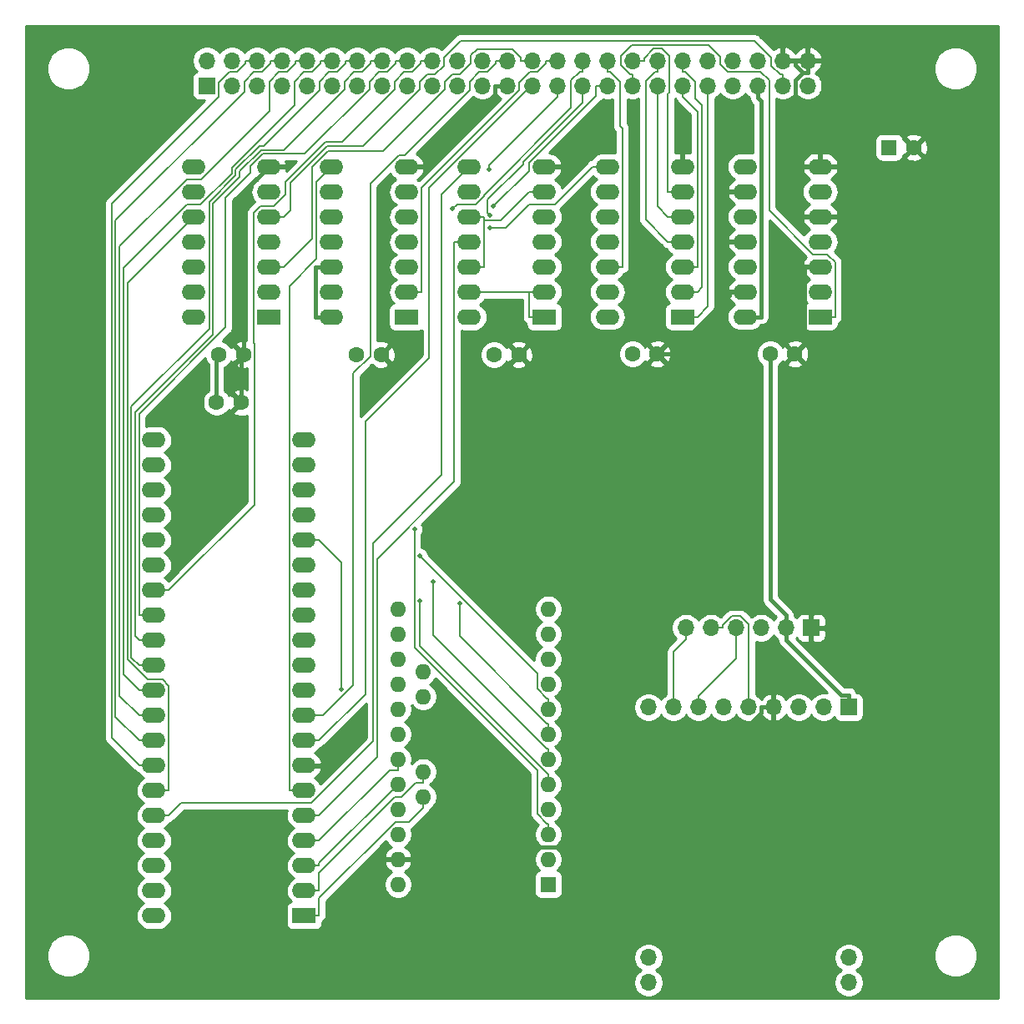
<source format=gbl>
G04 #@! TF.GenerationSoftware,KiCad,Pcbnew,(5.1.9)-1*
G04 #@! TF.CreationDate,2023-02-16T17:22:46+09:00*
G04 #@! TF.ProjectId,FM-7_SD,464d2d37-5f53-4442-9e6b-696361645f70,rev?*
G04 #@! TF.SameCoordinates,PX53920b0PY93c3260*
G04 #@! TF.FileFunction,Copper,L2,Bot*
G04 #@! TF.FilePolarity,Positive*
%FSLAX46Y46*%
G04 Gerber Fmt 4.6, Leading zero omitted, Abs format (unit mm)*
G04 Created by KiCad (PCBNEW (5.1.9)-1) date 2023-02-16 17:22:46*
%MOMM*%
%LPD*%
G01*
G04 APERTURE LIST*
G04 #@! TA.AperFunction,ComponentPad*
%ADD10C,1.600000*%
G04 #@! TD*
G04 #@! TA.AperFunction,ComponentPad*
%ADD11R,1.600000X1.600000*%
G04 #@! TD*
G04 #@! TA.AperFunction,ComponentPad*
%ADD12R,1.700000X1.700000*%
G04 #@! TD*
G04 #@! TA.AperFunction,ComponentPad*
%ADD13O,1.700000X1.700000*%
G04 #@! TD*
G04 #@! TA.AperFunction,ComponentPad*
%ADD14R,2.400000X1.600000*%
G04 #@! TD*
G04 #@! TA.AperFunction,ComponentPad*
%ADD15O,2.400000X1.600000*%
G04 #@! TD*
G04 #@! TA.AperFunction,ComponentPad*
%ADD16O,1.600000X1.600000*%
G04 #@! TD*
G04 #@! TA.AperFunction,ViaPad*
%ADD17C,0.500000*%
G04 #@! TD*
G04 #@! TA.AperFunction,Conductor*
%ADD18C,0.400000*%
G04 #@! TD*
G04 #@! TA.AperFunction,Conductor*
%ADD19C,0.200000*%
G04 #@! TD*
G04 #@! TA.AperFunction,Conductor*
%ADD20C,0.254000*%
G04 #@! TD*
G04 #@! TA.AperFunction,Conductor*
%ADD21C,0.100000*%
G04 #@! TD*
G04 APERTURE END LIST*
D10*
X20030000Y61120000D03*
X22530000Y61120000D03*
D11*
X88265000Y86995000D03*
D10*
X90765000Y86995000D03*
X22755000Y65975000D03*
X20255000Y65975000D03*
X34225000Y65975000D03*
X36725000Y65975000D03*
X48195000Y65975000D03*
X50695000Y65975000D03*
D12*
X84165000Y30201000D03*
D13*
X81625000Y30201000D03*
X79085000Y30201000D03*
X76545000Y30201000D03*
X74005000Y30201000D03*
X71465000Y30201000D03*
X68925000Y30201000D03*
X66385000Y30201000D03*
X63845000Y30201000D03*
X63845000Y2261000D03*
X63845000Y4801000D03*
X84165000Y2261000D03*
X84165000Y4801000D03*
D12*
X80355000Y38260000D03*
D13*
X77815000Y38260000D03*
X75275000Y38260000D03*
X72735000Y38260000D03*
X70195000Y38260000D03*
X67655000Y38260000D03*
D14*
X25335000Y69785000D03*
D15*
X17715000Y85025000D03*
X25335000Y72325000D03*
X17715000Y82485000D03*
X25335000Y74865000D03*
X17715000Y79945000D03*
X25335000Y77405000D03*
X17715000Y77405000D03*
X25335000Y79945000D03*
X17715000Y74865000D03*
X25335000Y82485000D03*
X17715000Y72325000D03*
X25335000Y85025000D03*
X17715000Y69785000D03*
X31685000Y69785000D03*
X39305000Y85025000D03*
X31685000Y72325000D03*
X39305000Y82485000D03*
X31685000Y74865000D03*
X39305000Y79945000D03*
X31685000Y77405000D03*
X39305000Y77405000D03*
X31685000Y79945000D03*
X39305000Y74865000D03*
X31685000Y82485000D03*
X39305000Y72325000D03*
X31685000Y85025000D03*
D14*
X39305000Y69785000D03*
X28920000Y9050000D03*
D15*
X13680000Y57310000D03*
X28920000Y11590000D03*
X13680000Y54770000D03*
X28920000Y14130000D03*
X13680000Y52230000D03*
X28920000Y16670000D03*
X13680000Y49690000D03*
X28920000Y19210000D03*
X13680000Y47150000D03*
X28920000Y21750000D03*
X13680000Y44610000D03*
X28920000Y24290000D03*
X13680000Y42070000D03*
X28920000Y26830000D03*
X13680000Y39530000D03*
X28920000Y29370000D03*
X13680000Y36990000D03*
X28920000Y31910000D03*
X13680000Y34450000D03*
X28920000Y34450000D03*
X13680000Y31910000D03*
X28920000Y36990000D03*
X13680000Y29370000D03*
X28920000Y39530000D03*
X13680000Y26830000D03*
X28920000Y42070000D03*
X13680000Y24290000D03*
X28920000Y44610000D03*
X13680000Y21750000D03*
X28920000Y47150000D03*
X13680000Y19210000D03*
X28920000Y49690000D03*
X13680000Y16670000D03*
X28920000Y52230000D03*
X13680000Y14130000D03*
X28920000Y54770000D03*
X13680000Y11590000D03*
X28920000Y57310000D03*
X13680000Y9050000D03*
D11*
X53685000Y12225000D03*
D16*
X53685000Y14765000D03*
X53685000Y17305000D03*
X38445000Y40165000D03*
X53685000Y19845000D03*
X38445000Y37625000D03*
X53685000Y22385000D03*
X38445000Y35085000D03*
X53685000Y24925000D03*
X38445000Y32545000D03*
X53685000Y27465000D03*
X38445000Y30005000D03*
X53685000Y30005000D03*
X38445000Y27465000D03*
X53685000Y32545000D03*
X38445000Y24925000D03*
X53685000Y35085000D03*
X38445000Y22385000D03*
X53685000Y37625000D03*
X38445000Y19845000D03*
X53685000Y40165000D03*
X38445000Y17305000D03*
X38445000Y14765000D03*
X38445000Y12225000D03*
X40985000Y21115000D03*
X40985000Y23655000D03*
X40985000Y31275000D03*
X40985000Y33815000D03*
D15*
X45655000Y69785000D03*
X53275000Y85025000D03*
X45655000Y72325000D03*
X53275000Y82485000D03*
X45655000Y74865000D03*
X53275000Y79945000D03*
X45655000Y77405000D03*
X53275000Y77405000D03*
X45655000Y79945000D03*
X53275000Y74865000D03*
X45655000Y82485000D03*
X53275000Y72325000D03*
X45655000Y85025000D03*
D14*
X53275000Y69785000D03*
D12*
X19050000Y93265000D03*
D13*
X19050000Y95805000D03*
X21590000Y93265000D03*
X21590000Y95805000D03*
X24130000Y93265000D03*
X24130000Y95805000D03*
X26670000Y93265000D03*
X26670000Y95805000D03*
X29210000Y93265000D03*
X29210000Y95805000D03*
X31750000Y93265000D03*
X31750000Y95805000D03*
X34290000Y93265000D03*
X34290000Y95805000D03*
X36830000Y93265000D03*
X36830000Y95805000D03*
X39370000Y93265000D03*
X39370000Y95805000D03*
X41910000Y93265000D03*
X41910000Y95805000D03*
X44450000Y93265000D03*
X44450000Y95805000D03*
X46990000Y93265000D03*
X46990000Y95805000D03*
X49530000Y93265000D03*
X49530000Y95805000D03*
X52070000Y93265000D03*
X52070000Y95805000D03*
X54610000Y93265000D03*
X54610000Y95805000D03*
X57150000Y93265000D03*
X57150000Y95805000D03*
X59690000Y93265000D03*
X59690000Y95805000D03*
X62230000Y93265000D03*
X62230000Y95805000D03*
X64770000Y93265000D03*
X64770000Y95805000D03*
X67310000Y93265000D03*
X67310000Y95805000D03*
X69850000Y93265000D03*
X69850000Y95805000D03*
X72390000Y93265000D03*
X72390000Y95805000D03*
X74930000Y93265000D03*
X74930000Y95805000D03*
X77470000Y93265000D03*
X77470000Y95805000D03*
X80010000Y93265000D03*
X80010000Y95805000D03*
D10*
X62230000Y66040000D03*
X64730000Y66040000D03*
X78700000Y66040000D03*
X76200000Y66040000D03*
D15*
X59690000Y69810000D03*
X67310000Y85050000D03*
X59690000Y72350000D03*
X67310000Y82510000D03*
X59690000Y74890000D03*
X67310000Y79970000D03*
X59690000Y77430000D03*
X67310000Y77430000D03*
X59690000Y79970000D03*
X67310000Y74890000D03*
X59690000Y82510000D03*
X67310000Y72350000D03*
X59690000Y85050000D03*
D14*
X67310000Y69810000D03*
X81280000Y69810000D03*
D15*
X73660000Y85050000D03*
X81280000Y72350000D03*
X73660000Y82510000D03*
X81280000Y74890000D03*
X73660000Y79970000D03*
X81280000Y77430000D03*
X73660000Y77430000D03*
X81280000Y79970000D03*
X73660000Y74890000D03*
X81280000Y82510000D03*
X73660000Y72350000D03*
X81280000Y85050000D03*
X73660000Y69810000D03*
D17*
X32698400Y32036400D03*
X40649500Y45532600D03*
X40659800Y40958400D03*
X42041100Y42932700D03*
X44688500Y40704400D03*
X43962400Y80760700D03*
X47650000Y84765000D03*
X47755100Y80140900D03*
X48107200Y81034000D03*
X40099200Y48236600D03*
X47741500Y78797700D03*
D18*
X77815000Y38260000D02*
X77815000Y39510300D01*
X76200000Y66040000D02*
X76200000Y41125300D01*
X76200000Y41125300D02*
X77815000Y39510300D01*
X20255000Y65975000D02*
X20030000Y65750000D01*
X20030000Y65750000D02*
X20030000Y61120000D01*
X74930000Y92014700D02*
X75260300Y91684400D01*
X75260300Y91684400D02*
X75260300Y69810000D01*
X84165000Y30201000D02*
X84165000Y31451300D01*
X77815000Y38260000D02*
X77815000Y37009700D01*
X77815000Y37009700D02*
X83373400Y31451300D01*
X83373400Y31451300D02*
X84165000Y31451300D01*
X31685000Y69785000D02*
X30084700Y69785000D01*
X31685000Y74865000D02*
X30084700Y74865000D01*
X30084700Y74865000D02*
X30084700Y69785000D01*
X73660000Y69810000D02*
X75260300Y69810000D01*
X74930000Y93265000D02*
X74930000Y92014700D01*
X22755000Y65975000D02*
X22530000Y65750000D01*
X22530000Y65750000D02*
X22530000Y61120000D01*
X25335000Y85025000D02*
X22755000Y82445000D01*
X22755000Y82445000D02*
X22755000Y65975000D01*
X73660000Y72350000D02*
X72059700Y72350000D01*
X72059700Y72350000D02*
X72059700Y71949900D01*
X72059700Y71949900D02*
X66149800Y66040000D01*
X66149800Y66040000D02*
X64730000Y66040000D01*
X39305000Y85025000D02*
X40905300Y85025000D01*
X49530000Y93265000D02*
X48279700Y93265000D01*
X48279700Y93265000D02*
X48279700Y92399400D01*
X48279700Y92399400D02*
X40905300Y85025000D01*
X78700000Y66040000D02*
X80355000Y64385000D01*
X80355000Y64385000D02*
X80355000Y38260000D01*
X79679700Y74890000D02*
X79679700Y67019700D01*
X79679700Y67019700D02*
X78700000Y66040000D01*
X79491900Y94554700D02*
X80010000Y94554700D01*
X79679700Y85050000D02*
X78740000Y85989700D01*
X78740000Y85989700D02*
X78740000Y93802800D01*
X78740000Y93802800D02*
X79491900Y94554700D01*
X79491900Y94554700D02*
X78720300Y95326300D01*
X78720300Y95326300D02*
X78720300Y95805000D01*
X77470000Y95805000D02*
X78720300Y95805000D01*
X80010000Y95805000D02*
X80010000Y94554700D01*
X81280000Y85050000D02*
X79679700Y85050000D01*
X38445000Y14765000D02*
X39645300Y14765000D01*
X76545000Y30201000D02*
X75294700Y30201000D01*
X75294700Y30201000D02*
X75294700Y29654000D01*
X75294700Y29654000D02*
X61675700Y16035000D01*
X61675700Y16035000D02*
X40915300Y16035000D01*
X40915300Y16035000D02*
X39645300Y14765000D01*
X81280000Y74890000D02*
X79679700Y74890000D01*
D19*
X28920000Y9050000D02*
X30420300Y9050000D01*
X40985000Y21115000D02*
X40985000Y20014700D01*
X40985000Y20014700D02*
X39545300Y18575000D01*
X39545300Y18575000D02*
X38156700Y18575000D01*
X38156700Y18575000D02*
X30420300Y10838600D01*
X30420300Y10838600D02*
X30420300Y9050000D01*
X28920000Y11590000D02*
X30420300Y11590000D01*
X40985000Y23655000D02*
X40985000Y22554700D01*
X40985000Y22554700D02*
X40202300Y22554700D01*
X40202300Y22554700D02*
X38762600Y21115000D01*
X38762600Y21115000D02*
X38131800Y21115000D01*
X38131800Y21115000D02*
X30420300Y13403500D01*
X30420300Y13403500D02*
X30420300Y11590000D01*
X28920000Y14130000D02*
X30420300Y14130000D01*
X38445000Y22385000D02*
X30420300Y14360300D01*
X30420300Y14360300D02*
X30420300Y14130000D01*
X38445000Y24925000D02*
X38445000Y23824700D01*
X28920000Y16670000D02*
X30420300Y16670000D01*
X38445000Y23824700D02*
X37575000Y23824700D01*
X37575000Y23824700D02*
X30420300Y16670000D01*
X30420300Y47150000D02*
X32698400Y44871900D01*
X32698400Y44871900D02*
X32698400Y32036400D01*
X28920000Y47150000D02*
X30420300Y47150000D01*
X17715000Y79945000D02*
X10978800Y73208800D01*
X10978800Y73208800D02*
X10978800Y35084600D01*
X10978800Y35084600D02*
X13053000Y33010400D01*
X13053000Y33010400D02*
X14548600Y33010400D01*
X14548600Y33010400D02*
X15180300Y32378700D01*
X15180300Y32378700D02*
X15180300Y21750000D01*
X13680000Y21750000D02*
X15180300Y21750000D01*
X53685000Y30005000D02*
X53685000Y31105300D01*
X53685000Y31105300D02*
X53547300Y31105300D01*
X53547300Y31105300D02*
X52584700Y32067900D01*
X52584700Y32067900D02*
X52584700Y33597400D01*
X52584700Y33597400D02*
X40649500Y45532600D01*
X53685000Y22385000D02*
X53685000Y23485300D01*
X53685000Y23485300D02*
X53561100Y23485300D01*
X53561100Y23485300D02*
X40659800Y36386600D01*
X40659800Y36386600D02*
X40659800Y40958400D01*
X53685000Y24925000D02*
X53685000Y26025300D01*
X53685000Y26025300D02*
X53547500Y26025300D01*
X53547500Y26025300D02*
X42041100Y37531700D01*
X42041100Y37531700D02*
X42041100Y42932700D01*
X53685000Y27465000D02*
X53685000Y28565300D01*
X53685000Y28565300D02*
X53547500Y28565300D01*
X53547500Y28565300D02*
X44688500Y37424300D01*
X44688500Y37424300D02*
X44688500Y40704400D01*
X70195000Y38260000D02*
X71345300Y38260000D01*
X74005000Y30201000D02*
X74005000Y38621500D01*
X74005000Y38621500D02*
X73181400Y39445100D01*
X73181400Y39445100D02*
X72292000Y39445100D01*
X72292000Y39445100D02*
X71345300Y38498400D01*
X71345300Y38498400D02*
X71345300Y38260000D01*
X68925000Y30201000D02*
X68925000Y31351300D01*
X72735000Y38260000D02*
X72735000Y35161300D01*
X72735000Y35161300D02*
X68925000Y31351300D01*
X67655000Y38260000D02*
X67655000Y37109700D01*
X67655000Y37109700D02*
X66385000Y35839700D01*
X66385000Y35839700D02*
X66385000Y30201000D01*
X49530000Y95805000D02*
X48379700Y95805000D01*
X48379700Y95805000D02*
X48379700Y95517300D01*
X48379700Y95517300D02*
X47517100Y94654700D01*
X47517100Y94654700D02*
X46691200Y94654700D01*
X46691200Y94654700D02*
X45720000Y93683500D01*
X45720000Y93683500D02*
X45720000Y92835600D01*
X45720000Y92835600D02*
X39094500Y86210100D01*
X39094500Y86210100D02*
X38530100Y86210100D01*
X38530100Y86210100D02*
X35616700Y83296700D01*
X35616700Y83296700D02*
X35616700Y65810400D01*
X35616700Y65810400D02*
X33884300Y64078000D01*
X33884300Y64078000D02*
X33884300Y32425400D01*
X33884300Y32425400D02*
X30828900Y29370000D01*
X30828900Y29370000D02*
X28920000Y29370000D01*
X26835300Y74865000D02*
X29688500Y77718200D01*
X29688500Y77718200D02*
X29688500Y84984700D01*
X29688500Y84984700D02*
X31314300Y86610500D01*
X31314300Y86610500D02*
X36907600Y86610500D01*
X36907600Y86610500D02*
X43180000Y92882900D01*
X43180000Y92882900D02*
X43180000Y93683500D01*
X43180000Y93683500D02*
X43911900Y94415400D01*
X43911900Y94415400D02*
X44724600Y94415400D01*
X44724600Y94415400D02*
X45839600Y95530400D01*
X45839600Y95530400D02*
X45839600Y96343600D01*
X45839600Y96343600D02*
X46479600Y96983600D01*
X46479600Y96983600D02*
X50028700Y96983600D01*
X50028700Y96983600D02*
X50919700Y96092600D01*
X50919700Y96092600D02*
X50919700Y95805000D01*
X25335000Y74865000D02*
X26835300Y74865000D01*
X52070000Y95805000D02*
X50919700Y95805000D01*
X39305000Y72325000D02*
X40805300Y72325000D01*
X54610000Y95805000D02*
X53459700Y95805000D01*
X53459700Y95805000D02*
X53459700Y95517300D01*
X53459700Y95517300D02*
X52597100Y94654700D01*
X52597100Y94654700D02*
X51824800Y94654700D01*
X51824800Y94654700D02*
X50725600Y93555500D01*
X50725600Y93555500D02*
X50725600Y92777200D01*
X50725600Y92777200D02*
X40805300Y82856900D01*
X40805300Y82856900D02*
X40805300Y72325000D01*
X57150000Y94654700D02*
X56862300Y94654700D01*
X56862300Y94654700D02*
X55999700Y93792100D01*
X55999700Y93792100D02*
X55999700Y90986300D01*
X55999700Y90986300D02*
X47164700Y82151300D01*
X47164700Y82151300D02*
X47164700Y82038400D01*
X47164700Y82038400D02*
X46341300Y81215000D01*
X46341300Y81215000D02*
X44416700Y81215000D01*
X44416700Y81215000D02*
X43962400Y80760700D01*
X57150000Y95805000D02*
X57150000Y94654700D01*
X22979700Y95805000D02*
X22979700Y95517300D01*
X22979700Y95517300D02*
X22117100Y94654700D01*
X22117100Y94654700D02*
X21324300Y94654700D01*
X21324300Y94654700D02*
X20200400Y93530800D01*
X20200400Y93530800D02*
X20200400Y92114600D01*
X20200400Y92114600D02*
X9377600Y81291800D01*
X9377600Y81291800D02*
X9377600Y27092100D01*
X9377600Y27092100D02*
X12179700Y24290000D01*
X13680000Y24290000D02*
X12179700Y24290000D01*
X24130000Y95805000D02*
X22979700Y95805000D01*
X28059700Y95805000D02*
X28059700Y95517300D01*
X28059700Y95517300D02*
X27197100Y94654700D01*
X27197100Y94654700D02*
X26371200Y94654700D01*
X26371200Y94654700D02*
X25400000Y93683500D01*
X25400000Y93683500D02*
X25400000Y90683800D01*
X25400000Y90683800D02*
X18471200Y83755000D01*
X18471200Y83755000D02*
X16993300Y83755000D01*
X16993300Y83755000D02*
X10178200Y76939900D01*
X10178200Y76939900D02*
X10178200Y31371500D01*
X10178200Y31371500D02*
X12179700Y29370000D01*
X13680000Y29370000D02*
X12179700Y29370000D01*
X29210000Y95805000D02*
X28059700Y95805000D01*
X33139700Y95805000D02*
X33139700Y95517300D01*
X33139700Y95517300D02*
X32277100Y94654700D01*
X32277100Y94654700D02*
X31451200Y94654700D01*
X31451200Y94654700D02*
X30480000Y93683500D01*
X30480000Y93683500D02*
X30480000Y92838900D01*
X30480000Y92838900D02*
X24797300Y87156200D01*
X24797300Y87156200D02*
X24372900Y87156200D01*
X24372900Y87156200D02*
X21954400Y84737700D01*
X21954400Y84737700D02*
X21954400Y84171800D01*
X21954400Y84171800D02*
X19270000Y81487400D01*
X19270000Y81487400D02*
X19270000Y68575600D01*
X19270000Y68575600D02*
X11379100Y60684700D01*
X11379100Y60684700D02*
X11379100Y35250600D01*
X11379100Y35250600D02*
X12179700Y34450000D01*
X13680000Y34450000D02*
X12179700Y34450000D01*
X34290000Y95805000D02*
X33139700Y95805000D01*
X13680000Y39530000D02*
X12179700Y39530000D01*
X39370000Y95805000D02*
X38219700Y95805000D01*
X38219700Y95805000D02*
X38219700Y95517300D01*
X38219700Y95517300D02*
X37357100Y94654700D01*
X37357100Y94654700D02*
X36531200Y94654700D01*
X36531200Y94654700D02*
X35560000Y93683500D01*
X35560000Y93683500D02*
X35560000Y92906900D01*
X35560000Y92906900D02*
X28998900Y86345800D01*
X28998900Y86345800D02*
X24699500Y86345800D01*
X24699500Y86345800D02*
X23436600Y85082900D01*
X23436600Y85082900D02*
X23436600Y84378200D01*
X23436600Y84378200D02*
X20954800Y81896400D01*
X20954800Y81896400D02*
X20954800Y68724500D01*
X20954800Y68724500D02*
X12179700Y59949400D01*
X12179700Y59949400D02*
X12179700Y39530000D01*
X25335000Y79945000D02*
X26835300Y79945000D01*
X77470000Y93265000D02*
X77470000Y94415300D01*
X77470000Y94415300D02*
X77182300Y94415300D01*
X77182300Y94415300D02*
X76319700Y95277900D01*
X76319700Y95277900D02*
X76319700Y96079400D01*
X76319700Y96079400D02*
X74580900Y97818200D01*
X74580900Y97818200D02*
X44763600Y97818200D01*
X44763600Y97818200D02*
X43060400Y96115000D01*
X43060400Y96115000D02*
X43060400Y95266900D01*
X43060400Y95266900D02*
X42208900Y94415400D01*
X42208900Y94415400D02*
X41371900Y94415400D01*
X41371900Y94415400D02*
X40640000Y93683500D01*
X40640000Y93683500D02*
X40640000Y92899100D01*
X40640000Y92899100D02*
X34852900Y87112000D01*
X34852900Y87112000D02*
X31249500Y87112000D01*
X31249500Y87112000D02*
X27520600Y83383100D01*
X27520600Y83383100D02*
X27520600Y80630300D01*
X27520600Y80630300D02*
X26835300Y79945000D01*
X47155300Y72325000D02*
X51774700Y72325000D01*
X45655000Y72325000D02*
X47155300Y72325000D01*
X51774700Y69785000D02*
X51774700Y72325000D01*
X53275000Y69785000D02*
X51774700Y69785000D01*
X53275000Y72325000D02*
X51774700Y72325000D01*
X52070000Y93265000D02*
X51924900Y93265000D01*
X51924900Y93265000D02*
X41595200Y82935300D01*
X41595200Y82935300D02*
X41595200Y65621300D01*
X41595200Y65621300D02*
X35125300Y59151400D01*
X35125300Y59151400D02*
X35125300Y31535000D01*
X35125300Y31535000D02*
X30420300Y26830000D01*
X28920000Y26830000D02*
X30420300Y26830000D01*
X54610000Y93265000D02*
X54610000Y92114700D01*
X54610000Y92114700D02*
X47650000Y85154700D01*
X47650000Y85154700D02*
X47650000Y84765000D01*
X57150000Y92114700D02*
X57150000Y91548700D01*
X57150000Y91548700D02*
X51155700Y85554400D01*
X51155700Y85554400D02*
X51155700Y85293100D01*
X51155700Y85293100D02*
X47535000Y81672400D01*
X47535000Y81672400D02*
X47535000Y80361000D01*
X47535000Y80361000D02*
X47755100Y80140900D01*
X57150000Y93265000D02*
X57150000Y92114700D01*
X59690000Y93265000D02*
X58539700Y93265000D01*
X58539700Y93265000D02*
X58539700Y92245800D01*
X58539700Y92245800D02*
X51697700Y85403800D01*
X51697700Y85403800D02*
X51697700Y84624500D01*
X51697700Y84624500D02*
X48107200Y81034000D01*
X25519700Y95805000D02*
X25519700Y95517300D01*
X25519700Y95517300D02*
X24657100Y94654700D01*
X24657100Y94654700D02*
X23831200Y94654700D01*
X23831200Y94654700D02*
X22860000Y93683500D01*
X22860000Y93683500D02*
X22860000Y92664900D01*
X22860000Y92664900D02*
X9777900Y79582800D01*
X9777900Y79582800D02*
X9777900Y29231800D01*
X9777900Y29231800D02*
X12179700Y26830000D01*
X13680000Y26830000D02*
X12179700Y26830000D01*
X26670000Y95805000D02*
X25519700Y95805000D01*
X30599700Y95805000D02*
X30599700Y95517300D01*
X30599700Y95517300D02*
X29737100Y94654700D01*
X29737100Y94654700D02*
X28911200Y94654700D01*
X28911200Y94654700D02*
X27940000Y93683500D01*
X27940000Y93683500D02*
X27940000Y91289400D01*
X27940000Y91289400D02*
X21554100Y84903500D01*
X21554100Y84903500D02*
X21554100Y84367800D01*
X21554100Y84367800D02*
X18401300Y81215000D01*
X18401300Y81215000D02*
X16991900Y81215000D01*
X16991900Y81215000D02*
X10578500Y74801600D01*
X10578500Y74801600D02*
X10578500Y33511200D01*
X10578500Y33511200D02*
X12179700Y31910000D01*
X13680000Y31910000D02*
X12179700Y31910000D01*
X31750000Y95805000D02*
X30599700Y95805000D01*
X35679700Y95805000D02*
X35679700Y95517300D01*
X35679700Y95517300D02*
X34817100Y94654700D01*
X34817100Y94654700D02*
X33991200Y94654700D01*
X33991200Y94654700D02*
X33020000Y93683500D01*
X33020000Y93683500D02*
X33020000Y92899000D01*
X33020000Y92899000D02*
X26867200Y86746200D01*
X26867200Y86746200D02*
X24529000Y86746200D01*
X24529000Y86746200D02*
X22354700Y84571900D01*
X22354700Y84571900D02*
X22354700Y84005800D01*
X22354700Y84005800D02*
X19670300Y81321400D01*
X19670300Y81321400D02*
X19670300Y68006300D01*
X19670300Y68006300D02*
X11779400Y60115400D01*
X11779400Y60115400D02*
X11779400Y37390300D01*
X11779400Y37390300D02*
X12179700Y36990000D01*
X13680000Y36990000D02*
X12179700Y36990000D01*
X36830000Y95805000D02*
X35679700Y95805000D01*
X40759700Y95805000D02*
X40759700Y95517300D01*
X40759700Y95517300D02*
X39897100Y94654700D01*
X39897100Y94654700D02*
X39071200Y94654700D01*
X39071200Y94654700D02*
X38100000Y93683500D01*
X38100000Y93683500D02*
X38100000Y92899100D01*
X38100000Y92899100D02*
X32761700Y87560800D01*
X32761700Y87560800D02*
X31091500Y87560800D01*
X31091500Y87560800D02*
X27006900Y83476200D01*
X27006900Y83476200D02*
X27006900Y82182100D01*
X27006900Y82182100D02*
X25870100Y81045300D01*
X25870100Y81045300D02*
X24479200Y81045300D01*
X24479200Y81045300D02*
X23798800Y80364900D01*
X23798800Y80364900D02*
X23798800Y67154200D01*
X23798800Y67154200D02*
X23856000Y67097000D01*
X23856000Y67097000D02*
X23856000Y50745700D01*
X23856000Y50745700D02*
X15180300Y42070000D01*
X13680000Y42070000D02*
X15180300Y42070000D01*
X41910000Y95805000D02*
X40759700Y95805000D01*
X53685000Y18405300D02*
X53547300Y18405300D01*
X53547300Y18405300D02*
X52584700Y19367900D01*
X52584700Y19367900D02*
X52584700Y23771500D01*
X52584700Y23771500D02*
X40099200Y36257000D01*
X40099200Y36257000D02*
X40099200Y48236600D01*
X53685000Y17305000D02*
X53685000Y18405300D01*
X45655000Y77405000D02*
X44154700Y77405000D01*
X28920000Y19210000D02*
X30420300Y19210000D01*
X30420300Y19210000D02*
X36326300Y25116000D01*
X36326300Y25116000D02*
X36326300Y45248400D01*
X36326300Y45248400D02*
X44154700Y53076800D01*
X44154700Y53076800D02*
X44154700Y77405000D01*
X45655000Y85025000D02*
X42862000Y82232000D01*
X42862000Y82232000D02*
X42862000Y53796900D01*
X42862000Y53796900D02*
X35925900Y46860800D01*
X35925900Y46860800D02*
X35925900Y26795000D01*
X35925900Y26795000D02*
X29610900Y20480000D01*
X29610900Y20480000D02*
X16450300Y20480000D01*
X16450300Y20480000D02*
X15180300Y19210000D01*
X13680000Y19210000D02*
X15180300Y19210000D01*
X51774700Y82485000D02*
X48877100Y79587400D01*
X48877100Y79587400D02*
X47155300Y79587400D01*
X47155300Y79587400D02*
X47155300Y74865000D01*
X47155300Y79945000D02*
X47155300Y79587400D01*
X53275000Y82485000D02*
X51774700Y82485000D01*
X45655000Y74865000D02*
X47155300Y74865000D01*
X45655000Y79945000D02*
X47155300Y79945000D01*
X31685000Y85025000D02*
X30163800Y83503800D01*
X30163800Y83503800D02*
X30163800Y75688300D01*
X30163800Y75688300D02*
X27419700Y72944200D01*
X27419700Y72944200D02*
X27419700Y21750000D01*
X28920000Y21750000D02*
X27419700Y21750000D01*
X59690000Y95805000D02*
X59690000Y94654700D01*
X59690000Y74890000D02*
X61190300Y74890000D01*
X61190300Y74890000D02*
X61190300Y88891500D01*
X61190300Y88891500D02*
X60960000Y89121800D01*
X60960000Y89121800D02*
X60960000Y93623000D01*
X60960000Y93623000D02*
X59928300Y94654700D01*
X59928300Y94654700D02*
X59690000Y94654700D01*
X62230000Y94415300D02*
X61991600Y94415300D01*
X61991600Y94415300D02*
X61060100Y95346800D01*
X61060100Y95346800D02*
X61060100Y96268700D01*
X61060100Y96268700D02*
X62185200Y97393800D01*
X62185200Y97393800D02*
X69932600Y97393800D01*
X69932600Y97393800D02*
X71120000Y96206400D01*
X71120000Y96206400D02*
X71120000Y95386500D01*
X71120000Y95386500D02*
X71851900Y94654600D01*
X71851900Y94654600D02*
X75210100Y94654600D01*
X75210100Y94654600D02*
X76080400Y93784300D01*
X76080400Y93784300D02*
X76080400Y80621100D01*
X76080400Y80621100D02*
X80541500Y76160000D01*
X80541500Y76160000D02*
X81987600Y76160000D01*
X81987600Y76160000D02*
X82780300Y75367300D01*
X82780300Y75367300D02*
X82780300Y69810000D01*
X62230000Y93265000D02*
X62230000Y94415300D01*
X81280000Y69810000D02*
X82780300Y69810000D01*
X62230000Y95805000D02*
X63380300Y95805000D01*
X67310000Y82510000D02*
X65809700Y82510000D01*
X65809700Y82510000D02*
X65809700Y92438700D01*
X65809700Y92438700D02*
X65924800Y92553800D01*
X65924800Y92553800D02*
X65924800Y96283200D01*
X65924800Y96283200D02*
X65214600Y96993400D01*
X65214600Y96993400D02*
X64330300Y96993400D01*
X64330300Y96993400D02*
X63380300Y96043400D01*
X63380300Y96043400D02*
X63380300Y95805000D01*
X65809700Y79970000D02*
X64770000Y81009700D01*
X64770000Y81009700D02*
X64770000Y92114700D01*
X64770000Y93265000D02*
X64770000Y92114700D01*
X67310000Y79970000D02*
X65809700Y79970000D01*
X64770000Y95805000D02*
X64770000Y94654700D01*
X67310000Y77430000D02*
X65809700Y77430000D01*
X65809700Y77430000D02*
X63580500Y79659200D01*
X63580500Y79659200D02*
X63580500Y93703600D01*
X63580500Y93703600D02*
X64531600Y94654700D01*
X64531600Y94654700D02*
X64770000Y94654700D01*
X67310000Y74890000D02*
X68810300Y74890000D01*
X68810300Y74890000D02*
X68810300Y90614400D01*
X68810300Y90614400D02*
X67310000Y92114700D01*
X67310000Y93265000D02*
X67310000Y92114700D01*
X67310000Y95805000D02*
X67310000Y94654700D01*
X67310000Y72350000D02*
X68810300Y72350000D01*
X68810300Y72350000D02*
X69243500Y72783200D01*
X69243500Y72783200D02*
X69243500Y91295700D01*
X69243500Y91295700D02*
X68580000Y91959200D01*
X68580000Y91959200D02*
X68580000Y93623000D01*
X68580000Y93623000D02*
X67548300Y94654700D01*
X67548300Y94654700D02*
X67310000Y94654700D01*
X67310000Y69810000D02*
X68810300Y69810000D01*
X68810300Y69810000D02*
X69850000Y70849700D01*
X69850000Y70849700D02*
X69850000Y93265000D01*
X59690000Y85050000D02*
X58189700Y85050000D01*
X58189700Y85050000D02*
X54354700Y81215000D01*
X54354700Y81215000D02*
X51774600Y81215000D01*
X51774600Y81215000D02*
X49357300Y78797700D01*
X49357300Y78797700D02*
X47741500Y78797700D01*
D20*
X99340000Y660000D02*
X660000Y660000D01*
X660000Y5220128D01*
X2765000Y5220128D01*
X2765000Y4779872D01*
X2850890Y4348075D01*
X3019369Y3941331D01*
X3263962Y3575271D01*
X3575271Y3263962D01*
X3941331Y3019369D01*
X4348075Y2850890D01*
X4779872Y2765000D01*
X5220128Y2765000D01*
X5651925Y2850890D01*
X6058669Y3019369D01*
X6424729Y3263962D01*
X6736038Y3575271D01*
X6980631Y3941331D01*
X7149110Y4348075D01*
X7235000Y4779872D01*
X7235000Y4947260D01*
X62360000Y4947260D01*
X62360000Y4654740D01*
X62417068Y4367842D01*
X62529010Y4097589D01*
X62691525Y3854368D01*
X62898368Y3647525D01*
X63072760Y3531000D01*
X62898368Y3414475D01*
X62691525Y3207632D01*
X62529010Y2964411D01*
X62417068Y2694158D01*
X62360000Y2407260D01*
X62360000Y2114740D01*
X62417068Y1827842D01*
X62529010Y1557589D01*
X62691525Y1314368D01*
X62898368Y1107525D01*
X63141589Y945010D01*
X63411842Y833068D01*
X63698740Y776000D01*
X63991260Y776000D01*
X64278158Y833068D01*
X64548411Y945010D01*
X64791632Y1107525D01*
X64998475Y1314368D01*
X65160990Y1557589D01*
X65272932Y1827842D01*
X65330000Y2114740D01*
X65330000Y2407260D01*
X65272932Y2694158D01*
X65160990Y2964411D01*
X64998475Y3207632D01*
X64791632Y3414475D01*
X64617240Y3531000D01*
X64791632Y3647525D01*
X64998475Y3854368D01*
X65160990Y4097589D01*
X65272932Y4367842D01*
X65330000Y4654740D01*
X65330000Y4947260D01*
X82680000Y4947260D01*
X82680000Y4654740D01*
X82737068Y4367842D01*
X82849010Y4097589D01*
X83011525Y3854368D01*
X83218368Y3647525D01*
X83392760Y3531000D01*
X83218368Y3414475D01*
X83011525Y3207632D01*
X82849010Y2964411D01*
X82737068Y2694158D01*
X82680000Y2407260D01*
X82680000Y2114740D01*
X82737068Y1827842D01*
X82849010Y1557589D01*
X83011525Y1314368D01*
X83218368Y1107525D01*
X83461589Y945010D01*
X83731842Y833068D01*
X84018740Y776000D01*
X84311260Y776000D01*
X84598158Y833068D01*
X84868411Y945010D01*
X85111632Y1107525D01*
X85318475Y1314368D01*
X85480990Y1557589D01*
X85592932Y1827842D01*
X85650000Y2114740D01*
X85650000Y2407260D01*
X85592932Y2694158D01*
X85480990Y2964411D01*
X85318475Y3207632D01*
X85111632Y3414475D01*
X84937240Y3531000D01*
X85111632Y3647525D01*
X85318475Y3854368D01*
X85480990Y4097589D01*
X85592932Y4367842D01*
X85650000Y4654740D01*
X85650000Y4947260D01*
X85595723Y5220128D01*
X92765000Y5220128D01*
X92765000Y4779872D01*
X92850890Y4348075D01*
X93019369Y3941331D01*
X93263962Y3575271D01*
X93575271Y3263962D01*
X93941331Y3019369D01*
X94348075Y2850890D01*
X94779872Y2765000D01*
X95220128Y2765000D01*
X95651925Y2850890D01*
X96058669Y3019369D01*
X96424729Y3263962D01*
X96736038Y3575271D01*
X96980631Y3941331D01*
X97149110Y4348075D01*
X97235000Y4779872D01*
X97235000Y5220128D01*
X97149110Y5651925D01*
X96980631Y6058669D01*
X96736038Y6424729D01*
X96424729Y6736038D01*
X96058669Y6980631D01*
X95651925Y7149110D01*
X95220128Y7235000D01*
X94779872Y7235000D01*
X94348075Y7149110D01*
X93941331Y6980631D01*
X93575271Y6736038D01*
X93263962Y6424729D01*
X93019369Y6058669D01*
X92850890Y5651925D01*
X92765000Y5220128D01*
X85595723Y5220128D01*
X85592932Y5234158D01*
X85480990Y5504411D01*
X85318475Y5747632D01*
X85111632Y5954475D01*
X84868411Y6116990D01*
X84598158Y6228932D01*
X84311260Y6286000D01*
X84018740Y6286000D01*
X83731842Y6228932D01*
X83461589Y6116990D01*
X83218368Y5954475D01*
X83011525Y5747632D01*
X82849010Y5504411D01*
X82737068Y5234158D01*
X82680000Y4947260D01*
X65330000Y4947260D01*
X65272932Y5234158D01*
X65160990Y5504411D01*
X64998475Y5747632D01*
X64791632Y5954475D01*
X64548411Y6116990D01*
X64278158Y6228932D01*
X63991260Y6286000D01*
X63698740Y6286000D01*
X63411842Y6228932D01*
X63141589Y6116990D01*
X62898368Y5954475D01*
X62691525Y5747632D01*
X62529010Y5504411D01*
X62417068Y5234158D01*
X62360000Y4947260D01*
X7235000Y4947260D01*
X7235000Y5220128D01*
X7149110Y5651925D01*
X6980631Y6058669D01*
X6736038Y6424729D01*
X6424729Y6736038D01*
X6058669Y6980631D01*
X5651925Y7149110D01*
X5220128Y7235000D01*
X4779872Y7235000D01*
X4348075Y7149110D01*
X3941331Y6980631D01*
X3575271Y6736038D01*
X3263962Y6424729D01*
X3019369Y6058669D01*
X2850890Y5651925D01*
X2765000Y5220128D01*
X660000Y5220128D01*
X660000Y81291800D01*
X8639044Y81291800D01*
X8642600Y81255695D01*
X8642601Y27128215D01*
X8639044Y27092100D01*
X8653235Y26948015D01*
X8689035Y26830001D01*
X8695264Y26809467D01*
X8763514Y26681780D01*
X8855363Y26569862D01*
X8883408Y26546846D01*
X11634446Y23795807D01*
X11657462Y23767762D01*
X11769380Y23675913D01*
X11897067Y23607663D01*
X12035615Y23565635D01*
X12040298Y23565174D01*
X12081068Y23488899D01*
X12260392Y23270392D01*
X12478899Y23091068D01*
X12611858Y23020000D01*
X12478899Y22948932D01*
X12260392Y22769608D01*
X12081068Y22551101D01*
X11947818Y22301808D01*
X11865764Y22031309D01*
X11838057Y21750000D01*
X11865764Y21468691D01*
X11947818Y21198192D01*
X12081068Y20948899D01*
X12260392Y20730392D01*
X12478899Y20551068D01*
X12611858Y20480000D01*
X12478899Y20408932D01*
X12260392Y20229608D01*
X12081068Y20011101D01*
X11947818Y19761808D01*
X11865764Y19491309D01*
X11838057Y19210000D01*
X11865764Y18928691D01*
X11947818Y18658192D01*
X12081068Y18408899D01*
X12260392Y18190392D01*
X12478899Y18011068D01*
X12611858Y17940000D01*
X12478899Y17868932D01*
X12260392Y17689608D01*
X12081068Y17471101D01*
X11947818Y17221808D01*
X11865764Y16951309D01*
X11838057Y16670000D01*
X11865764Y16388691D01*
X11947818Y16118192D01*
X12081068Y15868899D01*
X12260392Y15650392D01*
X12478899Y15471068D01*
X12611858Y15400000D01*
X12478899Y15328932D01*
X12260392Y15149608D01*
X12081068Y14931101D01*
X11947818Y14681808D01*
X11865764Y14411309D01*
X11838057Y14130000D01*
X11865764Y13848691D01*
X11947818Y13578192D01*
X12081068Y13328899D01*
X12260392Y13110392D01*
X12478899Y12931068D01*
X12611858Y12860000D01*
X12478899Y12788932D01*
X12260392Y12609608D01*
X12081068Y12391101D01*
X11947818Y12141808D01*
X11865764Y11871309D01*
X11838057Y11590000D01*
X11865764Y11308691D01*
X11947818Y11038192D01*
X12081068Y10788899D01*
X12260392Y10570392D01*
X12478899Y10391068D01*
X12611858Y10320000D01*
X12478899Y10248932D01*
X12260392Y10069608D01*
X12081068Y9851101D01*
X11947818Y9601808D01*
X11865764Y9331309D01*
X11838057Y9050000D01*
X11865764Y8768691D01*
X11947818Y8498192D01*
X12081068Y8248899D01*
X12260392Y8030392D01*
X12478899Y7851068D01*
X12728192Y7717818D01*
X12998691Y7635764D01*
X13209508Y7615000D01*
X14150492Y7615000D01*
X14361309Y7635764D01*
X14631808Y7717818D01*
X14881101Y7851068D01*
X15099608Y8030392D01*
X15278932Y8248899D01*
X15412182Y8498192D01*
X15494236Y8768691D01*
X15521943Y9050000D01*
X15494236Y9331309D01*
X15412182Y9601808D01*
X15278932Y9851101D01*
X15099608Y10069608D01*
X14881101Y10248932D01*
X14748142Y10320000D01*
X14881101Y10391068D01*
X15099608Y10570392D01*
X15278932Y10788899D01*
X15412182Y11038192D01*
X15494236Y11308691D01*
X15521943Y11590000D01*
X15494236Y11871309D01*
X15412182Y12141808D01*
X15278932Y12391101D01*
X15099608Y12609608D01*
X14881101Y12788932D01*
X14748142Y12860000D01*
X14881101Y12931068D01*
X15099608Y13110392D01*
X15278932Y13328899D01*
X15412182Y13578192D01*
X15494236Y13848691D01*
X15521943Y14130000D01*
X15494236Y14411309D01*
X15412182Y14681808D01*
X15278932Y14931101D01*
X15099608Y15149608D01*
X14881101Y15328932D01*
X14748142Y15400000D01*
X14881101Y15471068D01*
X15099608Y15650392D01*
X15278932Y15868899D01*
X15412182Y16118192D01*
X15494236Y16388691D01*
X15521943Y16670000D01*
X15494236Y16951309D01*
X15412182Y17221808D01*
X15278932Y17471101D01*
X15099608Y17689608D01*
X14881101Y17868932D01*
X14748142Y17940000D01*
X14881101Y18011068D01*
X15099608Y18190392D01*
X15278932Y18408899D01*
X15319702Y18485174D01*
X15324385Y18485635D01*
X15462933Y18527663D01*
X15590620Y18595913D01*
X15702538Y18687762D01*
X15725558Y18715812D01*
X16754747Y19745000D01*
X27182719Y19745000D01*
X27105764Y19491309D01*
X27078057Y19210000D01*
X27105764Y18928691D01*
X27187818Y18658192D01*
X27321068Y18408899D01*
X27500392Y18190392D01*
X27718899Y18011068D01*
X27851858Y17940000D01*
X27718899Y17868932D01*
X27500392Y17689608D01*
X27321068Y17471101D01*
X27187818Y17221808D01*
X27105764Y16951309D01*
X27078057Y16670000D01*
X27105764Y16388691D01*
X27187818Y16118192D01*
X27321068Y15868899D01*
X27500392Y15650392D01*
X27718899Y15471068D01*
X27851858Y15400000D01*
X27718899Y15328932D01*
X27500392Y15149608D01*
X27321068Y14931101D01*
X27187818Y14681808D01*
X27105764Y14411309D01*
X27078057Y14130000D01*
X27105764Y13848691D01*
X27187818Y13578192D01*
X27321068Y13328899D01*
X27500392Y13110392D01*
X27718899Y12931068D01*
X27851858Y12860000D01*
X27718899Y12788932D01*
X27500392Y12609608D01*
X27321068Y12391101D01*
X27187818Y12141808D01*
X27105764Y11871309D01*
X27078057Y11590000D01*
X27105764Y11308691D01*
X27187818Y11038192D01*
X27321068Y10788899D01*
X27500392Y10570392D01*
X27613482Y10477581D01*
X27595518Y10475812D01*
X27475820Y10439502D01*
X27365506Y10380537D01*
X27268815Y10301185D01*
X27189463Y10204494D01*
X27130498Y10094180D01*
X27094188Y9974482D01*
X27081928Y9850000D01*
X27081928Y8250000D01*
X27094188Y8125518D01*
X27130498Y8005820D01*
X27189463Y7895506D01*
X27268815Y7798815D01*
X27365506Y7719463D01*
X27475820Y7660498D01*
X27595518Y7624188D01*
X27720000Y7611928D01*
X30120000Y7611928D01*
X30244482Y7624188D01*
X30364180Y7660498D01*
X30474494Y7719463D01*
X30571185Y7798815D01*
X30650537Y7895506D01*
X30709502Y8005820D01*
X30745812Y8125518D01*
X30758072Y8250000D01*
X30758072Y8397135D01*
X30830620Y8435913D01*
X30942538Y8527762D01*
X31034387Y8639680D01*
X31102637Y8767367D01*
X31144665Y8905915D01*
X31158856Y9050000D01*
X31155300Y9086105D01*
X31155300Y10534154D01*
X32987481Y12366335D01*
X37010000Y12366335D01*
X37010000Y12083665D01*
X37065147Y11806426D01*
X37173320Y11545273D01*
X37330363Y11310241D01*
X37530241Y11110363D01*
X37765273Y10953320D01*
X38026426Y10845147D01*
X38303665Y10790000D01*
X38586335Y10790000D01*
X38863574Y10845147D01*
X39124727Y10953320D01*
X39359759Y11110363D01*
X39559637Y11310241D01*
X39716680Y11545273D01*
X39824853Y11806426D01*
X39880000Y12083665D01*
X39880000Y12366335D01*
X39824853Y12643574D01*
X39716680Y12904727D01*
X39559637Y13139759D01*
X39359759Y13339637D01*
X39124727Y13496680D01*
X39114135Y13501067D01*
X39300131Y13612615D01*
X39508519Y13801586D01*
X39676037Y14027580D01*
X39796246Y14281913D01*
X39836904Y14415961D01*
X39714915Y14638000D01*
X38572000Y14638000D01*
X38572000Y14618000D01*
X38318000Y14618000D01*
X38318000Y14638000D01*
X37175085Y14638000D01*
X37053096Y14415961D01*
X37093754Y14281913D01*
X37213963Y14027580D01*
X37381481Y13801586D01*
X37589869Y13612615D01*
X37775865Y13501067D01*
X37765273Y13496680D01*
X37530241Y13339637D01*
X37330363Y13139759D01*
X37173320Y12904727D01*
X37065147Y12643574D01*
X37010000Y12366335D01*
X32987481Y12366335D01*
X37202600Y16581453D01*
X37330363Y16390241D01*
X37530241Y16190363D01*
X37765273Y16033320D01*
X37775865Y16028933D01*
X37589869Y15917385D01*
X37381481Y15728414D01*
X37213963Y15502420D01*
X37093754Y15248087D01*
X37053096Y15114039D01*
X37175085Y14892000D01*
X38318000Y14892000D01*
X38318000Y14912000D01*
X38572000Y14912000D01*
X38572000Y14892000D01*
X39714915Y14892000D01*
X39836904Y15114039D01*
X39796246Y15248087D01*
X39676037Y15502420D01*
X39508519Y15728414D01*
X39300131Y15917385D01*
X39114135Y16028933D01*
X39124727Y16033320D01*
X39359759Y16190363D01*
X39559637Y16390241D01*
X39716680Y16625273D01*
X39824853Y16886426D01*
X39880000Y17163665D01*
X39880000Y17446335D01*
X39824853Y17723574D01*
X39762976Y17872959D01*
X39827933Y17892663D01*
X39955620Y17960913D01*
X40067538Y18052762D01*
X40090558Y18080812D01*
X41479193Y19469446D01*
X41507238Y19492462D01*
X41599087Y19604380D01*
X41667337Y19732067D01*
X41709365Y19870615D01*
X41709632Y19873324D01*
X41899759Y20000363D01*
X42099637Y20200241D01*
X42256680Y20435273D01*
X42364853Y20696426D01*
X42420000Y20973665D01*
X42420000Y21256335D01*
X42364853Y21533574D01*
X42256680Y21794727D01*
X42099637Y22029759D01*
X41899759Y22229637D01*
X41695805Y22365914D01*
X41709365Y22410615D01*
X41709632Y22413324D01*
X41899759Y22540363D01*
X42099637Y22740241D01*
X42256680Y22975273D01*
X42364853Y23236426D01*
X42420000Y23513665D01*
X42420000Y23796335D01*
X42364853Y24073574D01*
X42256680Y24334727D01*
X42099637Y24569759D01*
X41899759Y24769637D01*
X41664727Y24926680D01*
X41403574Y25034853D01*
X41126335Y25090000D01*
X40843665Y25090000D01*
X40566426Y25034853D01*
X40305273Y24926680D01*
X40070241Y24769637D01*
X39870363Y24569759D01*
X39819646Y24493856D01*
X39824853Y24506426D01*
X39880000Y24783665D01*
X39880000Y25066335D01*
X39824853Y25343574D01*
X39716680Y25604727D01*
X39559637Y25839759D01*
X39359759Y26039637D01*
X39127241Y26195000D01*
X39359759Y26350363D01*
X39559637Y26550241D01*
X39716680Y26785273D01*
X39824853Y27046426D01*
X39880000Y27323665D01*
X39880000Y27606335D01*
X39824853Y27883574D01*
X39716680Y28144727D01*
X39559637Y28379759D01*
X39359759Y28579637D01*
X39127241Y28735000D01*
X39359759Y28890363D01*
X39559637Y29090241D01*
X39716680Y29325273D01*
X39824853Y29586426D01*
X39880000Y29863665D01*
X39880000Y30146335D01*
X39824853Y30423574D01*
X39819646Y30436144D01*
X39870363Y30360241D01*
X40070241Y30160363D01*
X40305273Y30003320D01*
X40566426Y29895147D01*
X40843665Y29840000D01*
X41126335Y29840000D01*
X41403574Y29895147D01*
X41664727Y30003320D01*
X41899759Y30160363D01*
X42099637Y30360241D01*
X42256680Y30595273D01*
X42364853Y30856426D01*
X42420000Y31133665D01*
X42420000Y31416335D01*
X42364853Y31693574D01*
X42256680Y31954727D01*
X42099637Y32189759D01*
X41899759Y32389637D01*
X41667241Y32545000D01*
X41899759Y32700363D01*
X42099637Y32900241D01*
X42226559Y33090194D01*
X51849701Y23467052D01*
X51849700Y19404005D01*
X51846144Y19367900D01*
X51857034Y19257336D01*
X51860335Y19223816D01*
X51902363Y19085268D01*
X51970613Y18957581D01*
X52062462Y18845663D01*
X52090508Y18822646D01*
X52631879Y18281275D01*
X52570363Y18219759D01*
X52413320Y17984727D01*
X52305147Y17723574D01*
X52250000Y17446335D01*
X52250000Y17163665D01*
X52305147Y16886426D01*
X52413320Y16625273D01*
X52570363Y16390241D01*
X52770241Y16190363D01*
X53002759Y16035000D01*
X52770241Y15879637D01*
X52570363Y15679759D01*
X52413320Y15444727D01*
X52305147Y15183574D01*
X52250000Y14906335D01*
X52250000Y14623665D01*
X52305147Y14346426D01*
X52413320Y14085273D01*
X52570363Y13850241D01*
X52768961Y13651643D01*
X52760518Y13650812D01*
X52640820Y13614502D01*
X52530506Y13555537D01*
X52433815Y13476185D01*
X52354463Y13379494D01*
X52295498Y13269180D01*
X52259188Y13149482D01*
X52246928Y13025000D01*
X52246928Y11425000D01*
X52259188Y11300518D01*
X52295498Y11180820D01*
X52354463Y11070506D01*
X52433815Y10973815D01*
X52530506Y10894463D01*
X52640820Y10835498D01*
X52760518Y10799188D01*
X52885000Y10786928D01*
X54485000Y10786928D01*
X54609482Y10799188D01*
X54729180Y10835498D01*
X54839494Y10894463D01*
X54936185Y10973815D01*
X55015537Y11070506D01*
X55074502Y11180820D01*
X55110812Y11300518D01*
X55123072Y11425000D01*
X55123072Y13025000D01*
X55110812Y13149482D01*
X55074502Y13269180D01*
X55015537Y13379494D01*
X54936185Y13476185D01*
X54839494Y13555537D01*
X54729180Y13614502D01*
X54609482Y13650812D01*
X54601039Y13651643D01*
X54799637Y13850241D01*
X54956680Y14085273D01*
X55064853Y14346426D01*
X55120000Y14623665D01*
X55120000Y14906335D01*
X55064853Y15183574D01*
X54956680Y15444727D01*
X54799637Y15679759D01*
X54599759Y15879637D01*
X54367241Y16035000D01*
X54599759Y16190363D01*
X54799637Y16390241D01*
X54956680Y16625273D01*
X55064853Y16886426D01*
X55120000Y17163665D01*
X55120000Y17446335D01*
X55064853Y17723574D01*
X54956680Y17984727D01*
X54799637Y18219759D01*
X54599759Y18419637D01*
X54409632Y18546676D01*
X54409365Y18549385D01*
X54395805Y18594086D01*
X54599759Y18730363D01*
X54799637Y18930241D01*
X54956680Y19165273D01*
X55064853Y19426426D01*
X55120000Y19703665D01*
X55120000Y19986335D01*
X55064853Y20263574D01*
X54956680Y20524727D01*
X54799637Y20759759D01*
X54599759Y20959637D01*
X54367241Y21115000D01*
X54599759Y21270363D01*
X54799637Y21470241D01*
X54956680Y21705273D01*
X55064853Y21966426D01*
X55120000Y22243665D01*
X55120000Y22526335D01*
X55064853Y22803574D01*
X54956680Y23064727D01*
X54799637Y23299759D01*
X54599759Y23499637D01*
X54409632Y23626676D01*
X54409365Y23629385D01*
X54395805Y23674086D01*
X54599759Y23810363D01*
X54799637Y24010241D01*
X54956680Y24245273D01*
X55064853Y24506426D01*
X55120000Y24783665D01*
X55120000Y25066335D01*
X55064853Y25343574D01*
X54956680Y25604727D01*
X54799637Y25839759D01*
X54599759Y26039637D01*
X54409632Y26166676D01*
X54409365Y26169385D01*
X54395805Y26214086D01*
X54599759Y26350363D01*
X54799637Y26550241D01*
X54956680Y26785273D01*
X55064853Y27046426D01*
X55120000Y27323665D01*
X55120000Y27606335D01*
X55064853Y27883574D01*
X54956680Y28144727D01*
X54799637Y28379759D01*
X54599759Y28579637D01*
X54409632Y28706676D01*
X54409365Y28709385D01*
X54395805Y28754086D01*
X54599759Y28890363D01*
X54799637Y29090241D01*
X54956680Y29325273D01*
X55064853Y29586426D01*
X55120000Y29863665D01*
X55120000Y30146335D01*
X55080034Y30347260D01*
X62360000Y30347260D01*
X62360000Y30054740D01*
X62417068Y29767842D01*
X62529010Y29497589D01*
X62691525Y29254368D01*
X62898368Y29047525D01*
X63141589Y28885010D01*
X63411842Y28773068D01*
X63698740Y28716000D01*
X63991260Y28716000D01*
X64278158Y28773068D01*
X64548411Y28885010D01*
X64791632Y29047525D01*
X64998475Y29254368D01*
X65115000Y29428760D01*
X65231525Y29254368D01*
X65438368Y29047525D01*
X65681589Y28885010D01*
X65951842Y28773068D01*
X66238740Y28716000D01*
X66531260Y28716000D01*
X66818158Y28773068D01*
X67088411Y28885010D01*
X67331632Y29047525D01*
X67538475Y29254368D01*
X67655000Y29428760D01*
X67771525Y29254368D01*
X67978368Y29047525D01*
X68221589Y28885010D01*
X68491842Y28773068D01*
X68778740Y28716000D01*
X69071260Y28716000D01*
X69358158Y28773068D01*
X69628411Y28885010D01*
X69871632Y29047525D01*
X70078475Y29254368D01*
X70195000Y29428760D01*
X70311525Y29254368D01*
X70518368Y29047525D01*
X70761589Y28885010D01*
X71031842Y28773068D01*
X71318740Y28716000D01*
X71611260Y28716000D01*
X71898158Y28773068D01*
X72168411Y28885010D01*
X72411632Y29047525D01*
X72618475Y29254368D01*
X72735000Y29428760D01*
X72851525Y29254368D01*
X73058368Y29047525D01*
X73301589Y28885010D01*
X73571842Y28773068D01*
X73858740Y28716000D01*
X74151260Y28716000D01*
X74438158Y28773068D01*
X74708411Y28885010D01*
X74951632Y29047525D01*
X75158475Y29254368D01*
X75280195Y29436534D01*
X75349822Y29319645D01*
X75544731Y29103412D01*
X75778080Y28929359D01*
X76040901Y28804175D01*
X76188110Y28759524D01*
X76418000Y28880845D01*
X76418000Y30074000D01*
X76398000Y30074000D01*
X76398000Y30328000D01*
X76418000Y30328000D01*
X76418000Y31521155D01*
X76188110Y31642476D01*
X76040901Y31597825D01*
X75778080Y31472641D01*
X75544731Y31298588D01*
X75349822Y31082355D01*
X75280195Y30965466D01*
X75158475Y31147632D01*
X74951632Y31354475D01*
X74740000Y31495883D01*
X74740000Y36874252D01*
X74841842Y36832068D01*
X75128740Y36775000D01*
X75421260Y36775000D01*
X75708158Y36832068D01*
X75978411Y36944010D01*
X76221632Y37106525D01*
X76428475Y37313368D01*
X76545000Y37487760D01*
X76661525Y37313368D01*
X76868368Y37106525D01*
X76978264Y37033095D01*
X76975960Y37009700D01*
X76992082Y36846012D01*
X77039828Y36688614D01*
X77117364Y36543555D01*
X77136695Y36520000D01*
X77221710Y36416409D01*
X77253574Y36390259D01*
X82004158Y31639673D01*
X81771260Y31686000D01*
X81478740Y31686000D01*
X81191842Y31628932D01*
X80921589Y31516990D01*
X80678368Y31354475D01*
X80471525Y31147632D01*
X80355000Y30973240D01*
X80238475Y31147632D01*
X80031632Y31354475D01*
X79788411Y31516990D01*
X79518158Y31628932D01*
X79231260Y31686000D01*
X78938740Y31686000D01*
X78651842Y31628932D01*
X78381589Y31516990D01*
X78138368Y31354475D01*
X77931525Y31147632D01*
X77809805Y30965466D01*
X77740178Y31082355D01*
X77545269Y31298588D01*
X77311920Y31472641D01*
X77049099Y31597825D01*
X76901890Y31642476D01*
X76672000Y31521155D01*
X76672000Y30328000D01*
X76692000Y30328000D01*
X76692000Y30074000D01*
X76672000Y30074000D01*
X76672000Y28880845D01*
X76901890Y28759524D01*
X77049099Y28804175D01*
X77311920Y28929359D01*
X77545269Y29103412D01*
X77740178Y29319645D01*
X77809805Y29436534D01*
X77931525Y29254368D01*
X78138368Y29047525D01*
X78381589Y28885010D01*
X78651842Y28773068D01*
X78938740Y28716000D01*
X79231260Y28716000D01*
X79518158Y28773068D01*
X79788411Y28885010D01*
X80031632Y29047525D01*
X80238475Y29254368D01*
X80355000Y29428760D01*
X80471525Y29254368D01*
X80678368Y29047525D01*
X80921589Y28885010D01*
X81191842Y28773068D01*
X81478740Y28716000D01*
X81771260Y28716000D01*
X82058158Y28773068D01*
X82328411Y28885010D01*
X82571632Y29047525D01*
X82703487Y29179380D01*
X82725498Y29106820D01*
X82784463Y28996506D01*
X82863815Y28899815D01*
X82960506Y28820463D01*
X83070820Y28761498D01*
X83190518Y28725188D01*
X83315000Y28712928D01*
X85015000Y28712928D01*
X85139482Y28725188D01*
X85259180Y28761498D01*
X85369494Y28820463D01*
X85466185Y28899815D01*
X85545537Y28996506D01*
X85604502Y29106820D01*
X85640812Y29226518D01*
X85653072Y29351000D01*
X85653072Y31051000D01*
X85640812Y31175482D01*
X85604502Y31295180D01*
X85545537Y31405494D01*
X85466185Y31502185D01*
X85369494Y31581537D01*
X85259180Y31640502D01*
X85139482Y31676812D01*
X85015000Y31689072D01*
X84965445Y31689072D01*
X84940172Y31772387D01*
X84862636Y31917446D01*
X84758291Y32044591D01*
X84631146Y32148936D01*
X84486087Y32226472D01*
X84328689Y32274218D01*
X84206019Y32286300D01*
X84165000Y32290340D01*
X84123982Y32286300D01*
X83719269Y32286300D01*
X78830337Y37175230D01*
X78893487Y37238380D01*
X78915498Y37165820D01*
X78974463Y37055506D01*
X79053815Y36958815D01*
X79150506Y36879463D01*
X79260820Y36820498D01*
X79380518Y36784188D01*
X79505000Y36771928D01*
X80069250Y36775000D01*
X80228000Y36933750D01*
X80228000Y38133000D01*
X80482000Y38133000D01*
X80482000Y36933750D01*
X80640750Y36775000D01*
X81205000Y36771928D01*
X81329482Y36784188D01*
X81449180Y36820498D01*
X81559494Y36879463D01*
X81656185Y36958815D01*
X81735537Y37055506D01*
X81794502Y37165820D01*
X81830812Y37285518D01*
X81843072Y37410000D01*
X81840000Y37974250D01*
X81681250Y38133000D01*
X80482000Y38133000D01*
X80228000Y38133000D01*
X80208000Y38133000D01*
X80208000Y38387000D01*
X80228000Y38387000D01*
X80228000Y39586250D01*
X80482000Y39586250D01*
X80482000Y38387000D01*
X81681250Y38387000D01*
X81840000Y38545750D01*
X81843072Y39110000D01*
X81830812Y39234482D01*
X81794502Y39354180D01*
X81735537Y39464494D01*
X81656185Y39561185D01*
X81559494Y39640537D01*
X81449180Y39699502D01*
X81329482Y39735812D01*
X81205000Y39748072D01*
X80640750Y39745000D01*
X80482000Y39586250D01*
X80228000Y39586250D01*
X80069250Y39745000D01*
X79505000Y39748072D01*
X79380518Y39735812D01*
X79260820Y39699502D01*
X79150506Y39640537D01*
X79053815Y39561185D01*
X78974463Y39464494D01*
X78915498Y39354180D01*
X78893487Y39281620D01*
X78761632Y39413475D01*
X78651736Y39486905D01*
X78654040Y39510300D01*
X78646271Y39589185D01*
X78637918Y39673989D01*
X78590172Y39831387D01*
X78512636Y39976446D01*
X78479374Y40016976D01*
X78434439Y40071730D01*
X78434437Y40071732D01*
X78408291Y40103591D01*
X78376432Y40129737D01*
X77035000Y41471167D01*
X77035000Y64872070D01*
X77114759Y64925363D01*
X77236694Y65047298D01*
X77886903Y65047298D01*
X77958486Y64803329D01*
X78213996Y64682429D01*
X78488184Y64613700D01*
X78770512Y64599783D01*
X79050130Y64641213D01*
X79316292Y64736397D01*
X79441514Y64803329D01*
X79513097Y65047298D01*
X78700000Y65860395D01*
X77886903Y65047298D01*
X77236694Y65047298D01*
X77314637Y65125241D01*
X77448692Y65325869D01*
X77463329Y65298486D01*
X77707298Y65226903D01*
X78520395Y66040000D01*
X78879605Y66040000D01*
X79692702Y65226903D01*
X79936671Y65298486D01*
X80057571Y65553996D01*
X80126300Y65828184D01*
X80140217Y66110512D01*
X80098787Y66390130D01*
X80003603Y66656292D01*
X79936671Y66781514D01*
X79692702Y66853097D01*
X78879605Y66040000D01*
X78520395Y66040000D01*
X77707298Y66853097D01*
X77463329Y66781514D01*
X77449676Y66752659D01*
X77314637Y66954759D01*
X77236694Y67032702D01*
X77886903Y67032702D01*
X78700000Y66219605D01*
X79513097Y67032702D01*
X79441514Y67276671D01*
X79186004Y67397571D01*
X78911816Y67466300D01*
X78629488Y67480217D01*
X78349870Y67438787D01*
X78083708Y67343603D01*
X77958486Y67276671D01*
X77886903Y67032702D01*
X77236694Y67032702D01*
X77114759Y67154637D01*
X76879727Y67311680D01*
X76618574Y67419853D01*
X76341335Y67475000D01*
X76058665Y67475000D01*
X75781426Y67419853D01*
X75520273Y67311680D01*
X75285241Y67154637D01*
X75085363Y66954759D01*
X74928320Y66719727D01*
X74820147Y66458574D01*
X74765000Y66181335D01*
X74765000Y65898665D01*
X74820147Y65621426D01*
X74928320Y65360273D01*
X75085363Y65125241D01*
X75285241Y64925363D01*
X75365000Y64872070D01*
X75365001Y41166329D01*
X75360960Y41125300D01*
X75377082Y40961612D01*
X75424828Y40804214D01*
X75502364Y40659155D01*
X75502365Y40659154D01*
X75606710Y40532009D01*
X75638574Y40505859D01*
X76799662Y39344769D01*
X76661525Y39206632D01*
X76545000Y39032240D01*
X76428475Y39206632D01*
X76221632Y39413475D01*
X75978411Y39575990D01*
X75708158Y39687932D01*
X75421260Y39745000D01*
X75128740Y39745000D01*
X74841842Y39687932D01*
X74571589Y39575990D01*
X74328368Y39413475D01*
X74290420Y39375527D01*
X73726658Y39939288D01*
X73703638Y39967338D01*
X73591720Y40059187D01*
X73464033Y40127437D01*
X73325485Y40169465D01*
X73217505Y40180100D01*
X73181400Y40183656D01*
X73145295Y40180100D01*
X72328105Y40180100D01*
X72292000Y40183656D01*
X72147914Y40169465D01*
X72105886Y40156716D01*
X72009367Y40127437D01*
X71881680Y40059187D01*
X71769762Y39967338D01*
X71746746Y39939293D01*
X71181280Y39373827D01*
X71141632Y39413475D01*
X70898411Y39575990D01*
X70628158Y39687932D01*
X70341260Y39745000D01*
X70048740Y39745000D01*
X69761842Y39687932D01*
X69491589Y39575990D01*
X69248368Y39413475D01*
X69041525Y39206632D01*
X68925000Y39032240D01*
X68808475Y39206632D01*
X68601632Y39413475D01*
X68358411Y39575990D01*
X68088158Y39687932D01*
X67801260Y39745000D01*
X67508740Y39745000D01*
X67221842Y39687932D01*
X66951589Y39575990D01*
X66708368Y39413475D01*
X66501525Y39206632D01*
X66339010Y38963411D01*
X66227068Y38693158D01*
X66170000Y38406260D01*
X66170000Y38113740D01*
X66227068Y37826842D01*
X66339010Y37556589D01*
X66501525Y37313368D01*
X66660373Y37154520D01*
X65890808Y36384954D01*
X65862762Y36361937D01*
X65770913Y36250019D01*
X65702663Y36122332D01*
X65673384Y36025813D01*
X65660635Y35983785D01*
X65646444Y35839700D01*
X65650000Y35803595D01*
X65650001Y31495883D01*
X65438368Y31354475D01*
X65231525Y31147632D01*
X65115000Y30973240D01*
X64998475Y31147632D01*
X64791632Y31354475D01*
X64548411Y31516990D01*
X64278158Y31628932D01*
X63991260Y31686000D01*
X63698740Y31686000D01*
X63411842Y31628932D01*
X63141589Y31516990D01*
X62898368Y31354475D01*
X62691525Y31147632D01*
X62529010Y30904411D01*
X62417068Y30634158D01*
X62360000Y30347260D01*
X55080034Y30347260D01*
X55064853Y30423574D01*
X54956680Y30684727D01*
X54799637Y30919759D01*
X54599759Y31119637D01*
X54409632Y31246676D01*
X54409365Y31249385D01*
X54395805Y31294086D01*
X54599759Y31430363D01*
X54799637Y31630241D01*
X54956680Y31865273D01*
X55064853Y32126426D01*
X55120000Y32403665D01*
X55120000Y32686335D01*
X55064853Y32963574D01*
X54956680Y33224727D01*
X54799637Y33459759D01*
X54599759Y33659637D01*
X54367241Y33815000D01*
X54599759Y33970363D01*
X54799637Y34170241D01*
X54956680Y34405273D01*
X55064853Y34666426D01*
X55120000Y34943665D01*
X55120000Y35226335D01*
X55064853Y35503574D01*
X54956680Y35764727D01*
X54799637Y35999759D01*
X54599759Y36199637D01*
X54367241Y36355000D01*
X54599759Y36510363D01*
X54799637Y36710241D01*
X54956680Y36945273D01*
X55064853Y37206426D01*
X55120000Y37483665D01*
X55120000Y37766335D01*
X55064853Y38043574D01*
X54956680Y38304727D01*
X54799637Y38539759D01*
X54599759Y38739637D01*
X54367241Y38895000D01*
X54599759Y39050363D01*
X54799637Y39250241D01*
X54956680Y39485273D01*
X55064853Y39746426D01*
X55120000Y40023665D01*
X55120000Y40306335D01*
X55064853Y40583574D01*
X54956680Y40844727D01*
X54799637Y41079759D01*
X54599759Y41279637D01*
X54364727Y41436680D01*
X54103574Y41544853D01*
X53826335Y41600000D01*
X53543665Y41600000D01*
X53266426Y41544853D01*
X53005273Y41436680D01*
X52770241Y41279637D01*
X52570363Y41079759D01*
X52413320Y40844727D01*
X52305147Y40583574D01*
X52250000Y40306335D01*
X52250000Y40023665D01*
X52305147Y39746426D01*
X52413320Y39485273D01*
X52570363Y39250241D01*
X52770241Y39050363D01*
X53002759Y38895000D01*
X52770241Y38739637D01*
X52570363Y38539759D01*
X52413320Y38304727D01*
X52305147Y38043574D01*
X52250000Y37766335D01*
X52250000Y37483665D01*
X52305147Y37206426D01*
X52413320Y36945273D01*
X52570363Y36710241D01*
X52770241Y36510363D01*
X53002759Y36355000D01*
X52770241Y36199637D01*
X52570363Y35999759D01*
X52413320Y35764727D01*
X52305147Y35503574D01*
X52250000Y35226335D01*
X52250000Y34971547D01*
X41517794Y45703752D01*
X41500490Y45790745D01*
X41433777Y45951805D01*
X41336924Y46096755D01*
X41213655Y46220024D01*
X41068705Y46316877D01*
X40907645Y46383590D01*
X40834200Y46398199D01*
X40834200Y47743647D01*
X40883477Y47817395D01*
X40950190Y47978455D01*
X40984200Y48149435D01*
X40984200Y48323765D01*
X40950190Y48494745D01*
X40883477Y48655805D01*
X40839287Y48721940D01*
X44648898Y52531551D01*
X44676937Y52554562D01*
X44699950Y52582603D01*
X44699953Y52582606D01*
X44768786Y52666479D01*
X44768787Y52666480D01*
X44837037Y52794167D01*
X44879065Y52932715D01*
X44889700Y53040695D01*
X44889700Y53040704D01*
X44893255Y53076799D01*
X44889700Y53112894D01*
X44889700Y66116335D01*
X46760000Y66116335D01*
X46760000Y65833665D01*
X46815147Y65556426D01*
X46923320Y65295273D01*
X47080363Y65060241D01*
X47280241Y64860363D01*
X47515273Y64703320D01*
X47776426Y64595147D01*
X48053665Y64540000D01*
X48336335Y64540000D01*
X48613574Y64595147D01*
X48874727Y64703320D01*
X49109759Y64860363D01*
X49231694Y64982298D01*
X49881903Y64982298D01*
X49953486Y64738329D01*
X50208996Y64617429D01*
X50483184Y64548700D01*
X50765512Y64534783D01*
X51045130Y64576213D01*
X51311292Y64671397D01*
X51436514Y64738329D01*
X51508097Y64982298D01*
X50695000Y65795395D01*
X49881903Y64982298D01*
X49231694Y64982298D01*
X49309637Y65060241D01*
X49443692Y65260869D01*
X49458329Y65233486D01*
X49702298Y65161903D01*
X50515395Y65975000D01*
X50874605Y65975000D01*
X51687702Y65161903D01*
X51931671Y65233486D01*
X52052571Y65488996D01*
X52121300Y65763184D01*
X52135217Y66045512D01*
X52115093Y66181335D01*
X60795000Y66181335D01*
X60795000Y65898665D01*
X60850147Y65621426D01*
X60958320Y65360273D01*
X61115363Y65125241D01*
X61315241Y64925363D01*
X61550273Y64768320D01*
X61811426Y64660147D01*
X62088665Y64605000D01*
X62371335Y64605000D01*
X62648574Y64660147D01*
X62909727Y64768320D01*
X63144759Y64925363D01*
X63266694Y65047298D01*
X63916903Y65047298D01*
X63988486Y64803329D01*
X64243996Y64682429D01*
X64518184Y64613700D01*
X64800512Y64599783D01*
X65080130Y64641213D01*
X65346292Y64736397D01*
X65471514Y64803329D01*
X65543097Y65047298D01*
X64730000Y65860395D01*
X63916903Y65047298D01*
X63266694Y65047298D01*
X63344637Y65125241D01*
X63478692Y65325869D01*
X63493329Y65298486D01*
X63737298Y65226903D01*
X64550395Y66040000D01*
X64909605Y66040000D01*
X65722702Y65226903D01*
X65966671Y65298486D01*
X66087571Y65553996D01*
X66156300Y65828184D01*
X66170217Y66110512D01*
X66128787Y66390130D01*
X66033603Y66656292D01*
X65966671Y66781514D01*
X65722702Y66853097D01*
X64909605Y66040000D01*
X64550395Y66040000D01*
X63737298Y66853097D01*
X63493329Y66781514D01*
X63479676Y66752659D01*
X63344637Y66954759D01*
X63266694Y67032702D01*
X63916903Y67032702D01*
X64730000Y66219605D01*
X65543097Y67032702D01*
X65471514Y67276671D01*
X65216004Y67397571D01*
X64941816Y67466300D01*
X64659488Y67480217D01*
X64379870Y67438787D01*
X64113708Y67343603D01*
X63988486Y67276671D01*
X63916903Y67032702D01*
X63266694Y67032702D01*
X63144759Y67154637D01*
X62909727Y67311680D01*
X62648574Y67419853D01*
X62371335Y67475000D01*
X62088665Y67475000D01*
X61811426Y67419853D01*
X61550273Y67311680D01*
X61315241Y67154637D01*
X61115363Y66954759D01*
X60958320Y66719727D01*
X60850147Y66458574D01*
X60795000Y66181335D01*
X52115093Y66181335D01*
X52093787Y66325130D01*
X51998603Y66591292D01*
X51931671Y66716514D01*
X51687702Y66788097D01*
X50874605Y65975000D01*
X50515395Y65975000D01*
X49702298Y66788097D01*
X49458329Y66716514D01*
X49444676Y66687659D01*
X49309637Y66889759D01*
X49231694Y66967702D01*
X49881903Y66967702D01*
X50695000Y66154605D01*
X51508097Y66967702D01*
X51436514Y67211671D01*
X51181004Y67332571D01*
X50906816Y67401300D01*
X50624488Y67415217D01*
X50344870Y67373787D01*
X50078708Y67278603D01*
X49953486Y67211671D01*
X49881903Y66967702D01*
X49231694Y66967702D01*
X49109759Y67089637D01*
X48874727Y67246680D01*
X48613574Y67354853D01*
X48336335Y67410000D01*
X48053665Y67410000D01*
X47776426Y67354853D01*
X47515273Y67246680D01*
X47280241Y67089637D01*
X47080363Y66889759D01*
X46923320Y66654727D01*
X46815147Y66393574D01*
X46760000Y66116335D01*
X44889700Y66116335D01*
X44889700Y68396242D01*
X44973691Y68370764D01*
X45184508Y68350000D01*
X46125492Y68350000D01*
X46336309Y68370764D01*
X46606808Y68452818D01*
X46856101Y68586068D01*
X47074608Y68765392D01*
X47253932Y68983899D01*
X47387182Y69233192D01*
X47469236Y69503691D01*
X47496943Y69785000D01*
X47469236Y70066309D01*
X47387182Y70336808D01*
X47253932Y70586101D01*
X47074608Y70804608D01*
X46856101Y70983932D01*
X46723142Y71055000D01*
X46856101Y71126068D01*
X47074608Y71305392D01*
X47253932Y71523899D01*
X47289264Y71590000D01*
X51039701Y71590000D01*
X51039700Y69821105D01*
X51036144Y69785000D01*
X51050335Y69640915D01*
X51092363Y69502367D01*
X51160613Y69374680D01*
X51252462Y69262762D01*
X51333918Y69195913D01*
X51364380Y69170913D01*
X51436928Y69132135D01*
X51436928Y68985000D01*
X51449188Y68860518D01*
X51485498Y68740820D01*
X51544463Y68630506D01*
X51623815Y68533815D01*
X51720506Y68454463D01*
X51830820Y68395498D01*
X51950518Y68359188D01*
X52075000Y68346928D01*
X54475000Y68346928D01*
X54599482Y68359188D01*
X54719180Y68395498D01*
X54829494Y68454463D01*
X54926185Y68533815D01*
X55005537Y68630506D01*
X55064502Y68740820D01*
X55100812Y68860518D01*
X55113072Y68985000D01*
X55113072Y70585000D01*
X55100812Y70709482D01*
X55064502Y70829180D01*
X55005537Y70939494D01*
X54926185Y71036185D01*
X54829494Y71115537D01*
X54719180Y71174502D01*
X54599482Y71210812D01*
X54581518Y71212581D01*
X54694608Y71305392D01*
X54873932Y71523899D01*
X55007182Y71773192D01*
X55089236Y72043691D01*
X55116943Y72325000D01*
X55089236Y72606309D01*
X55007182Y72876808D01*
X54873932Y73126101D01*
X54694608Y73344608D01*
X54476101Y73523932D01*
X54343142Y73595000D01*
X54476101Y73666068D01*
X54694608Y73845392D01*
X54873932Y74063899D01*
X55007182Y74313192D01*
X55089236Y74583691D01*
X55116943Y74865000D01*
X55089236Y75146309D01*
X55007182Y75416808D01*
X54873932Y75666101D01*
X54694608Y75884608D01*
X54476101Y76063932D01*
X54343142Y76135000D01*
X54476101Y76206068D01*
X54694608Y76385392D01*
X54873932Y76603899D01*
X55007182Y76853192D01*
X55089236Y77123691D01*
X55116943Y77405000D01*
X55089236Y77686309D01*
X55007182Y77956808D01*
X54873932Y78206101D01*
X54694608Y78424608D01*
X54476101Y78603932D01*
X54343142Y78675000D01*
X54476101Y78746068D01*
X54694608Y78925392D01*
X54873932Y79143899D01*
X55007182Y79393192D01*
X55089236Y79663691D01*
X55116943Y79945000D01*
X55089236Y80226309D01*
X55007182Y80496808D01*
X54892383Y80711582D01*
X54899959Y80720813D01*
X58242962Y84063815D01*
X58270392Y84030392D01*
X58488899Y83851068D01*
X58621858Y83780000D01*
X58488899Y83708932D01*
X58270392Y83529608D01*
X58091068Y83311101D01*
X57957818Y83061808D01*
X57875764Y82791309D01*
X57848057Y82510000D01*
X57875764Y82228691D01*
X57957818Y81958192D01*
X58091068Y81708899D01*
X58270392Y81490392D01*
X58488899Y81311068D01*
X58621858Y81240000D01*
X58488899Y81168932D01*
X58270392Y80989608D01*
X58091068Y80771101D01*
X57957818Y80521808D01*
X57875764Y80251309D01*
X57848057Y79970000D01*
X57875764Y79688691D01*
X57957818Y79418192D01*
X58091068Y79168899D01*
X58270392Y78950392D01*
X58488899Y78771068D01*
X58621858Y78700000D01*
X58488899Y78628932D01*
X58270392Y78449608D01*
X58091068Y78231101D01*
X57957818Y77981808D01*
X57875764Y77711309D01*
X57848057Y77430000D01*
X57875764Y77148691D01*
X57957818Y76878192D01*
X58091068Y76628899D01*
X58270392Y76410392D01*
X58488899Y76231068D01*
X58621858Y76160000D01*
X58488899Y76088932D01*
X58270392Y75909608D01*
X58091068Y75691101D01*
X57957818Y75441808D01*
X57875764Y75171309D01*
X57848057Y74890000D01*
X57875764Y74608691D01*
X57957818Y74338192D01*
X58091068Y74088899D01*
X58270392Y73870392D01*
X58488899Y73691068D01*
X58621858Y73620000D01*
X58488899Y73548932D01*
X58270392Y73369608D01*
X58091068Y73151101D01*
X57957818Y72901808D01*
X57875764Y72631309D01*
X57848057Y72350000D01*
X57875764Y72068691D01*
X57957818Y71798192D01*
X58091068Y71548899D01*
X58270392Y71330392D01*
X58488899Y71151068D01*
X58621858Y71080000D01*
X58488899Y71008932D01*
X58270392Y70829608D01*
X58091068Y70611101D01*
X57957818Y70361808D01*
X57875764Y70091309D01*
X57848057Y69810000D01*
X57875764Y69528691D01*
X57957818Y69258192D01*
X58091068Y69008899D01*
X58270392Y68790392D01*
X58488899Y68611068D01*
X58738192Y68477818D01*
X59008691Y68395764D01*
X59219508Y68375000D01*
X60160492Y68375000D01*
X60371309Y68395764D01*
X60641808Y68477818D01*
X60891101Y68611068D01*
X61109608Y68790392D01*
X61288932Y69008899D01*
X61422182Y69258192D01*
X61504236Y69528691D01*
X61531943Y69810000D01*
X61504236Y70091309D01*
X61422182Y70361808D01*
X61288932Y70611101D01*
X61109608Y70829608D01*
X60891101Y71008932D01*
X60758142Y71080000D01*
X60891101Y71151068D01*
X61109608Y71330392D01*
X61288932Y71548899D01*
X61422182Y71798192D01*
X61504236Y72068691D01*
X61531943Y72350000D01*
X61504236Y72631309D01*
X61422182Y72901808D01*
X61288932Y73151101D01*
X61109608Y73369608D01*
X60891101Y73548932D01*
X60758142Y73620000D01*
X60891101Y73691068D01*
X61109608Y73870392D01*
X61288932Y74088899D01*
X61329702Y74165174D01*
X61334385Y74165635D01*
X61472933Y74207663D01*
X61600620Y74275913D01*
X61712538Y74367762D01*
X61804387Y74479680D01*
X61872637Y74607367D01*
X61914665Y74745915D01*
X61928856Y74890000D01*
X61925300Y74926105D01*
X61925300Y88855406D01*
X61928855Y88891501D01*
X61925300Y88927596D01*
X61925300Y88927605D01*
X61914665Y89035585D01*
X61872637Y89174133D01*
X61804387Y89301820D01*
X61712538Y89413738D01*
X61695000Y89428131D01*
X61695000Y91879252D01*
X61796842Y91837068D01*
X62083740Y91780000D01*
X62376260Y91780000D01*
X62663158Y91837068D01*
X62845501Y91912597D01*
X62845500Y79695305D01*
X62841944Y79659200D01*
X62856135Y79515116D01*
X62898163Y79376568D01*
X62966413Y79248881D01*
X63058262Y79136963D01*
X63086308Y79113946D01*
X65264446Y76935807D01*
X65287462Y76907762D01*
X65399380Y76815913D01*
X65527067Y76747663D01*
X65665615Y76705635D01*
X65670298Y76705174D01*
X65711068Y76628899D01*
X65890392Y76410392D01*
X66108899Y76231068D01*
X66241858Y76160000D01*
X66108899Y76088932D01*
X65890392Y75909608D01*
X65711068Y75691101D01*
X65577818Y75441808D01*
X65495764Y75171309D01*
X65468057Y74890000D01*
X65495764Y74608691D01*
X65577818Y74338192D01*
X65711068Y74088899D01*
X65890392Y73870392D01*
X66108899Y73691068D01*
X66241858Y73620000D01*
X66108899Y73548932D01*
X65890392Y73369608D01*
X65711068Y73151101D01*
X65577818Y72901808D01*
X65495764Y72631309D01*
X65468057Y72350000D01*
X65495764Y72068691D01*
X65577818Y71798192D01*
X65711068Y71548899D01*
X65890392Y71330392D01*
X66003482Y71237581D01*
X65985518Y71235812D01*
X65865820Y71199502D01*
X65755506Y71140537D01*
X65658815Y71061185D01*
X65579463Y70964494D01*
X65520498Y70854180D01*
X65484188Y70734482D01*
X65471928Y70610000D01*
X65471928Y69010000D01*
X65484188Y68885518D01*
X65520498Y68765820D01*
X65579463Y68655506D01*
X65658815Y68558815D01*
X65755506Y68479463D01*
X65865820Y68420498D01*
X65985518Y68384188D01*
X66110000Y68371928D01*
X68510000Y68371928D01*
X68634482Y68384188D01*
X68754180Y68420498D01*
X68864494Y68479463D01*
X68961185Y68558815D01*
X69040537Y68655506D01*
X69099502Y68765820D01*
X69135812Y68885518D01*
X69148072Y69010000D01*
X69148072Y69157135D01*
X69220620Y69195913D01*
X69332538Y69287762D01*
X69355558Y69315812D01*
X70344197Y70304450D01*
X70372237Y70327462D01*
X70395250Y70355503D01*
X70395253Y70355506D01*
X70434469Y70403291D01*
X70464087Y70439380D01*
X70532337Y70567067D01*
X70574365Y70705615D01*
X70585000Y70813595D01*
X70585000Y70813596D01*
X70588556Y70849700D01*
X70585000Y70885805D01*
X70585000Y91970117D01*
X70796632Y92111525D01*
X71003475Y92318368D01*
X71120000Y92492760D01*
X71236525Y92318368D01*
X71443368Y92111525D01*
X71686589Y91949010D01*
X71956842Y91837068D01*
X72243740Y91780000D01*
X72536260Y91780000D01*
X72823158Y91837068D01*
X73093411Y91949010D01*
X73336632Y92111525D01*
X73543475Y92318368D01*
X73660000Y92492760D01*
X73776525Y92318368D01*
X73983368Y92111525D01*
X74093264Y92038095D01*
X74090960Y92014700D01*
X74107082Y91851012D01*
X74154828Y91693614D01*
X74232287Y91548699D01*
X74232365Y91548554D01*
X74336710Y91421409D01*
X74368573Y91395259D01*
X74425300Y91338533D01*
X74425300Y86438758D01*
X74341309Y86464236D01*
X74130492Y86485000D01*
X73189508Y86485000D01*
X72978691Y86464236D01*
X72708192Y86382182D01*
X72458899Y86248932D01*
X72240392Y86069608D01*
X72061068Y85851101D01*
X71927818Y85601808D01*
X71845764Y85331309D01*
X71818057Y85050000D01*
X71845764Y84768691D01*
X71927818Y84498192D01*
X72061068Y84248899D01*
X72240392Y84030392D01*
X72458899Y83851068D01*
X72586741Y83782735D01*
X72357161Y83632601D01*
X72155500Y83434895D01*
X71996285Y83201646D01*
X71885633Y82941818D01*
X71868096Y82859039D01*
X71990085Y82637000D01*
X73533000Y82637000D01*
X73533000Y82657000D01*
X73787000Y82657000D01*
X73787000Y82637000D01*
X73807000Y82637000D01*
X73807000Y82383000D01*
X73787000Y82383000D01*
X73787000Y82363000D01*
X73533000Y82363000D01*
X73533000Y82383000D01*
X71990085Y82383000D01*
X71868096Y82160961D01*
X71885633Y82078182D01*
X71996285Y81818354D01*
X72155500Y81585105D01*
X72357161Y81387399D01*
X72586741Y81237265D01*
X72458899Y81168932D01*
X72240392Y80989608D01*
X72061068Y80771101D01*
X71927818Y80521808D01*
X71845764Y80251309D01*
X71818057Y79970000D01*
X71845764Y79688691D01*
X71927818Y79418192D01*
X72061068Y79168899D01*
X72240392Y78950392D01*
X72458899Y78771068D01*
X72586741Y78702735D01*
X72357161Y78552601D01*
X72155500Y78354895D01*
X71996285Y78121646D01*
X71885633Y77861818D01*
X71868096Y77779039D01*
X71990085Y77557000D01*
X73533000Y77557000D01*
X73533000Y77577000D01*
X73787000Y77577000D01*
X73787000Y77557000D01*
X73807000Y77557000D01*
X73807000Y77303000D01*
X73787000Y77303000D01*
X73787000Y77283000D01*
X73533000Y77283000D01*
X73533000Y77303000D01*
X71990085Y77303000D01*
X71868096Y77080961D01*
X71885633Y76998182D01*
X71996285Y76738354D01*
X72155500Y76505105D01*
X72357161Y76307399D01*
X72586741Y76157265D01*
X72458899Y76088932D01*
X72240392Y75909608D01*
X72061068Y75691101D01*
X71927818Y75441808D01*
X71845764Y75171309D01*
X71818057Y74890000D01*
X71845764Y74608691D01*
X71927818Y74338192D01*
X72061068Y74088899D01*
X72240392Y73870392D01*
X72458899Y73691068D01*
X72586741Y73622735D01*
X72357161Y73472601D01*
X72155500Y73274895D01*
X71996285Y73041646D01*
X71885633Y72781818D01*
X71868096Y72699039D01*
X71990085Y72477000D01*
X73533000Y72477000D01*
X73533000Y72497000D01*
X73787000Y72497000D01*
X73787000Y72477000D01*
X73807000Y72477000D01*
X73807000Y72223000D01*
X73787000Y72223000D01*
X73787000Y72203000D01*
X73533000Y72203000D01*
X73533000Y72223000D01*
X71990085Y72223000D01*
X71868096Y72000961D01*
X71885633Y71918182D01*
X71996285Y71658354D01*
X72155500Y71425105D01*
X72357161Y71227399D01*
X72586741Y71077265D01*
X72458899Y71008932D01*
X72240392Y70829608D01*
X72061068Y70611101D01*
X71927818Y70361808D01*
X71845764Y70091309D01*
X71818057Y69810000D01*
X71845764Y69528691D01*
X71927818Y69258192D01*
X72061068Y69008899D01*
X72240392Y68790392D01*
X72458899Y68611068D01*
X72708192Y68477818D01*
X72978691Y68395764D01*
X73189508Y68375000D01*
X74130492Y68375000D01*
X74341309Y68395764D01*
X74611808Y68477818D01*
X74861101Y68611068D01*
X75079608Y68790392D01*
X75230227Y68973922D01*
X75260300Y68970960D01*
X75423989Y68987082D01*
X75581387Y69034828D01*
X75726446Y69112364D01*
X75853591Y69216709D01*
X75957936Y69343854D01*
X76035472Y69488913D01*
X76083218Y69646311D01*
X76095300Y69768981D01*
X76099340Y69810000D01*
X76095300Y69851019D01*
X76095300Y79566754D01*
X79811684Y75850369D01*
X79775500Y75814895D01*
X79616285Y75581646D01*
X79505633Y75321818D01*
X79488096Y75239039D01*
X79610085Y75017000D01*
X81153000Y75017000D01*
X81153000Y75037000D01*
X81407000Y75037000D01*
X81407000Y75017000D01*
X81427000Y75017000D01*
X81427000Y74763000D01*
X81407000Y74763000D01*
X81407000Y74743000D01*
X81153000Y74743000D01*
X81153000Y74763000D01*
X79610085Y74763000D01*
X79488096Y74540961D01*
X79505633Y74458182D01*
X79616285Y74198354D01*
X79775500Y73965105D01*
X79977161Y73767399D01*
X80206741Y73617265D01*
X80078899Y73548932D01*
X79860392Y73369608D01*
X79681068Y73151101D01*
X79547818Y72901808D01*
X79465764Y72631309D01*
X79438057Y72350000D01*
X79465764Y72068691D01*
X79547818Y71798192D01*
X79681068Y71548899D01*
X79860392Y71330392D01*
X79973482Y71237581D01*
X79955518Y71235812D01*
X79835820Y71199502D01*
X79725506Y71140537D01*
X79628815Y71061185D01*
X79549463Y70964494D01*
X79490498Y70854180D01*
X79454188Y70734482D01*
X79441928Y70610000D01*
X79441928Y69010000D01*
X79454188Y68885518D01*
X79490498Y68765820D01*
X79549463Y68655506D01*
X79628815Y68558815D01*
X79725506Y68479463D01*
X79835820Y68420498D01*
X79955518Y68384188D01*
X80080000Y68371928D01*
X82480000Y68371928D01*
X82604482Y68384188D01*
X82724180Y68420498D01*
X82834494Y68479463D01*
X82931185Y68558815D01*
X83010537Y68655506D01*
X83069502Y68765820D01*
X83105812Y68885518D01*
X83118072Y69010000D01*
X83118072Y69157135D01*
X83190620Y69195913D01*
X83302538Y69287762D01*
X83394387Y69399680D01*
X83462637Y69527367D01*
X83504665Y69665915D01*
X83518856Y69810000D01*
X83515300Y69846105D01*
X83515300Y75331204D01*
X83518855Y75367301D01*
X83515300Y75403398D01*
X83515300Y75403405D01*
X83504665Y75511385D01*
X83495938Y75540156D01*
X83486175Y75572337D01*
X83462637Y75649933D01*
X83394387Y75777620D01*
X83349443Y75832384D01*
X83325553Y75861494D01*
X83325550Y75861497D01*
X83302537Y75889538D01*
X83274497Y75912550D01*
X82734337Y76452709D01*
X82878932Y76628899D01*
X83012182Y76878192D01*
X83094236Y77148691D01*
X83121943Y77430000D01*
X83094236Y77711309D01*
X83012182Y77981808D01*
X82878932Y78231101D01*
X82699608Y78449608D01*
X82481101Y78628932D01*
X82353259Y78697265D01*
X82582839Y78847399D01*
X82784500Y79045105D01*
X82943715Y79278354D01*
X83054367Y79538182D01*
X83071904Y79620961D01*
X82949915Y79843000D01*
X81407000Y79843000D01*
X81407000Y79823000D01*
X81153000Y79823000D01*
X81153000Y79843000D01*
X79610085Y79843000D01*
X79488096Y79620961D01*
X79505633Y79538182D01*
X79616285Y79278354D01*
X79775500Y79045105D01*
X79977161Y78847399D01*
X80206741Y78697265D01*
X80078899Y78628932D01*
X79860392Y78449608D01*
X79681068Y78231101D01*
X79621427Y78119520D01*
X76815400Y80925546D01*
X76815400Y82510000D01*
X79438057Y82510000D01*
X79465764Y82228691D01*
X79547818Y81958192D01*
X79681068Y81708899D01*
X79860392Y81490392D01*
X80078899Y81311068D01*
X80206741Y81242735D01*
X79977161Y81092601D01*
X79775500Y80894895D01*
X79616285Y80661646D01*
X79505633Y80401818D01*
X79488096Y80319039D01*
X79610085Y80097000D01*
X81153000Y80097000D01*
X81153000Y80117000D01*
X81407000Y80117000D01*
X81407000Y80097000D01*
X82949915Y80097000D01*
X83071904Y80319039D01*
X83054367Y80401818D01*
X82943715Y80661646D01*
X82784500Y80894895D01*
X82582839Y81092601D01*
X82353259Y81242735D01*
X82481101Y81311068D01*
X82699608Y81490392D01*
X82878932Y81708899D01*
X83012182Y81958192D01*
X83094236Y82228691D01*
X83121943Y82510000D01*
X83094236Y82791309D01*
X83012182Y83061808D01*
X82878932Y83311101D01*
X82699608Y83529608D01*
X82481101Y83708932D01*
X82353259Y83777265D01*
X82582839Y83927399D01*
X82784500Y84125105D01*
X82943715Y84358354D01*
X83054367Y84618182D01*
X83071904Y84700961D01*
X82949915Y84923000D01*
X81407000Y84923000D01*
X81407000Y84903000D01*
X81153000Y84903000D01*
X81153000Y84923000D01*
X79610085Y84923000D01*
X79488096Y84700961D01*
X79505633Y84618182D01*
X79616285Y84358354D01*
X79775500Y84125105D01*
X79977161Y83927399D01*
X80206741Y83777265D01*
X80078899Y83708932D01*
X79860392Y83529608D01*
X79681068Y83311101D01*
X79547818Y83061808D01*
X79465764Y82791309D01*
X79438057Y82510000D01*
X76815400Y82510000D01*
X76815400Y85399039D01*
X79488096Y85399039D01*
X79610085Y85177000D01*
X81153000Y85177000D01*
X81153000Y86485000D01*
X81407000Y86485000D01*
X81407000Y85177000D01*
X82949915Y85177000D01*
X83071904Y85399039D01*
X83054367Y85481818D01*
X82943715Y85741646D01*
X82784500Y85974895D01*
X82582839Y86172601D01*
X82346483Y86327166D01*
X82084514Y86432650D01*
X81807000Y86485000D01*
X81407000Y86485000D01*
X81153000Y86485000D01*
X80753000Y86485000D01*
X80475486Y86432650D01*
X80213517Y86327166D01*
X79977161Y86172601D01*
X79775500Y85974895D01*
X79616285Y85741646D01*
X79505633Y85481818D01*
X79488096Y85399039D01*
X76815400Y85399039D01*
X76815400Y87795000D01*
X86826928Y87795000D01*
X86826928Y86195000D01*
X86839188Y86070518D01*
X86875498Y85950820D01*
X86934463Y85840506D01*
X87013815Y85743815D01*
X87110506Y85664463D01*
X87220820Y85605498D01*
X87340518Y85569188D01*
X87465000Y85556928D01*
X89065000Y85556928D01*
X89189482Y85569188D01*
X89309180Y85605498D01*
X89419494Y85664463D01*
X89516185Y85743815D01*
X89595537Y85840506D01*
X89654502Y85950820D01*
X89670117Y86002298D01*
X89951903Y86002298D01*
X90023486Y85758329D01*
X90278996Y85637429D01*
X90553184Y85568700D01*
X90835512Y85554783D01*
X91115130Y85596213D01*
X91381292Y85691397D01*
X91506514Y85758329D01*
X91578097Y86002298D01*
X90765000Y86815395D01*
X89951903Y86002298D01*
X89670117Y86002298D01*
X89690812Y86070518D01*
X89703072Y86195000D01*
X89703072Y86202215D01*
X89772298Y86181903D01*
X90585395Y86995000D01*
X90944605Y86995000D01*
X91757702Y86181903D01*
X92001671Y86253486D01*
X92122571Y86508996D01*
X92191300Y86783184D01*
X92205217Y87065512D01*
X92163787Y87345130D01*
X92068603Y87611292D01*
X92001671Y87736514D01*
X91757702Y87808097D01*
X90944605Y86995000D01*
X90585395Y86995000D01*
X89772298Y87808097D01*
X89703072Y87787785D01*
X89703072Y87795000D01*
X89690812Y87919482D01*
X89670118Y87987702D01*
X89951903Y87987702D01*
X90765000Y87174605D01*
X91578097Y87987702D01*
X91506514Y88231671D01*
X91251004Y88352571D01*
X90976816Y88421300D01*
X90694488Y88435217D01*
X90414870Y88393787D01*
X90148708Y88298603D01*
X90023486Y88231671D01*
X89951903Y87987702D01*
X89670118Y87987702D01*
X89654502Y88039180D01*
X89595537Y88149494D01*
X89516185Y88246185D01*
X89419494Y88325537D01*
X89309180Y88384502D01*
X89189482Y88420812D01*
X89065000Y88433072D01*
X87465000Y88433072D01*
X87340518Y88420812D01*
X87220820Y88384502D01*
X87110506Y88325537D01*
X87013815Y88246185D01*
X86934463Y88149494D01*
X86875498Y88039180D01*
X86839188Y87919482D01*
X86826928Y87795000D01*
X76815400Y87795000D01*
X76815400Y91928792D01*
X77036842Y91837068D01*
X77323740Y91780000D01*
X77616260Y91780000D01*
X77903158Y91837068D01*
X78173411Y91949010D01*
X78416632Y92111525D01*
X78623475Y92318368D01*
X78740000Y92492760D01*
X78856525Y92318368D01*
X79063368Y92111525D01*
X79306589Y91949010D01*
X79576842Y91837068D01*
X79863740Y91780000D01*
X80156260Y91780000D01*
X80443158Y91837068D01*
X80713411Y91949010D01*
X80956632Y92111525D01*
X81163475Y92318368D01*
X81325990Y92561589D01*
X81437932Y92831842D01*
X81495000Y93118740D01*
X81495000Y93411260D01*
X81437932Y93698158D01*
X81325990Y93968411D01*
X81163475Y94211632D01*
X80956632Y94418475D01*
X80780594Y94536100D01*
X81010269Y94707412D01*
X81205178Y94923645D01*
X81354157Y95173748D01*
X81370609Y95220128D01*
X92765000Y95220128D01*
X92765000Y94779872D01*
X92850890Y94348075D01*
X93019369Y93941331D01*
X93263962Y93575271D01*
X93575271Y93263962D01*
X93941331Y93019369D01*
X94348075Y92850890D01*
X94779872Y92765000D01*
X95220128Y92765000D01*
X95651925Y92850890D01*
X96058669Y93019369D01*
X96424729Y93263962D01*
X96736038Y93575271D01*
X96980631Y93941331D01*
X97149110Y94348075D01*
X97235000Y94779872D01*
X97235000Y95220128D01*
X97149110Y95651925D01*
X96980631Y96058669D01*
X96736038Y96424729D01*
X96424729Y96736038D01*
X96058669Y96980631D01*
X95651925Y97149110D01*
X95220128Y97235000D01*
X94779872Y97235000D01*
X94348075Y97149110D01*
X93941331Y96980631D01*
X93575271Y96736038D01*
X93263962Y96424729D01*
X93019369Y96058669D01*
X92850890Y95651925D01*
X92765000Y95220128D01*
X81370609Y95220128D01*
X81451481Y95448109D01*
X81330814Y95678000D01*
X80137000Y95678000D01*
X80137000Y95658000D01*
X79883000Y95658000D01*
X79883000Y95678000D01*
X77597000Y95678000D01*
X77597000Y95658000D01*
X77343000Y95658000D01*
X77343000Y95678000D01*
X77323000Y95678000D01*
X77323000Y95932000D01*
X77343000Y95932000D01*
X77343000Y97125155D01*
X77597000Y97125155D01*
X77597000Y95932000D01*
X79883000Y95932000D01*
X79883000Y97125155D01*
X80137000Y97125155D01*
X80137000Y95932000D01*
X81330814Y95932000D01*
X81451481Y96161891D01*
X81354157Y96436252D01*
X81205178Y96686355D01*
X81010269Y96902588D01*
X80776920Y97076641D01*
X80514099Y97201825D01*
X80366890Y97246476D01*
X80137000Y97125155D01*
X79883000Y97125155D01*
X79653110Y97246476D01*
X79505901Y97201825D01*
X79243080Y97076641D01*
X79009731Y96902588D01*
X78814822Y96686355D01*
X78740000Y96560745D01*
X78665178Y96686355D01*
X78470269Y96902588D01*
X78236920Y97076641D01*
X77974099Y97201825D01*
X77826890Y97246476D01*
X77597000Y97125155D01*
X77343000Y97125155D01*
X77113110Y97246476D01*
X76965901Y97201825D01*
X76703080Y97076641D01*
X76507665Y96930882D01*
X75126158Y98312388D01*
X75103138Y98340438D01*
X74991220Y98432287D01*
X74863533Y98500537D01*
X74724985Y98542565D01*
X74617005Y98553200D01*
X74580900Y98556756D01*
X74544795Y98553200D01*
X44799705Y98553200D01*
X44763600Y98556756D01*
X44619515Y98542565D01*
X44480966Y98500537D01*
X44353280Y98432287D01*
X44241362Y98340438D01*
X44218346Y98312393D01*
X42860530Y96954577D01*
X42856632Y96958475D01*
X42613411Y97120990D01*
X42343158Y97232932D01*
X42056260Y97290000D01*
X41763740Y97290000D01*
X41476842Y97232932D01*
X41206589Y97120990D01*
X40963368Y96958475D01*
X40756525Y96751632D01*
X40640000Y96577240D01*
X40523475Y96751632D01*
X40316632Y96958475D01*
X40073411Y97120990D01*
X39803158Y97232932D01*
X39516260Y97290000D01*
X39223740Y97290000D01*
X38936842Y97232932D01*
X38666589Y97120990D01*
X38423368Y96958475D01*
X38216525Y96751632D01*
X38100000Y96577240D01*
X37983475Y96751632D01*
X37776632Y96958475D01*
X37533411Y97120990D01*
X37263158Y97232932D01*
X36976260Y97290000D01*
X36683740Y97290000D01*
X36396842Y97232932D01*
X36126589Y97120990D01*
X35883368Y96958475D01*
X35676525Y96751632D01*
X35560000Y96577240D01*
X35443475Y96751632D01*
X35236632Y96958475D01*
X34993411Y97120990D01*
X34723158Y97232932D01*
X34436260Y97290000D01*
X34143740Y97290000D01*
X33856842Y97232932D01*
X33586589Y97120990D01*
X33343368Y96958475D01*
X33136525Y96751632D01*
X33020000Y96577240D01*
X32903475Y96751632D01*
X32696632Y96958475D01*
X32453411Y97120990D01*
X32183158Y97232932D01*
X31896260Y97290000D01*
X31603740Y97290000D01*
X31316842Y97232932D01*
X31046589Y97120990D01*
X30803368Y96958475D01*
X30596525Y96751632D01*
X30480000Y96577240D01*
X30363475Y96751632D01*
X30156632Y96958475D01*
X29913411Y97120990D01*
X29643158Y97232932D01*
X29356260Y97290000D01*
X29063740Y97290000D01*
X28776842Y97232932D01*
X28506589Y97120990D01*
X28263368Y96958475D01*
X28056525Y96751632D01*
X27940000Y96577240D01*
X27823475Y96751632D01*
X27616632Y96958475D01*
X27373411Y97120990D01*
X27103158Y97232932D01*
X26816260Y97290000D01*
X26523740Y97290000D01*
X26236842Y97232932D01*
X25966589Y97120990D01*
X25723368Y96958475D01*
X25516525Y96751632D01*
X25400000Y96577240D01*
X25283475Y96751632D01*
X25076632Y96958475D01*
X24833411Y97120990D01*
X24563158Y97232932D01*
X24276260Y97290000D01*
X23983740Y97290000D01*
X23696842Y97232932D01*
X23426589Y97120990D01*
X23183368Y96958475D01*
X22976525Y96751632D01*
X22860000Y96577240D01*
X22743475Y96751632D01*
X22536632Y96958475D01*
X22293411Y97120990D01*
X22023158Y97232932D01*
X21736260Y97290000D01*
X21443740Y97290000D01*
X21156842Y97232932D01*
X20886589Y97120990D01*
X20643368Y96958475D01*
X20436525Y96751632D01*
X20320000Y96577240D01*
X20203475Y96751632D01*
X19996632Y96958475D01*
X19753411Y97120990D01*
X19483158Y97232932D01*
X19196260Y97290000D01*
X18903740Y97290000D01*
X18616842Y97232932D01*
X18346589Y97120990D01*
X18103368Y96958475D01*
X17896525Y96751632D01*
X17734010Y96508411D01*
X17622068Y96238158D01*
X17565000Y95951260D01*
X17565000Y95658740D01*
X17622068Y95371842D01*
X17734010Y95101589D01*
X17896525Y94858368D01*
X18028380Y94726513D01*
X17955820Y94704502D01*
X17845506Y94645537D01*
X17748815Y94566185D01*
X17669463Y94469494D01*
X17610498Y94359180D01*
X17574188Y94239482D01*
X17561928Y94115000D01*
X17561928Y92415000D01*
X17574188Y92290518D01*
X17610498Y92170820D01*
X17669463Y92060506D01*
X17748815Y91963815D01*
X17845506Y91884463D01*
X17955820Y91825498D01*
X18075518Y91789188D01*
X18200000Y91776928D01*
X18823281Y91776928D01*
X8883408Y81837054D01*
X8855362Y81814037D01*
X8763513Y81702119D01*
X8695263Y81574432D01*
X8671966Y81497633D01*
X8653235Y81435885D01*
X8639044Y81291800D01*
X660000Y81291800D01*
X660000Y95220128D01*
X2765000Y95220128D01*
X2765000Y94779872D01*
X2850890Y94348075D01*
X3019369Y93941331D01*
X3263962Y93575271D01*
X3575271Y93263962D01*
X3941331Y93019369D01*
X4348075Y92850890D01*
X4779872Y92765000D01*
X5220128Y92765000D01*
X5651925Y92850890D01*
X6058669Y93019369D01*
X6424729Y93263962D01*
X6736038Y93575271D01*
X6980631Y93941331D01*
X7149110Y94348075D01*
X7235000Y94779872D01*
X7235000Y95220128D01*
X7149110Y95651925D01*
X6980631Y96058669D01*
X6736038Y96424729D01*
X6424729Y96736038D01*
X6058669Y96980631D01*
X5651925Y97149110D01*
X5220128Y97235000D01*
X4779872Y97235000D01*
X4348075Y97149110D01*
X3941331Y96980631D01*
X3575271Y96736038D01*
X3263962Y96424729D01*
X3019369Y96058669D01*
X2850890Y95651925D01*
X2765000Y95220128D01*
X660000Y95220128D01*
X660000Y99340000D01*
X99340001Y99340000D01*
X99340000Y660000D01*
G04 #@! TA.AperFunction,Conductor*
D21*
G36*
X99340000Y660000D02*
G01*
X660000Y660000D01*
X660000Y5220128D01*
X2765000Y5220128D01*
X2765000Y4779872D01*
X2850890Y4348075D01*
X3019369Y3941331D01*
X3263962Y3575271D01*
X3575271Y3263962D01*
X3941331Y3019369D01*
X4348075Y2850890D01*
X4779872Y2765000D01*
X5220128Y2765000D01*
X5651925Y2850890D01*
X6058669Y3019369D01*
X6424729Y3263962D01*
X6736038Y3575271D01*
X6980631Y3941331D01*
X7149110Y4348075D01*
X7235000Y4779872D01*
X7235000Y4947260D01*
X62360000Y4947260D01*
X62360000Y4654740D01*
X62417068Y4367842D01*
X62529010Y4097589D01*
X62691525Y3854368D01*
X62898368Y3647525D01*
X63072760Y3531000D01*
X62898368Y3414475D01*
X62691525Y3207632D01*
X62529010Y2964411D01*
X62417068Y2694158D01*
X62360000Y2407260D01*
X62360000Y2114740D01*
X62417068Y1827842D01*
X62529010Y1557589D01*
X62691525Y1314368D01*
X62898368Y1107525D01*
X63141589Y945010D01*
X63411842Y833068D01*
X63698740Y776000D01*
X63991260Y776000D01*
X64278158Y833068D01*
X64548411Y945010D01*
X64791632Y1107525D01*
X64998475Y1314368D01*
X65160990Y1557589D01*
X65272932Y1827842D01*
X65330000Y2114740D01*
X65330000Y2407260D01*
X65272932Y2694158D01*
X65160990Y2964411D01*
X64998475Y3207632D01*
X64791632Y3414475D01*
X64617240Y3531000D01*
X64791632Y3647525D01*
X64998475Y3854368D01*
X65160990Y4097589D01*
X65272932Y4367842D01*
X65330000Y4654740D01*
X65330000Y4947260D01*
X82680000Y4947260D01*
X82680000Y4654740D01*
X82737068Y4367842D01*
X82849010Y4097589D01*
X83011525Y3854368D01*
X83218368Y3647525D01*
X83392760Y3531000D01*
X83218368Y3414475D01*
X83011525Y3207632D01*
X82849010Y2964411D01*
X82737068Y2694158D01*
X82680000Y2407260D01*
X82680000Y2114740D01*
X82737068Y1827842D01*
X82849010Y1557589D01*
X83011525Y1314368D01*
X83218368Y1107525D01*
X83461589Y945010D01*
X83731842Y833068D01*
X84018740Y776000D01*
X84311260Y776000D01*
X84598158Y833068D01*
X84868411Y945010D01*
X85111632Y1107525D01*
X85318475Y1314368D01*
X85480990Y1557589D01*
X85592932Y1827842D01*
X85650000Y2114740D01*
X85650000Y2407260D01*
X85592932Y2694158D01*
X85480990Y2964411D01*
X85318475Y3207632D01*
X85111632Y3414475D01*
X84937240Y3531000D01*
X85111632Y3647525D01*
X85318475Y3854368D01*
X85480990Y4097589D01*
X85592932Y4367842D01*
X85650000Y4654740D01*
X85650000Y4947260D01*
X85595723Y5220128D01*
X92765000Y5220128D01*
X92765000Y4779872D01*
X92850890Y4348075D01*
X93019369Y3941331D01*
X93263962Y3575271D01*
X93575271Y3263962D01*
X93941331Y3019369D01*
X94348075Y2850890D01*
X94779872Y2765000D01*
X95220128Y2765000D01*
X95651925Y2850890D01*
X96058669Y3019369D01*
X96424729Y3263962D01*
X96736038Y3575271D01*
X96980631Y3941331D01*
X97149110Y4348075D01*
X97235000Y4779872D01*
X97235000Y5220128D01*
X97149110Y5651925D01*
X96980631Y6058669D01*
X96736038Y6424729D01*
X96424729Y6736038D01*
X96058669Y6980631D01*
X95651925Y7149110D01*
X95220128Y7235000D01*
X94779872Y7235000D01*
X94348075Y7149110D01*
X93941331Y6980631D01*
X93575271Y6736038D01*
X93263962Y6424729D01*
X93019369Y6058669D01*
X92850890Y5651925D01*
X92765000Y5220128D01*
X85595723Y5220128D01*
X85592932Y5234158D01*
X85480990Y5504411D01*
X85318475Y5747632D01*
X85111632Y5954475D01*
X84868411Y6116990D01*
X84598158Y6228932D01*
X84311260Y6286000D01*
X84018740Y6286000D01*
X83731842Y6228932D01*
X83461589Y6116990D01*
X83218368Y5954475D01*
X83011525Y5747632D01*
X82849010Y5504411D01*
X82737068Y5234158D01*
X82680000Y4947260D01*
X65330000Y4947260D01*
X65272932Y5234158D01*
X65160990Y5504411D01*
X64998475Y5747632D01*
X64791632Y5954475D01*
X64548411Y6116990D01*
X64278158Y6228932D01*
X63991260Y6286000D01*
X63698740Y6286000D01*
X63411842Y6228932D01*
X63141589Y6116990D01*
X62898368Y5954475D01*
X62691525Y5747632D01*
X62529010Y5504411D01*
X62417068Y5234158D01*
X62360000Y4947260D01*
X7235000Y4947260D01*
X7235000Y5220128D01*
X7149110Y5651925D01*
X6980631Y6058669D01*
X6736038Y6424729D01*
X6424729Y6736038D01*
X6058669Y6980631D01*
X5651925Y7149110D01*
X5220128Y7235000D01*
X4779872Y7235000D01*
X4348075Y7149110D01*
X3941331Y6980631D01*
X3575271Y6736038D01*
X3263962Y6424729D01*
X3019369Y6058669D01*
X2850890Y5651925D01*
X2765000Y5220128D01*
X660000Y5220128D01*
X660000Y81291800D01*
X8639044Y81291800D01*
X8642600Y81255695D01*
X8642601Y27128215D01*
X8639044Y27092100D01*
X8653235Y26948015D01*
X8689035Y26830001D01*
X8695264Y26809467D01*
X8763514Y26681780D01*
X8855363Y26569862D01*
X8883408Y26546846D01*
X11634446Y23795807D01*
X11657462Y23767762D01*
X11769380Y23675913D01*
X11897067Y23607663D01*
X12035615Y23565635D01*
X12040298Y23565174D01*
X12081068Y23488899D01*
X12260392Y23270392D01*
X12478899Y23091068D01*
X12611858Y23020000D01*
X12478899Y22948932D01*
X12260392Y22769608D01*
X12081068Y22551101D01*
X11947818Y22301808D01*
X11865764Y22031309D01*
X11838057Y21750000D01*
X11865764Y21468691D01*
X11947818Y21198192D01*
X12081068Y20948899D01*
X12260392Y20730392D01*
X12478899Y20551068D01*
X12611858Y20480000D01*
X12478899Y20408932D01*
X12260392Y20229608D01*
X12081068Y20011101D01*
X11947818Y19761808D01*
X11865764Y19491309D01*
X11838057Y19210000D01*
X11865764Y18928691D01*
X11947818Y18658192D01*
X12081068Y18408899D01*
X12260392Y18190392D01*
X12478899Y18011068D01*
X12611858Y17940000D01*
X12478899Y17868932D01*
X12260392Y17689608D01*
X12081068Y17471101D01*
X11947818Y17221808D01*
X11865764Y16951309D01*
X11838057Y16670000D01*
X11865764Y16388691D01*
X11947818Y16118192D01*
X12081068Y15868899D01*
X12260392Y15650392D01*
X12478899Y15471068D01*
X12611858Y15400000D01*
X12478899Y15328932D01*
X12260392Y15149608D01*
X12081068Y14931101D01*
X11947818Y14681808D01*
X11865764Y14411309D01*
X11838057Y14130000D01*
X11865764Y13848691D01*
X11947818Y13578192D01*
X12081068Y13328899D01*
X12260392Y13110392D01*
X12478899Y12931068D01*
X12611858Y12860000D01*
X12478899Y12788932D01*
X12260392Y12609608D01*
X12081068Y12391101D01*
X11947818Y12141808D01*
X11865764Y11871309D01*
X11838057Y11590000D01*
X11865764Y11308691D01*
X11947818Y11038192D01*
X12081068Y10788899D01*
X12260392Y10570392D01*
X12478899Y10391068D01*
X12611858Y10320000D01*
X12478899Y10248932D01*
X12260392Y10069608D01*
X12081068Y9851101D01*
X11947818Y9601808D01*
X11865764Y9331309D01*
X11838057Y9050000D01*
X11865764Y8768691D01*
X11947818Y8498192D01*
X12081068Y8248899D01*
X12260392Y8030392D01*
X12478899Y7851068D01*
X12728192Y7717818D01*
X12998691Y7635764D01*
X13209508Y7615000D01*
X14150492Y7615000D01*
X14361309Y7635764D01*
X14631808Y7717818D01*
X14881101Y7851068D01*
X15099608Y8030392D01*
X15278932Y8248899D01*
X15412182Y8498192D01*
X15494236Y8768691D01*
X15521943Y9050000D01*
X15494236Y9331309D01*
X15412182Y9601808D01*
X15278932Y9851101D01*
X15099608Y10069608D01*
X14881101Y10248932D01*
X14748142Y10320000D01*
X14881101Y10391068D01*
X15099608Y10570392D01*
X15278932Y10788899D01*
X15412182Y11038192D01*
X15494236Y11308691D01*
X15521943Y11590000D01*
X15494236Y11871309D01*
X15412182Y12141808D01*
X15278932Y12391101D01*
X15099608Y12609608D01*
X14881101Y12788932D01*
X14748142Y12860000D01*
X14881101Y12931068D01*
X15099608Y13110392D01*
X15278932Y13328899D01*
X15412182Y13578192D01*
X15494236Y13848691D01*
X15521943Y14130000D01*
X15494236Y14411309D01*
X15412182Y14681808D01*
X15278932Y14931101D01*
X15099608Y15149608D01*
X14881101Y15328932D01*
X14748142Y15400000D01*
X14881101Y15471068D01*
X15099608Y15650392D01*
X15278932Y15868899D01*
X15412182Y16118192D01*
X15494236Y16388691D01*
X15521943Y16670000D01*
X15494236Y16951309D01*
X15412182Y17221808D01*
X15278932Y17471101D01*
X15099608Y17689608D01*
X14881101Y17868932D01*
X14748142Y17940000D01*
X14881101Y18011068D01*
X15099608Y18190392D01*
X15278932Y18408899D01*
X15319702Y18485174D01*
X15324385Y18485635D01*
X15462933Y18527663D01*
X15590620Y18595913D01*
X15702538Y18687762D01*
X15725558Y18715812D01*
X16754747Y19745000D01*
X27182719Y19745000D01*
X27105764Y19491309D01*
X27078057Y19210000D01*
X27105764Y18928691D01*
X27187818Y18658192D01*
X27321068Y18408899D01*
X27500392Y18190392D01*
X27718899Y18011068D01*
X27851858Y17940000D01*
X27718899Y17868932D01*
X27500392Y17689608D01*
X27321068Y17471101D01*
X27187818Y17221808D01*
X27105764Y16951309D01*
X27078057Y16670000D01*
X27105764Y16388691D01*
X27187818Y16118192D01*
X27321068Y15868899D01*
X27500392Y15650392D01*
X27718899Y15471068D01*
X27851858Y15400000D01*
X27718899Y15328932D01*
X27500392Y15149608D01*
X27321068Y14931101D01*
X27187818Y14681808D01*
X27105764Y14411309D01*
X27078057Y14130000D01*
X27105764Y13848691D01*
X27187818Y13578192D01*
X27321068Y13328899D01*
X27500392Y13110392D01*
X27718899Y12931068D01*
X27851858Y12860000D01*
X27718899Y12788932D01*
X27500392Y12609608D01*
X27321068Y12391101D01*
X27187818Y12141808D01*
X27105764Y11871309D01*
X27078057Y11590000D01*
X27105764Y11308691D01*
X27187818Y11038192D01*
X27321068Y10788899D01*
X27500392Y10570392D01*
X27613482Y10477581D01*
X27595518Y10475812D01*
X27475820Y10439502D01*
X27365506Y10380537D01*
X27268815Y10301185D01*
X27189463Y10204494D01*
X27130498Y10094180D01*
X27094188Y9974482D01*
X27081928Y9850000D01*
X27081928Y8250000D01*
X27094188Y8125518D01*
X27130498Y8005820D01*
X27189463Y7895506D01*
X27268815Y7798815D01*
X27365506Y7719463D01*
X27475820Y7660498D01*
X27595518Y7624188D01*
X27720000Y7611928D01*
X30120000Y7611928D01*
X30244482Y7624188D01*
X30364180Y7660498D01*
X30474494Y7719463D01*
X30571185Y7798815D01*
X30650537Y7895506D01*
X30709502Y8005820D01*
X30745812Y8125518D01*
X30758072Y8250000D01*
X30758072Y8397135D01*
X30830620Y8435913D01*
X30942538Y8527762D01*
X31034387Y8639680D01*
X31102637Y8767367D01*
X31144665Y8905915D01*
X31158856Y9050000D01*
X31155300Y9086105D01*
X31155300Y10534154D01*
X32987481Y12366335D01*
X37010000Y12366335D01*
X37010000Y12083665D01*
X37065147Y11806426D01*
X37173320Y11545273D01*
X37330363Y11310241D01*
X37530241Y11110363D01*
X37765273Y10953320D01*
X38026426Y10845147D01*
X38303665Y10790000D01*
X38586335Y10790000D01*
X38863574Y10845147D01*
X39124727Y10953320D01*
X39359759Y11110363D01*
X39559637Y11310241D01*
X39716680Y11545273D01*
X39824853Y11806426D01*
X39880000Y12083665D01*
X39880000Y12366335D01*
X39824853Y12643574D01*
X39716680Y12904727D01*
X39559637Y13139759D01*
X39359759Y13339637D01*
X39124727Y13496680D01*
X39114135Y13501067D01*
X39300131Y13612615D01*
X39508519Y13801586D01*
X39676037Y14027580D01*
X39796246Y14281913D01*
X39836904Y14415961D01*
X39714915Y14638000D01*
X38572000Y14638000D01*
X38572000Y14618000D01*
X38318000Y14618000D01*
X38318000Y14638000D01*
X37175085Y14638000D01*
X37053096Y14415961D01*
X37093754Y14281913D01*
X37213963Y14027580D01*
X37381481Y13801586D01*
X37589869Y13612615D01*
X37775865Y13501067D01*
X37765273Y13496680D01*
X37530241Y13339637D01*
X37330363Y13139759D01*
X37173320Y12904727D01*
X37065147Y12643574D01*
X37010000Y12366335D01*
X32987481Y12366335D01*
X37202600Y16581453D01*
X37330363Y16390241D01*
X37530241Y16190363D01*
X37765273Y16033320D01*
X37775865Y16028933D01*
X37589869Y15917385D01*
X37381481Y15728414D01*
X37213963Y15502420D01*
X37093754Y15248087D01*
X37053096Y15114039D01*
X37175085Y14892000D01*
X38318000Y14892000D01*
X38318000Y14912000D01*
X38572000Y14912000D01*
X38572000Y14892000D01*
X39714915Y14892000D01*
X39836904Y15114039D01*
X39796246Y15248087D01*
X39676037Y15502420D01*
X39508519Y15728414D01*
X39300131Y15917385D01*
X39114135Y16028933D01*
X39124727Y16033320D01*
X39359759Y16190363D01*
X39559637Y16390241D01*
X39716680Y16625273D01*
X39824853Y16886426D01*
X39880000Y17163665D01*
X39880000Y17446335D01*
X39824853Y17723574D01*
X39762976Y17872959D01*
X39827933Y17892663D01*
X39955620Y17960913D01*
X40067538Y18052762D01*
X40090558Y18080812D01*
X41479193Y19469446D01*
X41507238Y19492462D01*
X41599087Y19604380D01*
X41667337Y19732067D01*
X41709365Y19870615D01*
X41709632Y19873324D01*
X41899759Y20000363D01*
X42099637Y20200241D01*
X42256680Y20435273D01*
X42364853Y20696426D01*
X42420000Y20973665D01*
X42420000Y21256335D01*
X42364853Y21533574D01*
X42256680Y21794727D01*
X42099637Y22029759D01*
X41899759Y22229637D01*
X41695805Y22365914D01*
X41709365Y22410615D01*
X41709632Y22413324D01*
X41899759Y22540363D01*
X42099637Y22740241D01*
X42256680Y22975273D01*
X42364853Y23236426D01*
X42420000Y23513665D01*
X42420000Y23796335D01*
X42364853Y24073574D01*
X42256680Y24334727D01*
X42099637Y24569759D01*
X41899759Y24769637D01*
X41664727Y24926680D01*
X41403574Y25034853D01*
X41126335Y25090000D01*
X40843665Y25090000D01*
X40566426Y25034853D01*
X40305273Y24926680D01*
X40070241Y24769637D01*
X39870363Y24569759D01*
X39819646Y24493856D01*
X39824853Y24506426D01*
X39880000Y24783665D01*
X39880000Y25066335D01*
X39824853Y25343574D01*
X39716680Y25604727D01*
X39559637Y25839759D01*
X39359759Y26039637D01*
X39127241Y26195000D01*
X39359759Y26350363D01*
X39559637Y26550241D01*
X39716680Y26785273D01*
X39824853Y27046426D01*
X39880000Y27323665D01*
X39880000Y27606335D01*
X39824853Y27883574D01*
X39716680Y28144727D01*
X39559637Y28379759D01*
X39359759Y28579637D01*
X39127241Y28735000D01*
X39359759Y28890363D01*
X39559637Y29090241D01*
X39716680Y29325273D01*
X39824853Y29586426D01*
X39880000Y29863665D01*
X39880000Y30146335D01*
X39824853Y30423574D01*
X39819646Y30436144D01*
X39870363Y30360241D01*
X40070241Y30160363D01*
X40305273Y30003320D01*
X40566426Y29895147D01*
X40843665Y29840000D01*
X41126335Y29840000D01*
X41403574Y29895147D01*
X41664727Y30003320D01*
X41899759Y30160363D01*
X42099637Y30360241D01*
X42256680Y30595273D01*
X42364853Y30856426D01*
X42420000Y31133665D01*
X42420000Y31416335D01*
X42364853Y31693574D01*
X42256680Y31954727D01*
X42099637Y32189759D01*
X41899759Y32389637D01*
X41667241Y32545000D01*
X41899759Y32700363D01*
X42099637Y32900241D01*
X42226559Y33090194D01*
X51849701Y23467052D01*
X51849700Y19404005D01*
X51846144Y19367900D01*
X51857034Y19257336D01*
X51860335Y19223816D01*
X51902363Y19085268D01*
X51970613Y18957581D01*
X52062462Y18845663D01*
X52090508Y18822646D01*
X52631879Y18281275D01*
X52570363Y18219759D01*
X52413320Y17984727D01*
X52305147Y17723574D01*
X52250000Y17446335D01*
X52250000Y17163665D01*
X52305147Y16886426D01*
X52413320Y16625273D01*
X52570363Y16390241D01*
X52770241Y16190363D01*
X53002759Y16035000D01*
X52770241Y15879637D01*
X52570363Y15679759D01*
X52413320Y15444727D01*
X52305147Y15183574D01*
X52250000Y14906335D01*
X52250000Y14623665D01*
X52305147Y14346426D01*
X52413320Y14085273D01*
X52570363Y13850241D01*
X52768961Y13651643D01*
X52760518Y13650812D01*
X52640820Y13614502D01*
X52530506Y13555537D01*
X52433815Y13476185D01*
X52354463Y13379494D01*
X52295498Y13269180D01*
X52259188Y13149482D01*
X52246928Y13025000D01*
X52246928Y11425000D01*
X52259188Y11300518D01*
X52295498Y11180820D01*
X52354463Y11070506D01*
X52433815Y10973815D01*
X52530506Y10894463D01*
X52640820Y10835498D01*
X52760518Y10799188D01*
X52885000Y10786928D01*
X54485000Y10786928D01*
X54609482Y10799188D01*
X54729180Y10835498D01*
X54839494Y10894463D01*
X54936185Y10973815D01*
X55015537Y11070506D01*
X55074502Y11180820D01*
X55110812Y11300518D01*
X55123072Y11425000D01*
X55123072Y13025000D01*
X55110812Y13149482D01*
X55074502Y13269180D01*
X55015537Y13379494D01*
X54936185Y13476185D01*
X54839494Y13555537D01*
X54729180Y13614502D01*
X54609482Y13650812D01*
X54601039Y13651643D01*
X54799637Y13850241D01*
X54956680Y14085273D01*
X55064853Y14346426D01*
X55120000Y14623665D01*
X55120000Y14906335D01*
X55064853Y15183574D01*
X54956680Y15444727D01*
X54799637Y15679759D01*
X54599759Y15879637D01*
X54367241Y16035000D01*
X54599759Y16190363D01*
X54799637Y16390241D01*
X54956680Y16625273D01*
X55064853Y16886426D01*
X55120000Y17163665D01*
X55120000Y17446335D01*
X55064853Y17723574D01*
X54956680Y17984727D01*
X54799637Y18219759D01*
X54599759Y18419637D01*
X54409632Y18546676D01*
X54409365Y18549385D01*
X54395805Y18594086D01*
X54599759Y18730363D01*
X54799637Y18930241D01*
X54956680Y19165273D01*
X55064853Y19426426D01*
X55120000Y19703665D01*
X55120000Y19986335D01*
X55064853Y20263574D01*
X54956680Y20524727D01*
X54799637Y20759759D01*
X54599759Y20959637D01*
X54367241Y21115000D01*
X54599759Y21270363D01*
X54799637Y21470241D01*
X54956680Y21705273D01*
X55064853Y21966426D01*
X55120000Y22243665D01*
X55120000Y22526335D01*
X55064853Y22803574D01*
X54956680Y23064727D01*
X54799637Y23299759D01*
X54599759Y23499637D01*
X54409632Y23626676D01*
X54409365Y23629385D01*
X54395805Y23674086D01*
X54599759Y23810363D01*
X54799637Y24010241D01*
X54956680Y24245273D01*
X55064853Y24506426D01*
X55120000Y24783665D01*
X55120000Y25066335D01*
X55064853Y25343574D01*
X54956680Y25604727D01*
X54799637Y25839759D01*
X54599759Y26039637D01*
X54409632Y26166676D01*
X54409365Y26169385D01*
X54395805Y26214086D01*
X54599759Y26350363D01*
X54799637Y26550241D01*
X54956680Y26785273D01*
X55064853Y27046426D01*
X55120000Y27323665D01*
X55120000Y27606335D01*
X55064853Y27883574D01*
X54956680Y28144727D01*
X54799637Y28379759D01*
X54599759Y28579637D01*
X54409632Y28706676D01*
X54409365Y28709385D01*
X54395805Y28754086D01*
X54599759Y28890363D01*
X54799637Y29090241D01*
X54956680Y29325273D01*
X55064853Y29586426D01*
X55120000Y29863665D01*
X55120000Y30146335D01*
X55080034Y30347260D01*
X62360000Y30347260D01*
X62360000Y30054740D01*
X62417068Y29767842D01*
X62529010Y29497589D01*
X62691525Y29254368D01*
X62898368Y29047525D01*
X63141589Y28885010D01*
X63411842Y28773068D01*
X63698740Y28716000D01*
X63991260Y28716000D01*
X64278158Y28773068D01*
X64548411Y28885010D01*
X64791632Y29047525D01*
X64998475Y29254368D01*
X65115000Y29428760D01*
X65231525Y29254368D01*
X65438368Y29047525D01*
X65681589Y28885010D01*
X65951842Y28773068D01*
X66238740Y28716000D01*
X66531260Y28716000D01*
X66818158Y28773068D01*
X67088411Y28885010D01*
X67331632Y29047525D01*
X67538475Y29254368D01*
X67655000Y29428760D01*
X67771525Y29254368D01*
X67978368Y29047525D01*
X68221589Y28885010D01*
X68491842Y28773068D01*
X68778740Y28716000D01*
X69071260Y28716000D01*
X69358158Y28773068D01*
X69628411Y28885010D01*
X69871632Y29047525D01*
X70078475Y29254368D01*
X70195000Y29428760D01*
X70311525Y29254368D01*
X70518368Y29047525D01*
X70761589Y28885010D01*
X71031842Y28773068D01*
X71318740Y28716000D01*
X71611260Y28716000D01*
X71898158Y28773068D01*
X72168411Y28885010D01*
X72411632Y29047525D01*
X72618475Y29254368D01*
X72735000Y29428760D01*
X72851525Y29254368D01*
X73058368Y29047525D01*
X73301589Y28885010D01*
X73571842Y28773068D01*
X73858740Y28716000D01*
X74151260Y28716000D01*
X74438158Y28773068D01*
X74708411Y28885010D01*
X74951632Y29047525D01*
X75158475Y29254368D01*
X75280195Y29436534D01*
X75349822Y29319645D01*
X75544731Y29103412D01*
X75778080Y28929359D01*
X76040901Y28804175D01*
X76188110Y28759524D01*
X76418000Y28880845D01*
X76418000Y30074000D01*
X76398000Y30074000D01*
X76398000Y30328000D01*
X76418000Y30328000D01*
X76418000Y31521155D01*
X76188110Y31642476D01*
X76040901Y31597825D01*
X75778080Y31472641D01*
X75544731Y31298588D01*
X75349822Y31082355D01*
X75280195Y30965466D01*
X75158475Y31147632D01*
X74951632Y31354475D01*
X74740000Y31495883D01*
X74740000Y36874252D01*
X74841842Y36832068D01*
X75128740Y36775000D01*
X75421260Y36775000D01*
X75708158Y36832068D01*
X75978411Y36944010D01*
X76221632Y37106525D01*
X76428475Y37313368D01*
X76545000Y37487760D01*
X76661525Y37313368D01*
X76868368Y37106525D01*
X76978264Y37033095D01*
X76975960Y37009700D01*
X76992082Y36846012D01*
X77039828Y36688614D01*
X77117364Y36543555D01*
X77136695Y36520000D01*
X77221710Y36416409D01*
X77253574Y36390259D01*
X82004158Y31639673D01*
X81771260Y31686000D01*
X81478740Y31686000D01*
X81191842Y31628932D01*
X80921589Y31516990D01*
X80678368Y31354475D01*
X80471525Y31147632D01*
X80355000Y30973240D01*
X80238475Y31147632D01*
X80031632Y31354475D01*
X79788411Y31516990D01*
X79518158Y31628932D01*
X79231260Y31686000D01*
X78938740Y31686000D01*
X78651842Y31628932D01*
X78381589Y31516990D01*
X78138368Y31354475D01*
X77931525Y31147632D01*
X77809805Y30965466D01*
X77740178Y31082355D01*
X77545269Y31298588D01*
X77311920Y31472641D01*
X77049099Y31597825D01*
X76901890Y31642476D01*
X76672000Y31521155D01*
X76672000Y30328000D01*
X76692000Y30328000D01*
X76692000Y30074000D01*
X76672000Y30074000D01*
X76672000Y28880845D01*
X76901890Y28759524D01*
X77049099Y28804175D01*
X77311920Y28929359D01*
X77545269Y29103412D01*
X77740178Y29319645D01*
X77809805Y29436534D01*
X77931525Y29254368D01*
X78138368Y29047525D01*
X78381589Y28885010D01*
X78651842Y28773068D01*
X78938740Y28716000D01*
X79231260Y28716000D01*
X79518158Y28773068D01*
X79788411Y28885010D01*
X80031632Y29047525D01*
X80238475Y29254368D01*
X80355000Y29428760D01*
X80471525Y29254368D01*
X80678368Y29047525D01*
X80921589Y28885010D01*
X81191842Y28773068D01*
X81478740Y28716000D01*
X81771260Y28716000D01*
X82058158Y28773068D01*
X82328411Y28885010D01*
X82571632Y29047525D01*
X82703487Y29179380D01*
X82725498Y29106820D01*
X82784463Y28996506D01*
X82863815Y28899815D01*
X82960506Y28820463D01*
X83070820Y28761498D01*
X83190518Y28725188D01*
X83315000Y28712928D01*
X85015000Y28712928D01*
X85139482Y28725188D01*
X85259180Y28761498D01*
X85369494Y28820463D01*
X85466185Y28899815D01*
X85545537Y28996506D01*
X85604502Y29106820D01*
X85640812Y29226518D01*
X85653072Y29351000D01*
X85653072Y31051000D01*
X85640812Y31175482D01*
X85604502Y31295180D01*
X85545537Y31405494D01*
X85466185Y31502185D01*
X85369494Y31581537D01*
X85259180Y31640502D01*
X85139482Y31676812D01*
X85015000Y31689072D01*
X84965445Y31689072D01*
X84940172Y31772387D01*
X84862636Y31917446D01*
X84758291Y32044591D01*
X84631146Y32148936D01*
X84486087Y32226472D01*
X84328689Y32274218D01*
X84206019Y32286300D01*
X84165000Y32290340D01*
X84123982Y32286300D01*
X83719269Y32286300D01*
X78830337Y37175230D01*
X78893487Y37238380D01*
X78915498Y37165820D01*
X78974463Y37055506D01*
X79053815Y36958815D01*
X79150506Y36879463D01*
X79260820Y36820498D01*
X79380518Y36784188D01*
X79505000Y36771928D01*
X80069250Y36775000D01*
X80228000Y36933750D01*
X80228000Y38133000D01*
X80482000Y38133000D01*
X80482000Y36933750D01*
X80640750Y36775000D01*
X81205000Y36771928D01*
X81329482Y36784188D01*
X81449180Y36820498D01*
X81559494Y36879463D01*
X81656185Y36958815D01*
X81735537Y37055506D01*
X81794502Y37165820D01*
X81830812Y37285518D01*
X81843072Y37410000D01*
X81840000Y37974250D01*
X81681250Y38133000D01*
X80482000Y38133000D01*
X80228000Y38133000D01*
X80208000Y38133000D01*
X80208000Y38387000D01*
X80228000Y38387000D01*
X80228000Y39586250D01*
X80482000Y39586250D01*
X80482000Y38387000D01*
X81681250Y38387000D01*
X81840000Y38545750D01*
X81843072Y39110000D01*
X81830812Y39234482D01*
X81794502Y39354180D01*
X81735537Y39464494D01*
X81656185Y39561185D01*
X81559494Y39640537D01*
X81449180Y39699502D01*
X81329482Y39735812D01*
X81205000Y39748072D01*
X80640750Y39745000D01*
X80482000Y39586250D01*
X80228000Y39586250D01*
X80069250Y39745000D01*
X79505000Y39748072D01*
X79380518Y39735812D01*
X79260820Y39699502D01*
X79150506Y39640537D01*
X79053815Y39561185D01*
X78974463Y39464494D01*
X78915498Y39354180D01*
X78893487Y39281620D01*
X78761632Y39413475D01*
X78651736Y39486905D01*
X78654040Y39510300D01*
X78646271Y39589185D01*
X78637918Y39673989D01*
X78590172Y39831387D01*
X78512636Y39976446D01*
X78479374Y40016976D01*
X78434439Y40071730D01*
X78434437Y40071732D01*
X78408291Y40103591D01*
X78376432Y40129737D01*
X77035000Y41471167D01*
X77035000Y64872070D01*
X77114759Y64925363D01*
X77236694Y65047298D01*
X77886903Y65047298D01*
X77958486Y64803329D01*
X78213996Y64682429D01*
X78488184Y64613700D01*
X78770512Y64599783D01*
X79050130Y64641213D01*
X79316292Y64736397D01*
X79441514Y64803329D01*
X79513097Y65047298D01*
X78700000Y65860395D01*
X77886903Y65047298D01*
X77236694Y65047298D01*
X77314637Y65125241D01*
X77448692Y65325869D01*
X77463329Y65298486D01*
X77707298Y65226903D01*
X78520395Y66040000D01*
X78879605Y66040000D01*
X79692702Y65226903D01*
X79936671Y65298486D01*
X80057571Y65553996D01*
X80126300Y65828184D01*
X80140217Y66110512D01*
X80098787Y66390130D01*
X80003603Y66656292D01*
X79936671Y66781514D01*
X79692702Y66853097D01*
X78879605Y66040000D01*
X78520395Y66040000D01*
X77707298Y66853097D01*
X77463329Y66781514D01*
X77449676Y66752659D01*
X77314637Y66954759D01*
X77236694Y67032702D01*
X77886903Y67032702D01*
X78700000Y66219605D01*
X79513097Y67032702D01*
X79441514Y67276671D01*
X79186004Y67397571D01*
X78911816Y67466300D01*
X78629488Y67480217D01*
X78349870Y67438787D01*
X78083708Y67343603D01*
X77958486Y67276671D01*
X77886903Y67032702D01*
X77236694Y67032702D01*
X77114759Y67154637D01*
X76879727Y67311680D01*
X76618574Y67419853D01*
X76341335Y67475000D01*
X76058665Y67475000D01*
X75781426Y67419853D01*
X75520273Y67311680D01*
X75285241Y67154637D01*
X75085363Y66954759D01*
X74928320Y66719727D01*
X74820147Y66458574D01*
X74765000Y66181335D01*
X74765000Y65898665D01*
X74820147Y65621426D01*
X74928320Y65360273D01*
X75085363Y65125241D01*
X75285241Y64925363D01*
X75365000Y64872070D01*
X75365001Y41166329D01*
X75360960Y41125300D01*
X75377082Y40961612D01*
X75424828Y40804214D01*
X75502364Y40659155D01*
X75502365Y40659154D01*
X75606710Y40532009D01*
X75638574Y40505859D01*
X76799662Y39344769D01*
X76661525Y39206632D01*
X76545000Y39032240D01*
X76428475Y39206632D01*
X76221632Y39413475D01*
X75978411Y39575990D01*
X75708158Y39687932D01*
X75421260Y39745000D01*
X75128740Y39745000D01*
X74841842Y39687932D01*
X74571589Y39575990D01*
X74328368Y39413475D01*
X74290420Y39375527D01*
X73726658Y39939288D01*
X73703638Y39967338D01*
X73591720Y40059187D01*
X73464033Y40127437D01*
X73325485Y40169465D01*
X73217505Y40180100D01*
X73181400Y40183656D01*
X73145295Y40180100D01*
X72328105Y40180100D01*
X72292000Y40183656D01*
X72147914Y40169465D01*
X72105886Y40156716D01*
X72009367Y40127437D01*
X71881680Y40059187D01*
X71769762Y39967338D01*
X71746746Y39939293D01*
X71181280Y39373827D01*
X71141632Y39413475D01*
X70898411Y39575990D01*
X70628158Y39687932D01*
X70341260Y39745000D01*
X70048740Y39745000D01*
X69761842Y39687932D01*
X69491589Y39575990D01*
X69248368Y39413475D01*
X69041525Y39206632D01*
X68925000Y39032240D01*
X68808475Y39206632D01*
X68601632Y39413475D01*
X68358411Y39575990D01*
X68088158Y39687932D01*
X67801260Y39745000D01*
X67508740Y39745000D01*
X67221842Y39687932D01*
X66951589Y39575990D01*
X66708368Y39413475D01*
X66501525Y39206632D01*
X66339010Y38963411D01*
X66227068Y38693158D01*
X66170000Y38406260D01*
X66170000Y38113740D01*
X66227068Y37826842D01*
X66339010Y37556589D01*
X66501525Y37313368D01*
X66660373Y37154520D01*
X65890808Y36384954D01*
X65862762Y36361937D01*
X65770913Y36250019D01*
X65702663Y36122332D01*
X65673384Y36025813D01*
X65660635Y35983785D01*
X65646444Y35839700D01*
X65650000Y35803595D01*
X65650001Y31495883D01*
X65438368Y31354475D01*
X65231525Y31147632D01*
X65115000Y30973240D01*
X64998475Y31147632D01*
X64791632Y31354475D01*
X64548411Y31516990D01*
X64278158Y31628932D01*
X63991260Y31686000D01*
X63698740Y31686000D01*
X63411842Y31628932D01*
X63141589Y31516990D01*
X62898368Y31354475D01*
X62691525Y31147632D01*
X62529010Y30904411D01*
X62417068Y30634158D01*
X62360000Y30347260D01*
X55080034Y30347260D01*
X55064853Y30423574D01*
X54956680Y30684727D01*
X54799637Y30919759D01*
X54599759Y31119637D01*
X54409632Y31246676D01*
X54409365Y31249385D01*
X54395805Y31294086D01*
X54599759Y31430363D01*
X54799637Y31630241D01*
X54956680Y31865273D01*
X55064853Y32126426D01*
X55120000Y32403665D01*
X55120000Y32686335D01*
X55064853Y32963574D01*
X54956680Y33224727D01*
X54799637Y33459759D01*
X54599759Y33659637D01*
X54367241Y33815000D01*
X54599759Y33970363D01*
X54799637Y34170241D01*
X54956680Y34405273D01*
X55064853Y34666426D01*
X55120000Y34943665D01*
X55120000Y35226335D01*
X55064853Y35503574D01*
X54956680Y35764727D01*
X54799637Y35999759D01*
X54599759Y36199637D01*
X54367241Y36355000D01*
X54599759Y36510363D01*
X54799637Y36710241D01*
X54956680Y36945273D01*
X55064853Y37206426D01*
X55120000Y37483665D01*
X55120000Y37766335D01*
X55064853Y38043574D01*
X54956680Y38304727D01*
X54799637Y38539759D01*
X54599759Y38739637D01*
X54367241Y38895000D01*
X54599759Y39050363D01*
X54799637Y39250241D01*
X54956680Y39485273D01*
X55064853Y39746426D01*
X55120000Y40023665D01*
X55120000Y40306335D01*
X55064853Y40583574D01*
X54956680Y40844727D01*
X54799637Y41079759D01*
X54599759Y41279637D01*
X54364727Y41436680D01*
X54103574Y41544853D01*
X53826335Y41600000D01*
X53543665Y41600000D01*
X53266426Y41544853D01*
X53005273Y41436680D01*
X52770241Y41279637D01*
X52570363Y41079759D01*
X52413320Y40844727D01*
X52305147Y40583574D01*
X52250000Y40306335D01*
X52250000Y40023665D01*
X52305147Y39746426D01*
X52413320Y39485273D01*
X52570363Y39250241D01*
X52770241Y39050363D01*
X53002759Y38895000D01*
X52770241Y38739637D01*
X52570363Y38539759D01*
X52413320Y38304727D01*
X52305147Y38043574D01*
X52250000Y37766335D01*
X52250000Y37483665D01*
X52305147Y37206426D01*
X52413320Y36945273D01*
X52570363Y36710241D01*
X52770241Y36510363D01*
X53002759Y36355000D01*
X52770241Y36199637D01*
X52570363Y35999759D01*
X52413320Y35764727D01*
X52305147Y35503574D01*
X52250000Y35226335D01*
X52250000Y34971547D01*
X41517794Y45703752D01*
X41500490Y45790745D01*
X41433777Y45951805D01*
X41336924Y46096755D01*
X41213655Y46220024D01*
X41068705Y46316877D01*
X40907645Y46383590D01*
X40834200Y46398199D01*
X40834200Y47743647D01*
X40883477Y47817395D01*
X40950190Y47978455D01*
X40984200Y48149435D01*
X40984200Y48323765D01*
X40950190Y48494745D01*
X40883477Y48655805D01*
X40839287Y48721940D01*
X44648898Y52531551D01*
X44676937Y52554562D01*
X44699950Y52582603D01*
X44699953Y52582606D01*
X44768786Y52666479D01*
X44768787Y52666480D01*
X44837037Y52794167D01*
X44879065Y52932715D01*
X44889700Y53040695D01*
X44889700Y53040704D01*
X44893255Y53076799D01*
X44889700Y53112894D01*
X44889700Y66116335D01*
X46760000Y66116335D01*
X46760000Y65833665D01*
X46815147Y65556426D01*
X46923320Y65295273D01*
X47080363Y65060241D01*
X47280241Y64860363D01*
X47515273Y64703320D01*
X47776426Y64595147D01*
X48053665Y64540000D01*
X48336335Y64540000D01*
X48613574Y64595147D01*
X48874727Y64703320D01*
X49109759Y64860363D01*
X49231694Y64982298D01*
X49881903Y64982298D01*
X49953486Y64738329D01*
X50208996Y64617429D01*
X50483184Y64548700D01*
X50765512Y64534783D01*
X51045130Y64576213D01*
X51311292Y64671397D01*
X51436514Y64738329D01*
X51508097Y64982298D01*
X50695000Y65795395D01*
X49881903Y64982298D01*
X49231694Y64982298D01*
X49309637Y65060241D01*
X49443692Y65260869D01*
X49458329Y65233486D01*
X49702298Y65161903D01*
X50515395Y65975000D01*
X50874605Y65975000D01*
X51687702Y65161903D01*
X51931671Y65233486D01*
X52052571Y65488996D01*
X52121300Y65763184D01*
X52135217Y66045512D01*
X52115093Y66181335D01*
X60795000Y66181335D01*
X60795000Y65898665D01*
X60850147Y65621426D01*
X60958320Y65360273D01*
X61115363Y65125241D01*
X61315241Y64925363D01*
X61550273Y64768320D01*
X61811426Y64660147D01*
X62088665Y64605000D01*
X62371335Y64605000D01*
X62648574Y64660147D01*
X62909727Y64768320D01*
X63144759Y64925363D01*
X63266694Y65047298D01*
X63916903Y65047298D01*
X63988486Y64803329D01*
X64243996Y64682429D01*
X64518184Y64613700D01*
X64800512Y64599783D01*
X65080130Y64641213D01*
X65346292Y64736397D01*
X65471514Y64803329D01*
X65543097Y65047298D01*
X64730000Y65860395D01*
X63916903Y65047298D01*
X63266694Y65047298D01*
X63344637Y65125241D01*
X63478692Y65325869D01*
X63493329Y65298486D01*
X63737298Y65226903D01*
X64550395Y66040000D01*
X64909605Y66040000D01*
X65722702Y65226903D01*
X65966671Y65298486D01*
X66087571Y65553996D01*
X66156300Y65828184D01*
X66170217Y66110512D01*
X66128787Y66390130D01*
X66033603Y66656292D01*
X65966671Y66781514D01*
X65722702Y66853097D01*
X64909605Y66040000D01*
X64550395Y66040000D01*
X63737298Y66853097D01*
X63493329Y66781514D01*
X63479676Y66752659D01*
X63344637Y66954759D01*
X63266694Y67032702D01*
X63916903Y67032702D01*
X64730000Y66219605D01*
X65543097Y67032702D01*
X65471514Y67276671D01*
X65216004Y67397571D01*
X64941816Y67466300D01*
X64659488Y67480217D01*
X64379870Y67438787D01*
X64113708Y67343603D01*
X63988486Y67276671D01*
X63916903Y67032702D01*
X63266694Y67032702D01*
X63144759Y67154637D01*
X62909727Y67311680D01*
X62648574Y67419853D01*
X62371335Y67475000D01*
X62088665Y67475000D01*
X61811426Y67419853D01*
X61550273Y67311680D01*
X61315241Y67154637D01*
X61115363Y66954759D01*
X60958320Y66719727D01*
X60850147Y66458574D01*
X60795000Y66181335D01*
X52115093Y66181335D01*
X52093787Y66325130D01*
X51998603Y66591292D01*
X51931671Y66716514D01*
X51687702Y66788097D01*
X50874605Y65975000D01*
X50515395Y65975000D01*
X49702298Y66788097D01*
X49458329Y66716514D01*
X49444676Y66687659D01*
X49309637Y66889759D01*
X49231694Y66967702D01*
X49881903Y66967702D01*
X50695000Y66154605D01*
X51508097Y66967702D01*
X51436514Y67211671D01*
X51181004Y67332571D01*
X50906816Y67401300D01*
X50624488Y67415217D01*
X50344870Y67373787D01*
X50078708Y67278603D01*
X49953486Y67211671D01*
X49881903Y66967702D01*
X49231694Y66967702D01*
X49109759Y67089637D01*
X48874727Y67246680D01*
X48613574Y67354853D01*
X48336335Y67410000D01*
X48053665Y67410000D01*
X47776426Y67354853D01*
X47515273Y67246680D01*
X47280241Y67089637D01*
X47080363Y66889759D01*
X46923320Y66654727D01*
X46815147Y66393574D01*
X46760000Y66116335D01*
X44889700Y66116335D01*
X44889700Y68396242D01*
X44973691Y68370764D01*
X45184508Y68350000D01*
X46125492Y68350000D01*
X46336309Y68370764D01*
X46606808Y68452818D01*
X46856101Y68586068D01*
X47074608Y68765392D01*
X47253932Y68983899D01*
X47387182Y69233192D01*
X47469236Y69503691D01*
X47496943Y69785000D01*
X47469236Y70066309D01*
X47387182Y70336808D01*
X47253932Y70586101D01*
X47074608Y70804608D01*
X46856101Y70983932D01*
X46723142Y71055000D01*
X46856101Y71126068D01*
X47074608Y71305392D01*
X47253932Y71523899D01*
X47289264Y71590000D01*
X51039701Y71590000D01*
X51039700Y69821105D01*
X51036144Y69785000D01*
X51050335Y69640915D01*
X51092363Y69502367D01*
X51160613Y69374680D01*
X51252462Y69262762D01*
X51333918Y69195913D01*
X51364380Y69170913D01*
X51436928Y69132135D01*
X51436928Y68985000D01*
X51449188Y68860518D01*
X51485498Y68740820D01*
X51544463Y68630506D01*
X51623815Y68533815D01*
X51720506Y68454463D01*
X51830820Y68395498D01*
X51950518Y68359188D01*
X52075000Y68346928D01*
X54475000Y68346928D01*
X54599482Y68359188D01*
X54719180Y68395498D01*
X54829494Y68454463D01*
X54926185Y68533815D01*
X55005537Y68630506D01*
X55064502Y68740820D01*
X55100812Y68860518D01*
X55113072Y68985000D01*
X55113072Y70585000D01*
X55100812Y70709482D01*
X55064502Y70829180D01*
X55005537Y70939494D01*
X54926185Y71036185D01*
X54829494Y71115537D01*
X54719180Y71174502D01*
X54599482Y71210812D01*
X54581518Y71212581D01*
X54694608Y71305392D01*
X54873932Y71523899D01*
X55007182Y71773192D01*
X55089236Y72043691D01*
X55116943Y72325000D01*
X55089236Y72606309D01*
X55007182Y72876808D01*
X54873932Y73126101D01*
X54694608Y73344608D01*
X54476101Y73523932D01*
X54343142Y73595000D01*
X54476101Y73666068D01*
X54694608Y73845392D01*
X54873932Y74063899D01*
X55007182Y74313192D01*
X55089236Y74583691D01*
X55116943Y74865000D01*
X55089236Y75146309D01*
X55007182Y75416808D01*
X54873932Y75666101D01*
X54694608Y75884608D01*
X54476101Y76063932D01*
X54343142Y76135000D01*
X54476101Y76206068D01*
X54694608Y76385392D01*
X54873932Y76603899D01*
X55007182Y76853192D01*
X55089236Y77123691D01*
X55116943Y77405000D01*
X55089236Y77686309D01*
X55007182Y77956808D01*
X54873932Y78206101D01*
X54694608Y78424608D01*
X54476101Y78603932D01*
X54343142Y78675000D01*
X54476101Y78746068D01*
X54694608Y78925392D01*
X54873932Y79143899D01*
X55007182Y79393192D01*
X55089236Y79663691D01*
X55116943Y79945000D01*
X55089236Y80226309D01*
X55007182Y80496808D01*
X54892383Y80711582D01*
X54899959Y80720813D01*
X58242962Y84063815D01*
X58270392Y84030392D01*
X58488899Y83851068D01*
X58621858Y83780000D01*
X58488899Y83708932D01*
X58270392Y83529608D01*
X58091068Y83311101D01*
X57957818Y83061808D01*
X57875764Y82791309D01*
X57848057Y82510000D01*
X57875764Y82228691D01*
X57957818Y81958192D01*
X58091068Y81708899D01*
X58270392Y81490392D01*
X58488899Y81311068D01*
X58621858Y81240000D01*
X58488899Y81168932D01*
X58270392Y80989608D01*
X58091068Y80771101D01*
X57957818Y80521808D01*
X57875764Y80251309D01*
X57848057Y79970000D01*
X57875764Y79688691D01*
X57957818Y79418192D01*
X58091068Y79168899D01*
X58270392Y78950392D01*
X58488899Y78771068D01*
X58621858Y78700000D01*
X58488899Y78628932D01*
X58270392Y78449608D01*
X58091068Y78231101D01*
X57957818Y77981808D01*
X57875764Y77711309D01*
X57848057Y77430000D01*
X57875764Y77148691D01*
X57957818Y76878192D01*
X58091068Y76628899D01*
X58270392Y76410392D01*
X58488899Y76231068D01*
X58621858Y76160000D01*
X58488899Y76088932D01*
X58270392Y75909608D01*
X58091068Y75691101D01*
X57957818Y75441808D01*
X57875764Y75171309D01*
X57848057Y74890000D01*
X57875764Y74608691D01*
X57957818Y74338192D01*
X58091068Y74088899D01*
X58270392Y73870392D01*
X58488899Y73691068D01*
X58621858Y73620000D01*
X58488899Y73548932D01*
X58270392Y73369608D01*
X58091068Y73151101D01*
X57957818Y72901808D01*
X57875764Y72631309D01*
X57848057Y72350000D01*
X57875764Y72068691D01*
X57957818Y71798192D01*
X58091068Y71548899D01*
X58270392Y71330392D01*
X58488899Y71151068D01*
X58621858Y71080000D01*
X58488899Y71008932D01*
X58270392Y70829608D01*
X58091068Y70611101D01*
X57957818Y70361808D01*
X57875764Y70091309D01*
X57848057Y69810000D01*
X57875764Y69528691D01*
X57957818Y69258192D01*
X58091068Y69008899D01*
X58270392Y68790392D01*
X58488899Y68611068D01*
X58738192Y68477818D01*
X59008691Y68395764D01*
X59219508Y68375000D01*
X60160492Y68375000D01*
X60371309Y68395764D01*
X60641808Y68477818D01*
X60891101Y68611068D01*
X61109608Y68790392D01*
X61288932Y69008899D01*
X61422182Y69258192D01*
X61504236Y69528691D01*
X61531943Y69810000D01*
X61504236Y70091309D01*
X61422182Y70361808D01*
X61288932Y70611101D01*
X61109608Y70829608D01*
X60891101Y71008932D01*
X60758142Y71080000D01*
X60891101Y71151068D01*
X61109608Y71330392D01*
X61288932Y71548899D01*
X61422182Y71798192D01*
X61504236Y72068691D01*
X61531943Y72350000D01*
X61504236Y72631309D01*
X61422182Y72901808D01*
X61288932Y73151101D01*
X61109608Y73369608D01*
X60891101Y73548932D01*
X60758142Y73620000D01*
X60891101Y73691068D01*
X61109608Y73870392D01*
X61288932Y74088899D01*
X61329702Y74165174D01*
X61334385Y74165635D01*
X61472933Y74207663D01*
X61600620Y74275913D01*
X61712538Y74367762D01*
X61804387Y74479680D01*
X61872637Y74607367D01*
X61914665Y74745915D01*
X61928856Y74890000D01*
X61925300Y74926105D01*
X61925300Y88855406D01*
X61928855Y88891501D01*
X61925300Y88927596D01*
X61925300Y88927605D01*
X61914665Y89035585D01*
X61872637Y89174133D01*
X61804387Y89301820D01*
X61712538Y89413738D01*
X61695000Y89428131D01*
X61695000Y91879252D01*
X61796842Y91837068D01*
X62083740Y91780000D01*
X62376260Y91780000D01*
X62663158Y91837068D01*
X62845501Y91912597D01*
X62845500Y79695305D01*
X62841944Y79659200D01*
X62856135Y79515116D01*
X62898163Y79376568D01*
X62966413Y79248881D01*
X63058262Y79136963D01*
X63086308Y79113946D01*
X65264446Y76935807D01*
X65287462Y76907762D01*
X65399380Y76815913D01*
X65527067Y76747663D01*
X65665615Y76705635D01*
X65670298Y76705174D01*
X65711068Y76628899D01*
X65890392Y76410392D01*
X66108899Y76231068D01*
X66241858Y76160000D01*
X66108899Y76088932D01*
X65890392Y75909608D01*
X65711068Y75691101D01*
X65577818Y75441808D01*
X65495764Y75171309D01*
X65468057Y74890000D01*
X65495764Y74608691D01*
X65577818Y74338192D01*
X65711068Y74088899D01*
X65890392Y73870392D01*
X66108899Y73691068D01*
X66241858Y73620000D01*
X66108899Y73548932D01*
X65890392Y73369608D01*
X65711068Y73151101D01*
X65577818Y72901808D01*
X65495764Y72631309D01*
X65468057Y72350000D01*
X65495764Y72068691D01*
X65577818Y71798192D01*
X65711068Y71548899D01*
X65890392Y71330392D01*
X66003482Y71237581D01*
X65985518Y71235812D01*
X65865820Y71199502D01*
X65755506Y71140537D01*
X65658815Y71061185D01*
X65579463Y70964494D01*
X65520498Y70854180D01*
X65484188Y70734482D01*
X65471928Y70610000D01*
X65471928Y69010000D01*
X65484188Y68885518D01*
X65520498Y68765820D01*
X65579463Y68655506D01*
X65658815Y68558815D01*
X65755506Y68479463D01*
X65865820Y68420498D01*
X65985518Y68384188D01*
X66110000Y68371928D01*
X68510000Y68371928D01*
X68634482Y68384188D01*
X68754180Y68420498D01*
X68864494Y68479463D01*
X68961185Y68558815D01*
X69040537Y68655506D01*
X69099502Y68765820D01*
X69135812Y68885518D01*
X69148072Y69010000D01*
X69148072Y69157135D01*
X69220620Y69195913D01*
X69332538Y69287762D01*
X69355558Y69315812D01*
X70344197Y70304450D01*
X70372237Y70327462D01*
X70395250Y70355503D01*
X70395253Y70355506D01*
X70434469Y70403291D01*
X70464087Y70439380D01*
X70532337Y70567067D01*
X70574365Y70705615D01*
X70585000Y70813595D01*
X70585000Y70813596D01*
X70588556Y70849700D01*
X70585000Y70885805D01*
X70585000Y91970117D01*
X70796632Y92111525D01*
X71003475Y92318368D01*
X71120000Y92492760D01*
X71236525Y92318368D01*
X71443368Y92111525D01*
X71686589Y91949010D01*
X71956842Y91837068D01*
X72243740Y91780000D01*
X72536260Y91780000D01*
X72823158Y91837068D01*
X73093411Y91949010D01*
X73336632Y92111525D01*
X73543475Y92318368D01*
X73660000Y92492760D01*
X73776525Y92318368D01*
X73983368Y92111525D01*
X74093264Y92038095D01*
X74090960Y92014700D01*
X74107082Y91851012D01*
X74154828Y91693614D01*
X74232287Y91548699D01*
X74232365Y91548554D01*
X74336710Y91421409D01*
X74368573Y91395259D01*
X74425300Y91338533D01*
X74425300Y86438758D01*
X74341309Y86464236D01*
X74130492Y86485000D01*
X73189508Y86485000D01*
X72978691Y86464236D01*
X72708192Y86382182D01*
X72458899Y86248932D01*
X72240392Y86069608D01*
X72061068Y85851101D01*
X71927818Y85601808D01*
X71845764Y85331309D01*
X71818057Y85050000D01*
X71845764Y84768691D01*
X71927818Y84498192D01*
X72061068Y84248899D01*
X72240392Y84030392D01*
X72458899Y83851068D01*
X72586741Y83782735D01*
X72357161Y83632601D01*
X72155500Y83434895D01*
X71996285Y83201646D01*
X71885633Y82941818D01*
X71868096Y82859039D01*
X71990085Y82637000D01*
X73533000Y82637000D01*
X73533000Y82657000D01*
X73787000Y82657000D01*
X73787000Y82637000D01*
X73807000Y82637000D01*
X73807000Y82383000D01*
X73787000Y82383000D01*
X73787000Y82363000D01*
X73533000Y82363000D01*
X73533000Y82383000D01*
X71990085Y82383000D01*
X71868096Y82160961D01*
X71885633Y82078182D01*
X71996285Y81818354D01*
X72155500Y81585105D01*
X72357161Y81387399D01*
X72586741Y81237265D01*
X72458899Y81168932D01*
X72240392Y80989608D01*
X72061068Y80771101D01*
X71927818Y80521808D01*
X71845764Y80251309D01*
X71818057Y79970000D01*
X71845764Y79688691D01*
X71927818Y79418192D01*
X72061068Y79168899D01*
X72240392Y78950392D01*
X72458899Y78771068D01*
X72586741Y78702735D01*
X72357161Y78552601D01*
X72155500Y78354895D01*
X71996285Y78121646D01*
X71885633Y77861818D01*
X71868096Y77779039D01*
X71990085Y77557000D01*
X73533000Y77557000D01*
X73533000Y77577000D01*
X73787000Y77577000D01*
X73787000Y77557000D01*
X73807000Y77557000D01*
X73807000Y77303000D01*
X73787000Y77303000D01*
X73787000Y77283000D01*
X73533000Y77283000D01*
X73533000Y77303000D01*
X71990085Y77303000D01*
X71868096Y77080961D01*
X71885633Y76998182D01*
X71996285Y76738354D01*
X72155500Y76505105D01*
X72357161Y76307399D01*
X72586741Y76157265D01*
X72458899Y76088932D01*
X72240392Y75909608D01*
X72061068Y75691101D01*
X71927818Y75441808D01*
X71845764Y75171309D01*
X71818057Y74890000D01*
X71845764Y74608691D01*
X71927818Y74338192D01*
X72061068Y74088899D01*
X72240392Y73870392D01*
X72458899Y73691068D01*
X72586741Y73622735D01*
X72357161Y73472601D01*
X72155500Y73274895D01*
X71996285Y73041646D01*
X71885633Y72781818D01*
X71868096Y72699039D01*
X71990085Y72477000D01*
X73533000Y72477000D01*
X73533000Y72497000D01*
X73787000Y72497000D01*
X73787000Y72477000D01*
X73807000Y72477000D01*
X73807000Y72223000D01*
X73787000Y72223000D01*
X73787000Y72203000D01*
X73533000Y72203000D01*
X73533000Y72223000D01*
X71990085Y72223000D01*
X71868096Y72000961D01*
X71885633Y71918182D01*
X71996285Y71658354D01*
X72155500Y71425105D01*
X72357161Y71227399D01*
X72586741Y71077265D01*
X72458899Y71008932D01*
X72240392Y70829608D01*
X72061068Y70611101D01*
X71927818Y70361808D01*
X71845764Y70091309D01*
X71818057Y69810000D01*
X71845764Y69528691D01*
X71927818Y69258192D01*
X72061068Y69008899D01*
X72240392Y68790392D01*
X72458899Y68611068D01*
X72708192Y68477818D01*
X72978691Y68395764D01*
X73189508Y68375000D01*
X74130492Y68375000D01*
X74341309Y68395764D01*
X74611808Y68477818D01*
X74861101Y68611068D01*
X75079608Y68790392D01*
X75230227Y68973922D01*
X75260300Y68970960D01*
X75423989Y68987082D01*
X75581387Y69034828D01*
X75726446Y69112364D01*
X75853591Y69216709D01*
X75957936Y69343854D01*
X76035472Y69488913D01*
X76083218Y69646311D01*
X76095300Y69768981D01*
X76099340Y69810000D01*
X76095300Y69851019D01*
X76095300Y79566754D01*
X79811684Y75850369D01*
X79775500Y75814895D01*
X79616285Y75581646D01*
X79505633Y75321818D01*
X79488096Y75239039D01*
X79610085Y75017000D01*
X81153000Y75017000D01*
X81153000Y75037000D01*
X81407000Y75037000D01*
X81407000Y75017000D01*
X81427000Y75017000D01*
X81427000Y74763000D01*
X81407000Y74763000D01*
X81407000Y74743000D01*
X81153000Y74743000D01*
X81153000Y74763000D01*
X79610085Y74763000D01*
X79488096Y74540961D01*
X79505633Y74458182D01*
X79616285Y74198354D01*
X79775500Y73965105D01*
X79977161Y73767399D01*
X80206741Y73617265D01*
X80078899Y73548932D01*
X79860392Y73369608D01*
X79681068Y73151101D01*
X79547818Y72901808D01*
X79465764Y72631309D01*
X79438057Y72350000D01*
X79465764Y72068691D01*
X79547818Y71798192D01*
X79681068Y71548899D01*
X79860392Y71330392D01*
X79973482Y71237581D01*
X79955518Y71235812D01*
X79835820Y71199502D01*
X79725506Y71140537D01*
X79628815Y71061185D01*
X79549463Y70964494D01*
X79490498Y70854180D01*
X79454188Y70734482D01*
X79441928Y70610000D01*
X79441928Y69010000D01*
X79454188Y68885518D01*
X79490498Y68765820D01*
X79549463Y68655506D01*
X79628815Y68558815D01*
X79725506Y68479463D01*
X79835820Y68420498D01*
X79955518Y68384188D01*
X80080000Y68371928D01*
X82480000Y68371928D01*
X82604482Y68384188D01*
X82724180Y68420498D01*
X82834494Y68479463D01*
X82931185Y68558815D01*
X83010537Y68655506D01*
X83069502Y68765820D01*
X83105812Y68885518D01*
X83118072Y69010000D01*
X83118072Y69157135D01*
X83190620Y69195913D01*
X83302538Y69287762D01*
X83394387Y69399680D01*
X83462637Y69527367D01*
X83504665Y69665915D01*
X83518856Y69810000D01*
X83515300Y69846105D01*
X83515300Y75331204D01*
X83518855Y75367301D01*
X83515300Y75403398D01*
X83515300Y75403405D01*
X83504665Y75511385D01*
X83495938Y75540156D01*
X83486175Y75572337D01*
X83462637Y75649933D01*
X83394387Y75777620D01*
X83349443Y75832384D01*
X83325553Y75861494D01*
X83325550Y75861497D01*
X83302537Y75889538D01*
X83274497Y75912550D01*
X82734337Y76452709D01*
X82878932Y76628899D01*
X83012182Y76878192D01*
X83094236Y77148691D01*
X83121943Y77430000D01*
X83094236Y77711309D01*
X83012182Y77981808D01*
X82878932Y78231101D01*
X82699608Y78449608D01*
X82481101Y78628932D01*
X82353259Y78697265D01*
X82582839Y78847399D01*
X82784500Y79045105D01*
X82943715Y79278354D01*
X83054367Y79538182D01*
X83071904Y79620961D01*
X82949915Y79843000D01*
X81407000Y79843000D01*
X81407000Y79823000D01*
X81153000Y79823000D01*
X81153000Y79843000D01*
X79610085Y79843000D01*
X79488096Y79620961D01*
X79505633Y79538182D01*
X79616285Y79278354D01*
X79775500Y79045105D01*
X79977161Y78847399D01*
X80206741Y78697265D01*
X80078899Y78628932D01*
X79860392Y78449608D01*
X79681068Y78231101D01*
X79621427Y78119520D01*
X76815400Y80925546D01*
X76815400Y82510000D01*
X79438057Y82510000D01*
X79465764Y82228691D01*
X79547818Y81958192D01*
X79681068Y81708899D01*
X79860392Y81490392D01*
X80078899Y81311068D01*
X80206741Y81242735D01*
X79977161Y81092601D01*
X79775500Y80894895D01*
X79616285Y80661646D01*
X79505633Y80401818D01*
X79488096Y80319039D01*
X79610085Y80097000D01*
X81153000Y80097000D01*
X81153000Y80117000D01*
X81407000Y80117000D01*
X81407000Y80097000D01*
X82949915Y80097000D01*
X83071904Y80319039D01*
X83054367Y80401818D01*
X82943715Y80661646D01*
X82784500Y80894895D01*
X82582839Y81092601D01*
X82353259Y81242735D01*
X82481101Y81311068D01*
X82699608Y81490392D01*
X82878932Y81708899D01*
X83012182Y81958192D01*
X83094236Y82228691D01*
X83121943Y82510000D01*
X83094236Y82791309D01*
X83012182Y83061808D01*
X82878932Y83311101D01*
X82699608Y83529608D01*
X82481101Y83708932D01*
X82353259Y83777265D01*
X82582839Y83927399D01*
X82784500Y84125105D01*
X82943715Y84358354D01*
X83054367Y84618182D01*
X83071904Y84700961D01*
X82949915Y84923000D01*
X81407000Y84923000D01*
X81407000Y84903000D01*
X81153000Y84903000D01*
X81153000Y84923000D01*
X79610085Y84923000D01*
X79488096Y84700961D01*
X79505633Y84618182D01*
X79616285Y84358354D01*
X79775500Y84125105D01*
X79977161Y83927399D01*
X80206741Y83777265D01*
X80078899Y83708932D01*
X79860392Y83529608D01*
X79681068Y83311101D01*
X79547818Y83061808D01*
X79465764Y82791309D01*
X79438057Y82510000D01*
X76815400Y82510000D01*
X76815400Y85399039D01*
X79488096Y85399039D01*
X79610085Y85177000D01*
X81153000Y85177000D01*
X81153000Y86485000D01*
X81407000Y86485000D01*
X81407000Y85177000D01*
X82949915Y85177000D01*
X83071904Y85399039D01*
X83054367Y85481818D01*
X82943715Y85741646D01*
X82784500Y85974895D01*
X82582839Y86172601D01*
X82346483Y86327166D01*
X82084514Y86432650D01*
X81807000Y86485000D01*
X81407000Y86485000D01*
X81153000Y86485000D01*
X80753000Y86485000D01*
X80475486Y86432650D01*
X80213517Y86327166D01*
X79977161Y86172601D01*
X79775500Y85974895D01*
X79616285Y85741646D01*
X79505633Y85481818D01*
X79488096Y85399039D01*
X76815400Y85399039D01*
X76815400Y87795000D01*
X86826928Y87795000D01*
X86826928Y86195000D01*
X86839188Y86070518D01*
X86875498Y85950820D01*
X86934463Y85840506D01*
X87013815Y85743815D01*
X87110506Y85664463D01*
X87220820Y85605498D01*
X87340518Y85569188D01*
X87465000Y85556928D01*
X89065000Y85556928D01*
X89189482Y85569188D01*
X89309180Y85605498D01*
X89419494Y85664463D01*
X89516185Y85743815D01*
X89595537Y85840506D01*
X89654502Y85950820D01*
X89670117Y86002298D01*
X89951903Y86002298D01*
X90023486Y85758329D01*
X90278996Y85637429D01*
X90553184Y85568700D01*
X90835512Y85554783D01*
X91115130Y85596213D01*
X91381292Y85691397D01*
X91506514Y85758329D01*
X91578097Y86002298D01*
X90765000Y86815395D01*
X89951903Y86002298D01*
X89670117Y86002298D01*
X89690812Y86070518D01*
X89703072Y86195000D01*
X89703072Y86202215D01*
X89772298Y86181903D01*
X90585395Y86995000D01*
X90944605Y86995000D01*
X91757702Y86181903D01*
X92001671Y86253486D01*
X92122571Y86508996D01*
X92191300Y86783184D01*
X92205217Y87065512D01*
X92163787Y87345130D01*
X92068603Y87611292D01*
X92001671Y87736514D01*
X91757702Y87808097D01*
X90944605Y86995000D01*
X90585395Y86995000D01*
X89772298Y87808097D01*
X89703072Y87787785D01*
X89703072Y87795000D01*
X89690812Y87919482D01*
X89670118Y87987702D01*
X89951903Y87987702D01*
X90765000Y87174605D01*
X91578097Y87987702D01*
X91506514Y88231671D01*
X91251004Y88352571D01*
X90976816Y88421300D01*
X90694488Y88435217D01*
X90414870Y88393787D01*
X90148708Y88298603D01*
X90023486Y88231671D01*
X89951903Y87987702D01*
X89670118Y87987702D01*
X89654502Y88039180D01*
X89595537Y88149494D01*
X89516185Y88246185D01*
X89419494Y88325537D01*
X89309180Y88384502D01*
X89189482Y88420812D01*
X89065000Y88433072D01*
X87465000Y88433072D01*
X87340518Y88420812D01*
X87220820Y88384502D01*
X87110506Y88325537D01*
X87013815Y88246185D01*
X86934463Y88149494D01*
X86875498Y88039180D01*
X86839188Y87919482D01*
X86826928Y87795000D01*
X76815400Y87795000D01*
X76815400Y91928792D01*
X77036842Y91837068D01*
X77323740Y91780000D01*
X77616260Y91780000D01*
X77903158Y91837068D01*
X78173411Y91949010D01*
X78416632Y92111525D01*
X78623475Y92318368D01*
X78740000Y92492760D01*
X78856525Y92318368D01*
X79063368Y92111525D01*
X79306589Y91949010D01*
X79576842Y91837068D01*
X79863740Y91780000D01*
X80156260Y91780000D01*
X80443158Y91837068D01*
X80713411Y91949010D01*
X80956632Y92111525D01*
X81163475Y92318368D01*
X81325990Y92561589D01*
X81437932Y92831842D01*
X81495000Y93118740D01*
X81495000Y93411260D01*
X81437932Y93698158D01*
X81325990Y93968411D01*
X81163475Y94211632D01*
X80956632Y94418475D01*
X80780594Y94536100D01*
X81010269Y94707412D01*
X81205178Y94923645D01*
X81354157Y95173748D01*
X81370609Y95220128D01*
X92765000Y95220128D01*
X92765000Y94779872D01*
X92850890Y94348075D01*
X93019369Y93941331D01*
X93263962Y93575271D01*
X93575271Y93263962D01*
X93941331Y93019369D01*
X94348075Y92850890D01*
X94779872Y92765000D01*
X95220128Y92765000D01*
X95651925Y92850890D01*
X96058669Y93019369D01*
X96424729Y93263962D01*
X96736038Y93575271D01*
X96980631Y93941331D01*
X97149110Y94348075D01*
X97235000Y94779872D01*
X97235000Y95220128D01*
X97149110Y95651925D01*
X96980631Y96058669D01*
X96736038Y96424729D01*
X96424729Y96736038D01*
X96058669Y96980631D01*
X95651925Y97149110D01*
X95220128Y97235000D01*
X94779872Y97235000D01*
X94348075Y97149110D01*
X93941331Y96980631D01*
X93575271Y96736038D01*
X93263962Y96424729D01*
X93019369Y96058669D01*
X92850890Y95651925D01*
X92765000Y95220128D01*
X81370609Y95220128D01*
X81451481Y95448109D01*
X81330814Y95678000D01*
X80137000Y95678000D01*
X80137000Y95658000D01*
X79883000Y95658000D01*
X79883000Y95678000D01*
X77597000Y95678000D01*
X77597000Y95658000D01*
X77343000Y95658000D01*
X77343000Y95678000D01*
X77323000Y95678000D01*
X77323000Y95932000D01*
X77343000Y95932000D01*
X77343000Y97125155D01*
X77597000Y97125155D01*
X77597000Y95932000D01*
X79883000Y95932000D01*
X79883000Y97125155D01*
X80137000Y97125155D01*
X80137000Y95932000D01*
X81330814Y95932000D01*
X81451481Y96161891D01*
X81354157Y96436252D01*
X81205178Y96686355D01*
X81010269Y96902588D01*
X80776920Y97076641D01*
X80514099Y97201825D01*
X80366890Y97246476D01*
X80137000Y97125155D01*
X79883000Y97125155D01*
X79653110Y97246476D01*
X79505901Y97201825D01*
X79243080Y97076641D01*
X79009731Y96902588D01*
X78814822Y96686355D01*
X78740000Y96560745D01*
X78665178Y96686355D01*
X78470269Y96902588D01*
X78236920Y97076641D01*
X77974099Y97201825D01*
X77826890Y97246476D01*
X77597000Y97125155D01*
X77343000Y97125155D01*
X77113110Y97246476D01*
X76965901Y97201825D01*
X76703080Y97076641D01*
X76507665Y96930882D01*
X75126158Y98312388D01*
X75103138Y98340438D01*
X74991220Y98432287D01*
X74863533Y98500537D01*
X74724985Y98542565D01*
X74617005Y98553200D01*
X74580900Y98556756D01*
X74544795Y98553200D01*
X44799705Y98553200D01*
X44763600Y98556756D01*
X44619515Y98542565D01*
X44480966Y98500537D01*
X44353280Y98432287D01*
X44241362Y98340438D01*
X44218346Y98312393D01*
X42860530Y96954577D01*
X42856632Y96958475D01*
X42613411Y97120990D01*
X42343158Y97232932D01*
X42056260Y97290000D01*
X41763740Y97290000D01*
X41476842Y97232932D01*
X41206589Y97120990D01*
X40963368Y96958475D01*
X40756525Y96751632D01*
X40640000Y96577240D01*
X40523475Y96751632D01*
X40316632Y96958475D01*
X40073411Y97120990D01*
X39803158Y97232932D01*
X39516260Y97290000D01*
X39223740Y97290000D01*
X38936842Y97232932D01*
X38666589Y97120990D01*
X38423368Y96958475D01*
X38216525Y96751632D01*
X38100000Y96577240D01*
X37983475Y96751632D01*
X37776632Y96958475D01*
X37533411Y97120990D01*
X37263158Y97232932D01*
X36976260Y97290000D01*
X36683740Y97290000D01*
X36396842Y97232932D01*
X36126589Y97120990D01*
X35883368Y96958475D01*
X35676525Y96751632D01*
X35560000Y96577240D01*
X35443475Y96751632D01*
X35236632Y96958475D01*
X34993411Y97120990D01*
X34723158Y97232932D01*
X34436260Y97290000D01*
X34143740Y97290000D01*
X33856842Y97232932D01*
X33586589Y97120990D01*
X33343368Y96958475D01*
X33136525Y96751632D01*
X33020000Y96577240D01*
X32903475Y96751632D01*
X32696632Y96958475D01*
X32453411Y97120990D01*
X32183158Y97232932D01*
X31896260Y97290000D01*
X31603740Y97290000D01*
X31316842Y97232932D01*
X31046589Y97120990D01*
X30803368Y96958475D01*
X30596525Y96751632D01*
X30480000Y96577240D01*
X30363475Y96751632D01*
X30156632Y96958475D01*
X29913411Y97120990D01*
X29643158Y97232932D01*
X29356260Y97290000D01*
X29063740Y97290000D01*
X28776842Y97232932D01*
X28506589Y97120990D01*
X28263368Y96958475D01*
X28056525Y96751632D01*
X27940000Y96577240D01*
X27823475Y96751632D01*
X27616632Y96958475D01*
X27373411Y97120990D01*
X27103158Y97232932D01*
X26816260Y97290000D01*
X26523740Y97290000D01*
X26236842Y97232932D01*
X25966589Y97120990D01*
X25723368Y96958475D01*
X25516525Y96751632D01*
X25400000Y96577240D01*
X25283475Y96751632D01*
X25076632Y96958475D01*
X24833411Y97120990D01*
X24563158Y97232932D01*
X24276260Y97290000D01*
X23983740Y97290000D01*
X23696842Y97232932D01*
X23426589Y97120990D01*
X23183368Y96958475D01*
X22976525Y96751632D01*
X22860000Y96577240D01*
X22743475Y96751632D01*
X22536632Y96958475D01*
X22293411Y97120990D01*
X22023158Y97232932D01*
X21736260Y97290000D01*
X21443740Y97290000D01*
X21156842Y97232932D01*
X20886589Y97120990D01*
X20643368Y96958475D01*
X20436525Y96751632D01*
X20320000Y96577240D01*
X20203475Y96751632D01*
X19996632Y96958475D01*
X19753411Y97120990D01*
X19483158Y97232932D01*
X19196260Y97290000D01*
X18903740Y97290000D01*
X18616842Y97232932D01*
X18346589Y97120990D01*
X18103368Y96958475D01*
X17896525Y96751632D01*
X17734010Y96508411D01*
X17622068Y96238158D01*
X17565000Y95951260D01*
X17565000Y95658740D01*
X17622068Y95371842D01*
X17734010Y95101589D01*
X17896525Y94858368D01*
X18028380Y94726513D01*
X17955820Y94704502D01*
X17845506Y94645537D01*
X17748815Y94566185D01*
X17669463Y94469494D01*
X17610498Y94359180D01*
X17574188Y94239482D01*
X17561928Y94115000D01*
X17561928Y92415000D01*
X17574188Y92290518D01*
X17610498Y92170820D01*
X17669463Y92060506D01*
X17748815Y91963815D01*
X17845506Y91884463D01*
X17955820Y91825498D01*
X18075518Y91789188D01*
X18200000Y91776928D01*
X18823281Y91776928D01*
X8883408Y81837054D01*
X8855362Y81814037D01*
X8763513Y81702119D01*
X8695263Y81574432D01*
X8671966Y81497633D01*
X8653235Y81435885D01*
X8639044Y81291800D01*
X660000Y81291800D01*
X660000Y95220128D01*
X2765000Y95220128D01*
X2765000Y94779872D01*
X2850890Y94348075D01*
X3019369Y93941331D01*
X3263962Y93575271D01*
X3575271Y93263962D01*
X3941331Y93019369D01*
X4348075Y92850890D01*
X4779872Y92765000D01*
X5220128Y92765000D01*
X5651925Y92850890D01*
X6058669Y93019369D01*
X6424729Y93263962D01*
X6736038Y93575271D01*
X6980631Y93941331D01*
X7149110Y94348075D01*
X7235000Y94779872D01*
X7235000Y95220128D01*
X7149110Y95651925D01*
X6980631Y96058669D01*
X6736038Y96424729D01*
X6424729Y96736038D01*
X6058669Y96980631D01*
X5651925Y97149110D01*
X5220128Y97235000D01*
X4779872Y97235000D01*
X4348075Y97149110D01*
X3941331Y96980631D01*
X3575271Y96736038D01*
X3263962Y96424729D01*
X3019369Y96058669D01*
X2850890Y95651925D01*
X2765000Y95220128D01*
X660000Y95220128D01*
X660000Y99340000D01*
X99340001Y99340000D01*
X99340000Y660000D01*
G37*
G04 #@! TD.AperFunction*
D20*
X35190901Y27099448D02*
X30561993Y22470539D01*
X30518932Y22551101D01*
X30339608Y22769608D01*
X30121101Y22948932D01*
X29993259Y23017265D01*
X30222839Y23167399D01*
X30424500Y23365105D01*
X30583715Y23598354D01*
X30694367Y23858182D01*
X30711904Y23940961D01*
X30589915Y24163000D01*
X29047000Y24163000D01*
X29047000Y24143000D01*
X28793000Y24143000D01*
X28793000Y24163000D01*
X28773000Y24163000D01*
X28773000Y24417000D01*
X28793000Y24417000D01*
X28793000Y24437000D01*
X29047000Y24437000D01*
X29047000Y24417000D01*
X30589915Y24417000D01*
X30711904Y24639039D01*
X30694367Y24721818D01*
X30583715Y24981646D01*
X30424500Y25214895D01*
X30222839Y25412601D01*
X29993259Y25562735D01*
X30121101Y25631068D01*
X30339608Y25810392D01*
X30518932Y26028899D01*
X30559702Y26105174D01*
X30564385Y26105635D01*
X30702933Y26147663D01*
X30830620Y26215913D01*
X30942538Y26307762D01*
X30965559Y26335813D01*
X35190901Y30561154D01*
X35190901Y27099448D01*
G04 #@! TA.AperFunction,Conductor*
D21*
G36*
X35190901Y27099448D02*
G01*
X30561993Y22470539D01*
X30518932Y22551101D01*
X30339608Y22769608D01*
X30121101Y22948932D01*
X29993259Y23017265D01*
X30222839Y23167399D01*
X30424500Y23365105D01*
X30583715Y23598354D01*
X30694367Y23858182D01*
X30711904Y23940961D01*
X30589915Y24163000D01*
X29047000Y24163000D01*
X29047000Y24143000D01*
X28793000Y24143000D01*
X28793000Y24163000D01*
X28773000Y24163000D01*
X28773000Y24417000D01*
X28793000Y24417000D01*
X28793000Y24437000D01*
X29047000Y24437000D01*
X29047000Y24417000D01*
X30589915Y24417000D01*
X30711904Y24639039D01*
X30694367Y24721818D01*
X30583715Y24981646D01*
X30424500Y25214895D01*
X30222839Y25412601D01*
X29993259Y25562735D01*
X30121101Y25631068D01*
X30339608Y25810392D01*
X30518932Y26028899D01*
X30559702Y26105174D01*
X30564385Y26105635D01*
X30702933Y26147663D01*
X30830620Y26215913D01*
X30942538Y26307762D01*
X30965559Y26335813D01*
X35190901Y30561154D01*
X35190901Y27099448D01*
G37*
G04 #@! TD.AperFunction*
D20*
X24032161Y83902399D02*
X24261741Y83752265D01*
X24133899Y83683932D01*
X23915392Y83504608D01*
X23736068Y83286101D01*
X23602818Y83036808D01*
X23520764Y82766309D01*
X23493057Y82485000D01*
X23520764Y82203691D01*
X23602818Y81933192D01*
X23736068Y81683899D01*
X23890354Y81495901D01*
X23304608Y80910154D01*
X23276562Y80887137D01*
X23184713Y80775219D01*
X23116463Y80647532D01*
X23097493Y80584995D01*
X23074435Y80508985D01*
X23060244Y80364900D01*
X23063800Y80328795D01*
X23063801Y67376989D01*
X22966816Y67401300D01*
X22684488Y67415217D01*
X22404870Y67373787D01*
X22138708Y67278603D01*
X22013486Y67211671D01*
X21941903Y66967702D01*
X22755000Y66154605D01*
X22769143Y66168747D01*
X22948748Y65989142D01*
X22934605Y65975000D01*
X22948748Y65960857D01*
X22769143Y65781252D01*
X22755000Y65795395D01*
X21941903Y64982298D01*
X22013486Y64738329D01*
X22268996Y64617429D01*
X22543184Y64548700D01*
X22825512Y64534783D01*
X23105130Y64576213D01*
X23121000Y64581888D01*
X23121000Y62427890D01*
X23016004Y62477571D01*
X22741816Y62546300D01*
X22459488Y62560217D01*
X22179870Y62518787D01*
X21913708Y62423603D01*
X21788486Y62356671D01*
X21716903Y62112702D01*
X22530000Y61299605D01*
X22544143Y61313747D01*
X22723748Y61134142D01*
X22709605Y61120000D01*
X22723748Y61105857D01*
X22544143Y60926252D01*
X22530000Y60940395D01*
X21716903Y60127298D01*
X21788486Y59883329D01*
X22043996Y59762429D01*
X22318184Y59693700D01*
X22600512Y59679783D01*
X22880130Y59721213D01*
X23121000Y59807352D01*
X23121001Y51050148D01*
X15127038Y43056184D01*
X15099608Y43089608D01*
X14881101Y43268932D01*
X14748142Y43340000D01*
X14881101Y43411068D01*
X15099608Y43590392D01*
X15278932Y43808899D01*
X15412182Y44058192D01*
X15494236Y44328691D01*
X15521943Y44610000D01*
X15494236Y44891309D01*
X15412182Y45161808D01*
X15278932Y45411101D01*
X15099608Y45629608D01*
X14881101Y45808932D01*
X14748142Y45880000D01*
X14881101Y45951068D01*
X15099608Y46130392D01*
X15278932Y46348899D01*
X15412182Y46598192D01*
X15494236Y46868691D01*
X15521943Y47150000D01*
X15494236Y47431309D01*
X15412182Y47701808D01*
X15278932Y47951101D01*
X15099608Y48169608D01*
X14881101Y48348932D01*
X14748142Y48420000D01*
X14881101Y48491068D01*
X15099608Y48670392D01*
X15278932Y48888899D01*
X15412182Y49138192D01*
X15494236Y49408691D01*
X15521943Y49690000D01*
X15494236Y49971309D01*
X15412182Y50241808D01*
X15278932Y50491101D01*
X15099608Y50709608D01*
X14881101Y50888932D01*
X14748142Y50960000D01*
X14881101Y51031068D01*
X15099608Y51210392D01*
X15278932Y51428899D01*
X15412182Y51678192D01*
X15494236Y51948691D01*
X15521943Y52230000D01*
X15494236Y52511309D01*
X15412182Y52781808D01*
X15278932Y53031101D01*
X15099608Y53249608D01*
X14881101Y53428932D01*
X14748142Y53500000D01*
X14881101Y53571068D01*
X15099608Y53750392D01*
X15278932Y53968899D01*
X15412182Y54218192D01*
X15494236Y54488691D01*
X15521943Y54770000D01*
X15494236Y55051309D01*
X15412182Y55321808D01*
X15278932Y55571101D01*
X15099608Y55789608D01*
X14881101Y55968932D01*
X14748142Y56040000D01*
X14881101Y56111068D01*
X15099608Y56290392D01*
X15278932Y56508899D01*
X15412182Y56758192D01*
X15494236Y57028691D01*
X15521943Y57310000D01*
X15494236Y57591309D01*
X15412182Y57861808D01*
X15278932Y58111101D01*
X15099608Y58329608D01*
X14881101Y58508932D01*
X14631808Y58642182D01*
X14361309Y58724236D01*
X14150492Y58745000D01*
X13209508Y58745000D01*
X12998691Y58724236D01*
X12914700Y58698758D01*
X12914700Y59644954D01*
X18867022Y65597275D01*
X18875147Y65556426D01*
X18983320Y65295273D01*
X19140363Y65060241D01*
X19195000Y65005604D01*
X19195001Y62287931D01*
X19115241Y62234637D01*
X18915363Y62034759D01*
X18758320Y61799727D01*
X18650147Y61538574D01*
X18595000Y61261335D01*
X18595000Y60978665D01*
X18650147Y60701426D01*
X18758320Y60440273D01*
X18915363Y60205241D01*
X19115241Y60005363D01*
X19350273Y59848320D01*
X19611426Y59740147D01*
X19888665Y59685000D01*
X20171335Y59685000D01*
X20448574Y59740147D01*
X20709727Y59848320D01*
X20944759Y60005363D01*
X21144637Y60205241D01*
X21278692Y60405869D01*
X21293329Y60378486D01*
X21537298Y60306903D01*
X22350395Y61120000D01*
X21537298Y61933097D01*
X21293329Y61861514D01*
X21279676Y61832659D01*
X21144637Y62034759D01*
X20944759Y62234637D01*
X20865000Y62287930D01*
X20865000Y64674438D01*
X20934727Y64703320D01*
X21169759Y64860363D01*
X21369637Y65060241D01*
X21503692Y65260869D01*
X21518329Y65233486D01*
X21762298Y65161903D01*
X22575395Y65975000D01*
X21762298Y66788097D01*
X21518329Y66716514D01*
X21504676Y66687659D01*
X21369637Y66889759D01*
X21169759Y67089637D01*
X20934727Y67246680D01*
X20673574Y67354853D01*
X20632725Y67362978D01*
X21448993Y68179246D01*
X21477038Y68202262D01*
X21568887Y68314180D01*
X21637137Y68441867D01*
X21679165Y68580415D01*
X21689800Y68688395D01*
X21689800Y68688404D01*
X21693355Y68724499D01*
X21689800Y68760594D01*
X21689800Y81591954D01*
X23930793Y83832946D01*
X23958838Y83855962D01*
X24012648Y83921529D01*
X24032161Y83902399D01*
G04 #@! TA.AperFunction,Conductor*
D21*
G36*
X24032161Y83902399D02*
G01*
X24261741Y83752265D01*
X24133899Y83683932D01*
X23915392Y83504608D01*
X23736068Y83286101D01*
X23602818Y83036808D01*
X23520764Y82766309D01*
X23493057Y82485000D01*
X23520764Y82203691D01*
X23602818Y81933192D01*
X23736068Y81683899D01*
X23890354Y81495901D01*
X23304608Y80910154D01*
X23276562Y80887137D01*
X23184713Y80775219D01*
X23116463Y80647532D01*
X23097493Y80584995D01*
X23074435Y80508985D01*
X23060244Y80364900D01*
X23063800Y80328795D01*
X23063801Y67376989D01*
X22966816Y67401300D01*
X22684488Y67415217D01*
X22404870Y67373787D01*
X22138708Y67278603D01*
X22013486Y67211671D01*
X21941903Y66967702D01*
X22755000Y66154605D01*
X22769143Y66168747D01*
X22948748Y65989142D01*
X22934605Y65975000D01*
X22948748Y65960857D01*
X22769143Y65781252D01*
X22755000Y65795395D01*
X21941903Y64982298D01*
X22013486Y64738329D01*
X22268996Y64617429D01*
X22543184Y64548700D01*
X22825512Y64534783D01*
X23105130Y64576213D01*
X23121000Y64581888D01*
X23121000Y62427890D01*
X23016004Y62477571D01*
X22741816Y62546300D01*
X22459488Y62560217D01*
X22179870Y62518787D01*
X21913708Y62423603D01*
X21788486Y62356671D01*
X21716903Y62112702D01*
X22530000Y61299605D01*
X22544143Y61313747D01*
X22723748Y61134142D01*
X22709605Y61120000D01*
X22723748Y61105857D01*
X22544143Y60926252D01*
X22530000Y60940395D01*
X21716903Y60127298D01*
X21788486Y59883329D01*
X22043996Y59762429D01*
X22318184Y59693700D01*
X22600512Y59679783D01*
X22880130Y59721213D01*
X23121000Y59807352D01*
X23121001Y51050148D01*
X15127038Y43056184D01*
X15099608Y43089608D01*
X14881101Y43268932D01*
X14748142Y43340000D01*
X14881101Y43411068D01*
X15099608Y43590392D01*
X15278932Y43808899D01*
X15412182Y44058192D01*
X15494236Y44328691D01*
X15521943Y44610000D01*
X15494236Y44891309D01*
X15412182Y45161808D01*
X15278932Y45411101D01*
X15099608Y45629608D01*
X14881101Y45808932D01*
X14748142Y45880000D01*
X14881101Y45951068D01*
X15099608Y46130392D01*
X15278932Y46348899D01*
X15412182Y46598192D01*
X15494236Y46868691D01*
X15521943Y47150000D01*
X15494236Y47431309D01*
X15412182Y47701808D01*
X15278932Y47951101D01*
X15099608Y48169608D01*
X14881101Y48348932D01*
X14748142Y48420000D01*
X14881101Y48491068D01*
X15099608Y48670392D01*
X15278932Y48888899D01*
X15412182Y49138192D01*
X15494236Y49408691D01*
X15521943Y49690000D01*
X15494236Y49971309D01*
X15412182Y50241808D01*
X15278932Y50491101D01*
X15099608Y50709608D01*
X14881101Y50888932D01*
X14748142Y50960000D01*
X14881101Y51031068D01*
X15099608Y51210392D01*
X15278932Y51428899D01*
X15412182Y51678192D01*
X15494236Y51948691D01*
X15521943Y52230000D01*
X15494236Y52511309D01*
X15412182Y52781808D01*
X15278932Y53031101D01*
X15099608Y53249608D01*
X14881101Y53428932D01*
X14748142Y53500000D01*
X14881101Y53571068D01*
X15099608Y53750392D01*
X15278932Y53968899D01*
X15412182Y54218192D01*
X15494236Y54488691D01*
X15521943Y54770000D01*
X15494236Y55051309D01*
X15412182Y55321808D01*
X15278932Y55571101D01*
X15099608Y55789608D01*
X14881101Y55968932D01*
X14748142Y56040000D01*
X14881101Y56111068D01*
X15099608Y56290392D01*
X15278932Y56508899D01*
X15412182Y56758192D01*
X15494236Y57028691D01*
X15521943Y57310000D01*
X15494236Y57591309D01*
X15412182Y57861808D01*
X15278932Y58111101D01*
X15099608Y58329608D01*
X14881101Y58508932D01*
X14631808Y58642182D01*
X14361309Y58724236D01*
X14150492Y58745000D01*
X13209508Y58745000D01*
X12998691Y58724236D01*
X12914700Y58698758D01*
X12914700Y59644954D01*
X18867022Y65597275D01*
X18875147Y65556426D01*
X18983320Y65295273D01*
X19140363Y65060241D01*
X19195000Y65005604D01*
X19195001Y62287931D01*
X19115241Y62234637D01*
X18915363Y62034759D01*
X18758320Y61799727D01*
X18650147Y61538574D01*
X18595000Y61261335D01*
X18595000Y60978665D01*
X18650147Y60701426D01*
X18758320Y60440273D01*
X18915363Y60205241D01*
X19115241Y60005363D01*
X19350273Y59848320D01*
X19611426Y59740147D01*
X19888665Y59685000D01*
X20171335Y59685000D01*
X20448574Y59740147D01*
X20709727Y59848320D01*
X20944759Y60005363D01*
X21144637Y60205241D01*
X21278692Y60405869D01*
X21293329Y60378486D01*
X21537298Y60306903D01*
X22350395Y61120000D01*
X21537298Y61933097D01*
X21293329Y61861514D01*
X21279676Y61832659D01*
X21144637Y62034759D01*
X20944759Y62234637D01*
X20865000Y62287930D01*
X20865000Y64674438D01*
X20934727Y64703320D01*
X21169759Y64860363D01*
X21369637Y65060241D01*
X21503692Y65260869D01*
X21518329Y65233486D01*
X21762298Y65161903D01*
X22575395Y65975000D01*
X21762298Y66788097D01*
X21518329Y66716514D01*
X21504676Y66687659D01*
X21369637Y66889759D01*
X21169759Y67089637D01*
X20934727Y67246680D01*
X20673574Y67354853D01*
X20632725Y67362978D01*
X21448993Y68179246D01*
X21477038Y68202262D01*
X21568887Y68314180D01*
X21637137Y68441867D01*
X21679165Y68580415D01*
X21689800Y68688395D01*
X21689800Y68688404D01*
X21693355Y68724499D01*
X21689800Y68760594D01*
X21689800Y81591954D01*
X23930793Y83832946D01*
X23958838Y83855962D01*
X24012648Y83921529D01*
X24032161Y83902399D01*
G37*
G04 #@! TD.AperFunction*
D20*
X37800500Y84100105D02*
X38002161Y83902399D01*
X38231741Y83752265D01*
X38103899Y83683932D01*
X37885392Y83504608D01*
X37706068Y83286101D01*
X37572818Y83036808D01*
X37490764Y82766309D01*
X37463057Y82485000D01*
X37490764Y82203691D01*
X37572818Y81933192D01*
X37706068Y81683899D01*
X37885392Y81465392D01*
X38103899Y81286068D01*
X38236858Y81215000D01*
X38103899Y81143932D01*
X37885392Y80964608D01*
X37706068Y80746101D01*
X37572818Y80496808D01*
X37490764Y80226309D01*
X37463057Y79945000D01*
X37490764Y79663691D01*
X37572818Y79393192D01*
X37706068Y79143899D01*
X37885392Y78925392D01*
X38103899Y78746068D01*
X38236858Y78675000D01*
X38103899Y78603932D01*
X37885392Y78424608D01*
X37706068Y78206101D01*
X37572818Y77956808D01*
X37490764Y77686309D01*
X37463057Y77405000D01*
X37490764Y77123691D01*
X37572818Y76853192D01*
X37706068Y76603899D01*
X37885392Y76385392D01*
X38103899Y76206068D01*
X38236858Y76135000D01*
X38103899Y76063932D01*
X37885392Y75884608D01*
X37706068Y75666101D01*
X37572818Y75416808D01*
X37490764Y75146309D01*
X37463057Y74865000D01*
X37490764Y74583691D01*
X37572818Y74313192D01*
X37706068Y74063899D01*
X37885392Y73845392D01*
X38103899Y73666068D01*
X38236858Y73595000D01*
X38103899Y73523932D01*
X37885392Y73344608D01*
X37706068Y73126101D01*
X37572818Y72876808D01*
X37490764Y72606309D01*
X37463057Y72325000D01*
X37490764Y72043691D01*
X37572818Y71773192D01*
X37706068Y71523899D01*
X37885392Y71305392D01*
X37998482Y71212581D01*
X37980518Y71210812D01*
X37860820Y71174502D01*
X37750506Y71115537D01*
X37653815Y71036185D01*
X37574463Y70939494D01*
X37515498Y70829180D01*
X37479188Y70709482D01*
X37466928Y70585000D01*
X37466928Y68985000D01*
X37479188Y68860518D01*
X37515498Y68740820D01*
X37574463Y68630506D01*
X37653815Y68533815D01*
X37750506Y68454463D01*
X37860820Y68395498D01*
X37980518Y68359188D01*
X38105000Y68346928D01*
X40505000Y68346928D01*
X40629482Y68359188D01*
X40749180Y68395498D01*
X40859494Y68454463D01*
X40860201Y68455043D01*
X40860201Y65925748D01*
X34631108Y59696654D01*
X34619300Y59686963D01*
X34619300Y63773554D01*
X35753700Y64907953D01*
X35795630Y64866023D01*
X35911903Y64982296D01*
X35983486Y64738329D01*
X36238996Y64617429D01*
X36513184Y64548700D01*
X36795512Y64534783D01*
X37075130Y64576213D01*
X37341292Y64671397D01*
X37466514Y64738329D01*
X37538097Y64982298D01*
X36725000Y65795395D01*
X36710858Y65781252D01*
X36531253Y65960857D01*
X36545395Y65975000D01*
X36904605Y65975000D01*
X37717702Y65161903D01*
X37961671Y65233486D01*
X38082571Y65488996D01*
X38151300Y65763184D01*
X38165217Y66045512D01*
X38123787Y66325130D01*
X38028603Y66591292D01*
X37961671Y66716514D01*
X37717702Y66788097D01*
X36904605Y65975000D01*
X36545395Y65975000D01*
X36531253Y65989142D01*
X36710858Y66168747D01*
X36725000Y66154605D01*
X37538097Y66967702D01*
X37466514Y67211671D01*
X37211004Y67332571D01*
X36936816Y67401300D01*
X36654488Y67415217D01*
X36374870Y67373787D01*
X36351700Y67365501D01*
X36351700Y82992254D01*
X37662184Y84302737D01*
X37800500Y84100105D01*
G04 #@! TA.AperFunction,Conductor*
D21*
G36*
X37800500Y84100105D02*
G01*
X38002161Y83902399D01*
X38231741Y83752265D01*
X38103899Y83683932D01*
X37885392Y83504608D01*
X37706068Y83286101D01*
X37572818Y83036808D01*
X37490764Y82766309D01*
X37463057Y82485000D01*
X37490764Y82203691D01*
X37572818Y81933192D01*
X37706068Y81683899D01*
X37885392Y81465392D01*
X38103899Y81286068D01*
X38236858Y81215000D01*
X38103899Y81143932D01*
X37885392Y80964608D01*
X37706068Y80746101D01*
X37572818Y80496808D01*
X37490764Y80226309D01*
X37463057Y79945000D01*
X37490764Y79663691D01*
X37572818Y79393192D01*
X37706068Y79143899D01*
X37885392Y78925392D01*
X38103899Y78746068D01*
X38236858Y78675000D01*
X38103899Y78603932D01*
X37885392Y78424608D01*
X37706068Y78206101D01*
X37572818Y77956808D01*
X37490764Y77686309D01*
X37463057Y77405000D01*
X37490764Y77123691D01*
X37572818Y76853192D01*
X37706068Y76603899D01*
X37885392Y76385392D01*
X38103899Y76206068D01*
X38236858Y76135000D01*
X38103899Y76063932D01*
X37885392Y75884608D01*
X37706068Y75666101D01*
X37572818Y75416808D01*
X37490764Y75146309D01*
X37463057Y74865000D01*
X37490764Y74583691D01*
X37572818Y74313192D01*
X37706068Y74063899D01*
X37885392Y73845392D01*
X38103899Y73666068D01*
X38236858Y73595000D01*
X38103899Y73523932D01*
X37885392Y73344608D01*
X37706068Y73126101D01*
X37572818Y72876808D01*
X37490764Y72606309D01*
X37463057Y72325000D01*
X37490764Y72043691D01*
X37572818Y71773192D01*
X37706068Y71523899D01*
X37885392Y71305392D01*
X37998482Y71212581D01*
X37980518Y71210812D01*
X37860820Y71174502D01*
X37750506Y71115537D01*
X37653815Y71036185D01*
X37574463Y70939494D01*
X37515498Y70829180D01*
X37479188Y70709482D01*
X37466928Y70585000D01*
X37466928Y68985000D01*
X37479188Y68860518D01*
X37515498Y68740820D01*
X37574463Y68630506D01*
X37653815Y68533815D01*
X37750506Y68454463D01*
X37860820Y68395498D01*
X37980518Y68359188D01*
X38105000Y68346928D01*
X40505000Y68346928D01*
X40629482Y68359188D01*
X40749180Y68395498D01*
X40859494Y68454463D01*
X40860201Y68455043D01*
X40860201Y65925748D01*
X34631108Y59696654D01*
X34619300Y59686963D01*
X34619300Y63773554D01*
X35753700Y64907953D01*
X35795630Y64866023D01*
X35911903Y64982296D01*
X35983486Y64738329D01*
X36238996Y64617429D01*
X36513184Y64548700D01*
X36795512Y64534783D01*
X37075130Y64576213D01*
X37341292Y64671397D01*
X37466514Y64738329D01*
X37538097Y64982298D01*
X36725000Y65795395D01*
X36710858Y65781252D01*
X36531253Y65960857D01*
X36545395Y65975000D01*
X36904605Y65975000D01*
X37717702Y65161903D01*
X37961671Y65233486D01*
X38082571Y65488996D01*
X38151300Y65763184D01*
X38165217Y66045512D01*
X38123787Y66325130D01*
X38028603Y66591292D01*
X37961671Y66716514D01*
X37717702Y66788097D01*
X36904605Y65975000D01*
X36545395Y65975000D01*
X36531253Y65989142D01*
X36710858Y66168747D01*
X36725000Y66154605D01*
X37538097Y66967702D01*
X37466514Y67211671D01*
X37211004Y67332571D01*
X36936816Y67401300D01*
X36654488Y67415217D01*
X36374870Y67373787D01*
X36351700Y67365501D01*
X36351700Y82992254D01*
X37662184Y84302737D01*
X37800500Y84100105D01*
G37*
G04 #@! TD.AperFunction*
D20*
X60225000Y89157905D02*
X60221444Y89121800D01*
X60225000Y89085696D01*
X60235635Y88977716D01*
X60277663Y88839168D01*
X60345913Y88711481D01*
X60437762Y88599563D01*
X60455301Y88585169D01*
X60455301Y86438758D01*
X60371309Y86464236D01*
X60160492Y86485000D01*
X59219508Y86485000D01*
X59008691Y86464236D01*
X58738192Y86382182D01*
X58488899Y86248932D01*
X58270392Y86069608D01*
X58091068Y85851101D01*
X58050298Y85774826D01*
X58045614Y85774365D01*
X58015524Y85765237D01*
X57907067Y85732337D01*
X57779380Y85664087D01*
X57667462Y85572238D01*
X57644446Y85544193D01*
X55037410Y82937157D01*
X55007182Y83036808D01*
X54873932Y83286101D01*
X54694608Y83504608D01*
X54476101Y83683932D01*
X54348259Y83752265D01*
X54577839Y83902399D01*
X54779500Y84100105D01*
X54938715Y84333354D01*
X55049367Y84593182D01*
X55066904Y84675961D01*
X54944915Y84898000D01*
X53402000Y84898000D01*
X53402000Y84878000D01*
X53148000Y84878000D01*
X53148000Y84898000D01*
X53128000Y84898000D01*
X53128000Y85152000D01*
X53148000Y85152000D01*
X53148000Y85172000D01*
X53402000Y85172000D01*
X53402000Y85152000D01*
X54944915Y85152000D01*
X55066904Y85374039D01*
X55049367Y85456818D01*
X54938715Y85716646D01*
X54779500Y85949895D01*
X54577839Y86147601D01*
X54341483Y86302166D01*
X54079514Y86407650D01*
X53802000Y86460000D01*
X53793346Y86460000D01*
X59033893Y91700546D01*
X59061938Y91723562D01*
X59153787Y91835480D01*
X59173162Y91871729D01*
X59256842Y91837068D01*
X59543740Y91780000D01*
X59836260Y91780000D01*
X60123158Y91837068D01*
X60225001Y91879252D01*
X60225000Y89157905D01*
G04 #@! TA.AperFunction,Conductor*
D21*
G36*
X60225000Y89157905D02*
G01*
X60221444Y89121800D01*
X60225000Y89085696D01*
X60235635Y88977716D01*
X60277663Y88839168D01*
X60345913Y88711481D01*
X60437762Y88599563D01*
X60455301Y88585169D01*
X60455301Y86438758D01*
X60371309Y86464236D01*
X60160492Y86485000D01*
X59219508Y86485000D01*
X59008691Y86464236D01*
X58738192Y86382182D01*
X58488899Y86248932D01*
X58270392Y86069608D01*
X58091068Y85851101D01*
X58050298Y85774826D01*
X58045614Y85774365D01*
X58015524Y85765237D01*
X57907067Y85732337D01*
X57779380Y85664087D01*
X57667462Y85572238D01*
X57644446Y85544193D01*
X55037410Y82937157D01*
X55007182Y83036808D01*
X54873932Y83286101D01*
X54694608Y83504608D01*
X54476101Y83683932D01*
X54348259Y83752265D01*
X54577839Y83902399D01*
X54779500Y84100105D01*
X54938715Y84333354D01*
X55049367Y84593182D01*
X55066904Y84675961D01*
X54944915Y84898000D01*
X53402000Y84898000D01*
X53402000Y84878000D01*
X53148000Y84878000D01*
X53148000Y84898000D01*
X53128000Y84898000D01*
X53128000Y85152000D01*
X53148000Y85152000D01*
X53148000Y85172000D01*
X53402000Y85172000D01*
X53402000Y85152000D01*
X54944915Y85152000D01*
X55066904Y85374039D01*
X55049367Y85456818D01*
X54938715Y85716646D01*
X54779500Y85949895D01*
X54577839Y86147601D01*
X54341483Y86302166D01*
X54079514Y86407650D01*
X53802000Y86460000D01*
X53793346Y86460000D01*
X59033893Y91700546D01*
X59061938Y91723562D01*
X59153787Y91835480D01*
X59173162Y91871729D01*
X59256842Y91837068D01*
X59543740Y91780000D01*
X59836260Y91780000D01*
X60123158Y91837068D01*
X60225001Y91879252D01*
X60225000Y89157905D01*
G37*
G04 #@! TD.AperFunction*
D20*
X48334822Y92383645D02*
X48529731Y92167412D01*
X48763080Y91993359D01*
X48857391Y91948438D01*
X40553767Y83644813D01*
X40506101Y83683932D01*
X40378259Y83752265D01*
X40607839Y83902399D01*
X40809500Y84100105D01*
X40968715Y84333354D01*
X41079367Y84593182D01*
X41096904Y84675961D01*
X40974915Y84898000D01*
X39432000Y84898000D01*
X39432000Y84878000D01*
X39178000Y84878000D01*
X39178000Y84898000D01*
X39158000Y84898000D01*
X39158000Y85152000D01*
X39178000Y85152000D01*
X39178000Y85172000D01*
X39432000Y85172000D01*
X39432000Y85152000D01*
X40974915Y85152000D01*
X41096904Y85374039D01*
X41079367Y85456818D01*
X40968715Y85716646D01*
X40809500Y85949895D01*
X40607839Y86147601D01*
X40371483Y86302166D01*
X40267772Y86343926D01*
X46039370Y92115523D01*
X46043368Y92111525D01*
X46286589Y91949010D01*
X46556842Y91837068D01*
X46843740Y91780000D01*
X47136260Y91780000D01*
X47423158Y91837068D01*
X47693411Y91949010D01*
X47936632Y92111525D01*
X48143475Y92318368D01*
X48265195Y92500534D01*
X48334822Y92383645D01*
G04 #@! TA.AperFunction,Conductor*
D21*
G36*
X48334822Y92383645D02*
G01*
X48529731Y92167412D01*
X48763080Y91993359D01*
X48857391Y91948438D01*
X40553767Y83644813D01*
X40506101Y83683932D01*
X40378259Y83752265D01*
X40607839Y83902399D01*
X40809500Y84100105D01*
X40968715Y84333354D01*
X41079367Y84593182D01*
X41096904Y84675961D01*
X40974915Y84898000D01*
X39432000Y84898000D01*
X39432000Y84878000D01*
X39178000Y84878000D01*
X39178000Y84898000D01*
X39158000Y84898000D01*
X39158000Y85152000D01*
X39178000Y85152000D01*
X39178000Y85172000D01*
X39432000Y85172000D01*
X39432000Y85152000D01*
X40974915Y85152000D01*
X41096904Y85374039D01*
X41079367Y85456818D01*
X40968715Y85716646D01*
X40809500Y85949895D01*
X40607839Y86147601D01*
X40371483Y86302166D01*
X40267772Y86343926D01*
X46039370Y92115523D01*
X46043368Y92111525D01*
X46286589Y91949010D01*
X46556842Y91837068D01*
X46843740Y91780000D01*
X47136260Y91780000D01*
X47423158Y91837068D01*
X47693411Y91949010D01*
X47936632Y92111525D01*
X48143475Y92318368D01*
X48265195Y92500534D01*
X48334822Y92383645D01*
G37*
G04 #@! TD.AperFunction*
D20*
X27116068Y84624815D02*
X27126904Y84675961D01*
X27004915Y84898000D01*
X25462000Y84898000D01*
X25462000Y84878000D01*
X25208000Y84878000D01*
X25208000Y84898000D01*
X25188000Y84898000D01*
X25188000Y85152000D01*
X25208000Y85152000D01*
X25208000Y85172000D01*
X25462000Y85172000D01*
X25462000Y85152000D01*
X27004915Y85152000D01*
X27126904Y85374039D01*
X27109367Y85456818D01*
X27043791Y85610800D01*
X28102054Y85610800D01*
X27116068Y84624815D01*
G04 #@! TA.AperFunction,Conductor*
D21*
G36*
X27116068Y84624815D02*
G01*
X27126904Y84675961D01*
X27004915Y84898000D01*
X25462000Y84898000D01*
X25462000Y84878000D01*
X25208000Y84878000D01*
X25208000Y84898000D01*
X25188000Y84898000D01*
X25188000Y85152000D01*
X25208000Y85152000D01*
X25208000Y85172000D01*
X25462000Y85172000D01*
X25462000Y85152000D01*
X27004915Y85152000D01*
X27126904Y85374039D01*
X27109367Y85456818D01*
X27043791Y85610800D01*
X28102054Y85610800D01*
X27116068Y84624815D01*
G37*
G04 #@! TD.AperFunction*
D20*
X66588528Y91961078D02*
X66615713Y91871463D01*
X66627664Y91832067D01*
X66695914Y91704380D01*
X66787763Y91592462D01*
X66815808Y91569446D01*
X68075301Y90309952D01*
X68075301Y86440047D01*
X67837000Y86485000D01*
X67437000Y86485000D01*
X67437000Y85177000D01*
X67457000Y85177000D01*
X67457000Y84923000D01*
X67437000Y84923000D01*
X67437000Y84903000D01*
X67183000Y84903000D01*
X67183000Y84923000D01*
X67163000Y84923000D01*
X67163000Y85177000D01*
X67183000Y85177000D01*
X67183000Y86485000D01*
X66783000Y86485000D01*
X66544700Y86440047D01*
X66544700Y91990363D01*
X66588528Y91961078D01*
G04 #@! TA.AperFunction,Conductor*
D21*
G36*
X66588528Y91961078D02*
G01*
X66615713Y91871463D01*
X66627664Y91832067D01*
X66695914Y91704380D01*
X66787763Y91592462D01*
X66815808Y91569446D01*
X68075301Y90309952D01*
X68075301Y86440047D01*
X67837000Y86485000D01*
X67437000Y86485000D01*
X67437000Y85177000D01*
X67457000Y85177000D01*
X67457000Y84923000D01*
X67437000Y84923000D01*
X67437000Y84903000D01*
X67183000Y84903000D01*
X67183000Y84923000D01*
X67163000Y84923000D01*
X67163000Y85177000D01*
X67183000Y85177000D01*
X67183000Y86485000D01*
X66783000Y86485000D01*
X66544700Y86440047D01*
X66544700Y91990363D01*
X66588528Y91961078D01*
G37*
G04 #@! TD.AperFunction*
D20*
X49657000Y93392000D02*
X49677000Y93392000D01*
X49677000Y93138000D01*
X49657000Y93138000D01*
X49657000Y93118000D01*
X49403000Y93118000D01*
X49403000Y93138000D01*
X49383000Y93138000D01*
X49383000Y93392000D01*
X49403000Y93392000D01*
X49403000Y93412000D01*
X49657000Y93412000D01*
X49657000Y93392000D01*
G04 #@! TA.AperFunction,Conductor*
D21*
G36*
X49657000Y93392000D02*
G01*
X49677000Y93392000D01*
X49677000Y93138000D01*
X49657000Y93138000D01*
X49657000Y93118000D01*
X49403000Y93118000D01*
X49403000Y93138000D01*
X49383000Y93138000D01*
X49383000Y93392000D01*
X49403000Y93392000D01*
X49403000Y93412000D01*
X49657000Y93412000D01*
X49657000Y93392000D01*
G37*
G04 #@! TD.AperFunction*
D20*
X47117000Y95932000D02*
X47137000Y95932000D01*
X47137000Y95678000D01*
X47117000Y95678000D01*
X47117000Y95658000D01*
X46863000Y95658000D01*
X46863000Y95678000D01*
X46843000Y95678000D01*
X46843000Y95932000D01*
X46863000Y95932000D01*
X46863000Y95952000D01*
X47117000Y95952000D01*
X47117000Y95932000D01*
G04 #@! TA.AperFunction,Conductor*
D21*
G36*
X47117000Y95932000D02*
G01*
X47137000Y95932000D01*
X47137000Y95678000D01*
X47117000Y95678000D01*
X47117000Y95658000D01*
X46863000Y95658000D01*
X46863000Y95678000D01*
X46843000Y95678000D01*
X46843000Y95932000D01*
X46863000Y95932000D01*
X46863000Y95952000D01*
X47117000Y95952000D01*
X47117000Y95932000D01*
G37*
G04 #@! TD.AperFunction*
M02*

</source>
